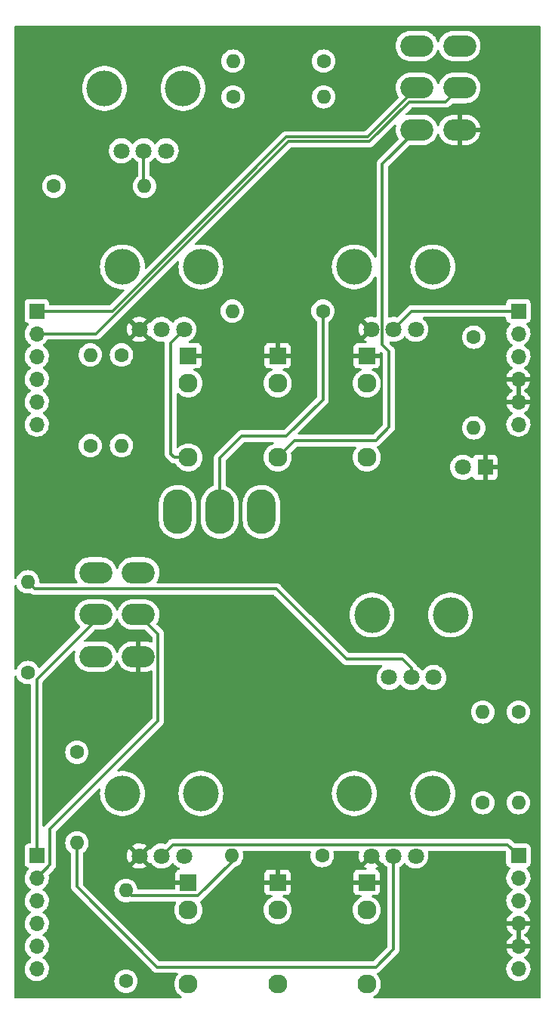
<source format=gbr>
G04 #@! TF.GenerationSoftware,KiCad,Pcbnew,(6.0.6)*
G04 #@! TF.CreationDate,2022-11-24T12:50:18+00:00*
G04 #@! TF.ProjectId,MS20-VCF,4d533230-2d56-4434-962e-6b696361645f,rev?*
G04 #@! TF.SameCoordinates,Original*
G04 #@! TF.FileFunction,Copper,L2,Bot*
G04 #@! TF.FilePolarity,Positive*
%FSLAX46Y46*%
G04 Gerber Fmt 4.6, Leading zero omitted, Abs format (unit mm)*
G04 Created by KiCad (PCBNEW (6.0.6)) date 2022-11-24 12:50:18*
%MOMM*%
%LPD*%
G01*
G04 APERTURE LIST*
G04 #@! TA.AperFunction,WasherPad*
%ADD10C,4.000000*%
G04 #@! TD*
G04 #@! TA.AperFunction,ComponentPad*
%ADD11C,1.800000*%
G04 #@! TD*
G04 #@! TA.AperFunction,ComponentPad*
%ADD12R,1.800000X1.800000*%
G04 #@! TD*
G04 #@! TA.AperFunction,ComponentPad*
%ADD13R,1.930000X1.830000*%
G04 #@! TD*
G04 #@! TA.AperFunction,ComponentPad*
%ADD14C,2.130000*%
G04 #@! TD*
G04 #@! TA.AperFunction,ComponentPad*
%ADD15C,1.600000*%
G04 #@! TD*
G04 #@! TA.AperFunction,ComponentPad*
%ADD16O,1.600000X1.600000*%
G04 #@! TD*
G04 #@! TA.AperFunction,ComponentPad*
%ADD17O,3.700000X2.400000*%
G04 #@! TD*
G04 #@! TA.AperFunction,ComponentPad*
%ADD18O,3.200000X5.000000*%
G04 #@! TD*
G04 #@! TA.AperFunction,ComponentPad*
%ADD19R,1.700000X1.700000*%
G04 #@! TD*
G04 #@! TA.AperFunction,ComponentPad*
%ADD20O,1.700000X1.700000*%
G04 #@! TD*
G04 #@! TA.AperFunction,Conductor*
%ADD21C,0.300000*%
G04 #@! TD*
G04 APERTURE END LIST*
D10*
X116400000Y-64050000D03*
X107600000Y-64050000D03*
D11*
X114500000Y-71050000D03*
X112000000Y-71050000D03*
X109500000Y-71050000D03*
D10*
X114400000Y-44050000D03*
X105600000Y-44050000D03*
D11*
X112500000Y-51050000D03*
X110000000Y-51050000D03*
X107500000Y-51050000D03*
D12*
X148275000Y-86500000D03*
D11*
X145735000Y-86500000D03*
D13*
X115000000Y-74000000D03*
D14*
X115000000Y-85400000D03*
X115000000Y-77100000D03*
D13*
X125000000Y-74000000D03*
D14*
X125000000Y-85400000D03*
X125000000Y-77100000D03*
D13*
X135000000Y-74000000D03*
D14*
X135000000Y-85400000D03*
X135000000Y-77100000D03*
D15*
X104000000Y-84080000D03*
D16*
X104000000Y-73920000D03*
D15*
X99920000Y-55000000D03*
D16*
X110080000Y-55000000D03*
D15*
X120000000Y-45000000D03*
D16*
X130160000Y-45000000D03*
D15*
X130160000Y-41000000D03*
D16*
X120000000Y-41000000D03*
D15*
X107500000Y-73920000D03*
D16*
X107500000Y-84080000D03*
D15*
X130080000Y-69000000D03*
D16*
X119920000Y-69000000D03*
D15*
X130000000Y-130000000D03*
D16*
X119840000Y-130000000D03*
D15*
X108000000Y-144080000D03*
D16*
X108000000Y-133920000D03*
D10*
X142400000Y-64050000D03*
X133600000Y-64050000D03*
D11*
X140500000Y-71050000D03*
X138000000Y-71050000D03*
X135500000Y-71050000D03*
D17*
X140600000Y-39300000D03*
X140600000Y-44000000D03*
X140600000Y-48700000D03*
X145400000Y-39300000D03*
X145400000Y-44000000D03*
X145400000Y-48700000D03*
D18*
X113800000Y-91500000D03*
X118500000Y-91500000D03*
X123200000Y-91500000D03*
D13*
X135000000Y-133000000D03*
D14*
X135000000Y-144400000D03*
X135000000Y-136100000D03*
D13*
X115000000Y-133000000D03*
D14*
X115000000Y-144400000D03*
X115000000Y-136100000D03*
D13*
X125000000Y-133000000D03*
D14*
X125000000Y-144400000D03*
X125000000Y-136100000D03*
D15*
X147000000Y-71920000D03*
D16*
X147000000Y-82080000D03*
D15*
X97000000Y-109500000D03*
D16*
X97000000Y-99340000D03*
D15*
X148000000Y-124080000D03*
D16*
X148000000Y-113920000D03*
D15*
X152000000Y-113920000D03*
D16*
X152000000Y-124080000D03*
D15*
X102500000Y-118420000D03*
D16*
X102500000Y-128580000D03*
D17*
X104600000Y-98300000D03*
X104600000Y-103000000D03*
X104600000Y-107700000D03*
X109400000Y-98300000D03*
X109400000Y-103000000D03*
X109400000Y-107700000D03*
D10*
X133600000Y-123050000D03*
X142400000Y-123050000D03*
D11*
X140500000Y-130050000D03*
X138000000Y-130050000D03*
X135500000Y-130050000D03*
D10*
X116400000Y-123050000D03*
X107600000Y-123050000D03*
D11*
X114500000Y-130050000D03*
X112000000Y-130050000D03*
X109500000Y-130050000D03*
D10*
X135600000Y-103050000D03*
X144400000Y-103050000D03*
D11*
X142500000Y-110050000D03*
X140000000Y-110050000D03*
X137500000Y-110050000D03*
D19*
X98000000Y-69000000D03*
D20*
X98000000Y-71540000D03*
X98000000Y-74080000D03*
X98000000Y-76620000D03*
X98000000Y-79160000D03*
X98000000Y-81700000D03*
D19*
X152000000Y-69000000D03*
D20*
X152000000Y-71540000D03*
X152000000Y-74080000D03*
X152000000Y-76620000D03*
X152000000Y-79160000D03*
X152000000Y-81700000D03*
D19*
X98000000Y-130000000D03*
D20*
X98000000Y-132540000D03*
X98000000Y-135080000D03*
X98000000Y-137620000D03*
X98000000Y-140160000D03*
X98000000Y-142700000D03*
D19*
X152000000Y-130000000D03*
D20*
X152000000Y-132540000D03*
X152000000Y-135080000D03*
X152000000Y-137620000D03*
X152000000Y-140160000D03*
X152000000Y-142700000D03*
D21*
X104666428Y-71540000D02*
X98000000Y-71540000D01*
X126206428Y-50000000D02*
X104666428Y-71540000D01*
X143850480Y-45549520D02*
X139756908Y-45549520D01*
X135306428Y-50000000D02*
X126206428Y-50000000D01*
X139756908Y-45549520D02*
X135306428Y-50000000D01*
X145400000Y-44000000D02*
X143850480Y-45549520D01*
X99500000Y-131040000D02*
X99500000Y-127000000D01*
X98000000Y-132540000D02*
X99500000Y-131040000D01*
X111599520Y-105199520D02*
X111599520Y-114900480D01*
X109400000Y-103000000D02*
X111599520Y-105199520D01*
X99500000Y-127000000D02*
X111599520Y-114900480D01*
X119840000Y-130739022D02*
X116079022Y-134500000D01*
X119840000Y-130000000D02*
X119840000Y-130739022D01*
X108580000Y-134500000D02*
X108000000Y-133920000D01*
X116079022Y-134500000D02*
X108580000Y-134500000D01*
X113000000Y-85000000D02*
X113400000Y-85400000D01*
X114500000Y-71050000D02*
X113000000Y-72550000D01*
X113000000Y-72550000D02*
X113000000Y-85000000D01*
X113400000Y-85400000D02*
X115000000Y-85400000D01*
X102500000Y-133500000D02*
X102500000Y-128580000D01*
X111500000Y-142500000D02*
X102500000Y-133500000D01*
X138000000Y-130050000D02*
X138000000Y-140500000D01*
X136000000Y-142500000D02*
X111500000Y-142500000D01*
X138000000Y-140500000D02*
X136000000Y-142500000D01*
X110000000Y-54920000D02*
X110080000Y-55000000D01*
X110000000Y-51050000D02*
X110000000Y-54920000D01*
X140000000Y-109000000D02*
X139000000Y-108000000D01*
X97799999Y-100139999D02*
X124860001Y-100139999D01*
X132720002Y-108000000D02*
X124860001Y-100139999D01*
X140000000Y-110050000D02*
X140000000Y-109000000D01*
X97000000Y-99340000D02*
X97799999Y-100139999D01*
X139000000Y-108000000D02*
X132720002Y-108000000D01*
X126000000Y-49500000D02*
X135100000Y-49500000D01*
X98000000Y-69000000D02*
X106500000Y-69000000D01*
X135100000Y-49500000D02*
X140600000Y-44000000D01*
X106500000Y-69000000D02*
X126000000Y-49500000D01*
X121000000Y-83000000D02*
X118500000Y-85500000D01*
X118500000Y-85500000D02*
X118500000Y-91500000D01*
X130080000Y-69000000D02*
X130080000Y-78920000D01*
X130080000Y-78920000D02*
X126000000Y-83000000D01*
X126000000Y-83000000D02*
X121000000Y-83000000D01*
X152000000Y-69000000D02*
X140050000Y-69000000D01*
X140050000Y-69000000D02*
X138000000Y-71050000D01*
X137500000Y-73500000D02*
X136750489Y-72750489D01*
X136749511Y-52550489D02*
X140600000Y-48700000D01*
X137500000Y-82000000D02*
X137500000Y-73500000D01*
X136750489Y-52551467D02*
X136749511Y-52550489D01*
X136000000Y-83500000D02*
X137500000Y-82000000D01*
X136750489Y-72750489D02*
X136750489Y-52551467D01*
X125000000Y-85400000D02*
X126900000Y-83500000D01*
X126900000Y-83500000D02*
X136000000Y-83500000D01*
X104600000Y-103000000D02*
X104600000Y-103650000D01*
X98000000Y-110250000D02*
X98000000Y-130000000D01*
X104600000Y-103650000D02*
X98000000Y-110250000D01*
X112000000Y-130050000D02*
X113249511Y-128800489D01*
X113249511Y-128800489D02*
X150800489Y-128800489D01*
X150800489Y-128800489D02*
X152000000Y-130000000D01*
G04 #@! TA.AperFunction,Conductor*
G36*
X154433621Y-37028502D02*
G01*
X154480114Y-37082158D01*
X154491500Y-37134500D01*
X154491500Y-145865500D01*
X154471498Y-145933621D01*
X154417842Y-145980114D01*
X154365500Y-145991500D01*
X135861163Y-145991500D01*
X135793042Y-145971498D01*
X135746549Y-145917842D01*
X135736445Y-145847568D01*
X135765939Y-145782988D01*
X135795328Y-145758067D01*
X135823241Y-145740962D01*
X135927740Y-145676925D01*
X136116073Y-145516073D01*
X136276925Y-145327740D01*
X136406334Y-145116563D01*
X136501115Y-144887742D01*
X136521501Y-144802830D01*
X136557779Y-144651724D01*
X136557780Y-144651718D01*
X136558934Y-144646911D01*
X136578366Y-144400000D01*
X136558934Y-144153089D01*
X136557780Y-144148282D01*
X136557779Y-144148276D01*
X136505658Y-143931181D01*
X136501115Y-143912258D01*
X136499221Y-143907685D01*
X136408229Y-143688011D01*
X136408227Y-143688007D01*
X136406334Y-143683437D01*
X136276925Y-143472260D01*
X136152942Y-143327095D01*
X136123911Y-143262305D01*
X136134516Y-143192105D01*
X136181391Y-143138782D01*
X136202355Y-143128118D01*
X136208008Y-143125879D01*
X136219231Y-143122035D01*
X136263600Y-143109145D01*
X136282065Y-143098225D01*
X136299805Y-143089534D01*
X136319756Y-143081635D01*
X136357129Y-143054482D01*
X136367048Y-143047967D01*
X136399977Y-143028493D01*
X136399981Y-143028490D01*
X136406807Y-143024453D01*
X136421971Y-143009289D01*
X136437005Y-142996448D01*
X136454357Y-142983841D01*
X136483803Y-142948247D01*
X136491792Y-142939468D01*
X136764565Y-142666695D01*
X150637251Y-142666695D01*
X150637548Y-142671848D01*
X150637548Y-142671851D01*
X150643006Y-142766502D01*
X150650110Y-142889715D01*
X150651247Y-142894761D01*
X150651248Y-142894767D01*
X150672275Y-142988069D01*
X150699222Y-143107639D01*
X150760673Y-143258976D01*
X150778319Y-143302432D01*
X150783266Y-143314616D01*
X150785965Y-143319020D01*
X150877567Y-143468501D01*
X150899987Y-143505088D01*
X151046250Y-143673938D01*
X151218126Y-143816632D01*
X151411000Y-143929338D01*
X151619692Y-144009030D01*
X151624760Y-144010061D01*
X151624763Y-144010062D01*
X151732017Y-144031883D01*
X151838597Y-144053567D01*
X151843772Y-144053757D01*
X151843774Y-144053757D01*
X152056673Y-144061564D01*
X152056677Y-144061564D01*
X152061837Y-144061753D01*
X152066957Y-144061097D01*
X152066959Y-144061097D01*
X152278288Y-144034025D01*
X152278289Y-144034025D01*
X152283416Y-144033368D01*
X152288366Y-144031883D01*
X152492429Y-143970661D01*
X152492434Y-143970659D01*
X152497384Y-143969174D01*
X152697994Y-143870896D01*
X152879860Y-143741173D01*
X153038096Y-143583489D01*
X153097594Y-143500689D01*
X153165435Y-143406277D01*
X153168453Y-143402077D01*
X153217701Y-143302432D01*
X153265136Y-143206453D01*
X153265137Y-143206451D01*
X153267430Y-143201811D01*
X153307282Y-143070643D01*
X153330865Y-142993023D01*
X153330865Y-142993021D01*
X153332370Y-142988069D01*
X153361529Y-142766590D01*
X153363156Y-142700000D01*
X153344852Y-142477361D01*
X153290431Y-142260702D01*
X153201354Y-142055840D01*
X153080014Y-141868277D01*
X152929670Y-141703051D01*
X152925619Y-141699852D01*
X152925615Y-141699848D01*
X152758414Y-141567800D01*
X152758410Y-141567798D01*
X152754359Y-141564598D01*
X152712569Y-141541529D01*
X152662598Y-141491097D01*
X152647826Y-141421654D01*
X152672942Y-141355248D01*
X152700294Y-141328641D01*
X152875328Y-141203792D01*
X152883200Y-141197139D01*
X153034052Y-141046812D01*
X153040730Y-141038965D01*
X153165003Y-140866020D01*
X153170313Y-140857183D01*
X153264670Y-140666267D01*
X153268469Y-140656672D01*
X153330377Y-140452910D01*
X153332555Y-140442837D01*
X153333986Y-140431962D01*
X153331775Y-140417778D01*
X153318617Y-140414000D01*
X150683225Y-140414000D01*
X150669694Y-140417973D01*
X150668257Y-140427966D01*
X150698565Y-140562446D01*
X150701645Y-140572275D01*
X150781770Y-140769603D01*
X150786413Y-140778794D01*
X150897694Y-140960388D01*
X150903777Y-140968699D01*
X151043213Y-141129667D01*
X151050580Y-141136883D01*
X151214434Y-141272916D01*
X151222881Y-141278831D01*
X151291969Y-141319203D01*
X151340693Y-141370842D01*
X151353764Y-141440625D01*
X151327033Y-141506396D01*
X151286584Y-141539752D01*
X151273607Y-141546507D01*
X151269474Y-141549610D01*
X151269471Y-141549612D01*
X151245247Y-141567800D01*
X151094965Y-141680635D01*
X150940629Y-141842138D01*
X150814743Y-142026680D01*
X150720688Y-142229305D01*
X150660989Y-142444570D01*
X150637251Y-142666695D01*
X136764565Y-142666695D01*
X138407605Y-141023655D01*
X138416385Y-141015665D01*
X138416387Y-141015663D01*
X138423080Y-141011416D01*
X138471605Y-140959742D01*
X138474359Y-140956901D01*
X138494927Y-140936333D01*
X138497647Y-140932826D01*
X138505353Y-140923804D01*
X138531544Y-140895913D01*
X138536972Y-140890133D01*
X138540794Y-140883181D01*
X138547303Y-140871342D01*
X138558157Y-140854818D01*
X138566443Y-140844135D01*
X138566444Y-140844134D01*
X138571304Y-140837868D01*
X138589654Y-140795464D01*
X138594869Y-140784819D01*
X138617124Y-140744337D01*
X138619094Y-140736663D01*
X138619097Y-140736656D01*
X138622455Y-140723574D01*
X138628861Y-140704862D01*
X138634233Y-140692448D01*
X138637380Y-140685177D01*
X138640346Y-140666453D01*
X138644607Y-140639544D01*
X138647012Y-140627930D01*
X138658500Y-140583188D01*
X138658500Y-140561742D01*
X138660051Y-140542032D01*
X138662166Y-140528678D01*
X138662166Y-140528677D01*
X138663406Y-140520848D01*
X138659059Y-140474859D01*
X138658500Y-140463004D01*
X138658500Y-139894183D01*
X150664389Y-139894183D01*
X150665912Y-139902607D01*
X150678292Y-139906000D01*
X151727885Y-139906000D01*
X151743124Y-139901525D01*
X151744329Y-139900135D01*
X151746000Y-139892452D01*
X151746000Y-139887885D01*
X152254000Y-139887885D01*
X152258475Y-139903124D01*
X152259865Y-139904329D01*
X152267548Y-139906000D01*
X153318344Y-139906000D01*
X153331875Y-139902027D01*
X153333180Y-139892947D01*
X153291214Y-139725875D01*
X153287894Y-139716124D01*
X153202972Y-139520814D01*
X153198105Y-139511739D01*
X153082426Y-139332926D01*
X153076136Y-139324757D01*
X152932806Y-139167240D01*
X152925273Y-139160215D01*
X152758139Y-139028222D01*
X152749552Y-139022517D01*
X152712116Y-139001851D01*
X152662146Y-138951419D01*
X152647374Y-138881976D01*
X152672490Y-138815571D01*
X152699842Y-138788964D01*
X152875327Y-138663792D01*
X152883200Y-138657139D01*
X153034052Y-138506812D01*
X153040730Y-138498965D01*
X153165003Y-138326020D01*
X153170313Y-138317183D01*
X153264670Y-138126267D01*
X153268469Y-138116672D01*
X153330377Y-137912910D01*
X153332555Y-137902837D01*
X153333986Y-137891962D01*
X153331775Y-137877778D01*
X153318617Y-137874000D01*
X152272115Y-137874000D01*
X152256876Y-137878475D01*
X152255671Y-137879865D01*
X152254000Y-137887548D01*
X152254000Y-139887885D01*
X151746000Y-139887885D01*
X151746000Y-137892115D01*
X151741525Y-137876876D01*
X151740135Y-137875671D01*
X151732452Y-137874000D01*
X150683225Y-137874000D01*
X150669694Y-137877973D01*
X150668257Y-137887966D01*
X150698565Y-138022446D01*
X150701645Y-138032275D01*
X150781770Y-138229603D01*
X150786413Y-138238794D01*
X150897694Y-138420388D01*
X150903777Y-138428699D01*
X151043213Y-138589667D01*
X151050580Y-138596883D01*
X151214434Y-138732916D01*
X151222881Y-138738831D01*
X151292479Y-138779501D01*
X151341203Y-138831140D01*
X151354274Y-138900923D01*
X151327543Y-138966694D01*
X151287087Y-139000053D01*
X151278462Y-139004542D01*
X151269738Y-139010036D01*
X151099433Y-139137905D01*
X151091726Y-139144748D01*
X150944590Y-139298717D01*
X150938104Y-139306727D01*
X150818098Y-139482649D01*
X150813000Y-139491623D01*
X150723338Y-139684783D01*
X150719775Y-139694470D01*
X150664389Y-139894183D01*
X138658500Y-139894183D01*
X138658500Y-131373933D01*
X138678502Y-131305812D01*
X138719773Y-131265907D01*
X138723684Y-131263991D01*
X138727893Y-131260989D01*
X138727896Y-131260987D01*
X138814755Y-131199031D01*
X138912243Y-131129494D01*
X139076303Y-130966005D01*
X139145370Y-130869888D01*
X139201365Y-130826240D01*
X139272068Y-130819794D01*
X139335033Y-130852597D01*
X139355128Y-130877584D01*
X139356799Y-130880311D01*
X139356802Y-130880315D01*
X139359501Y-130884719D01*
X139511147Y-131059784D01*
X139689349Y-131207730D01*
X139889322Y-131324584D01*
X139894147Y-131326426D01*
X139894148Y-131326427D01*
X139912126Y-131333292D01*
X140105694Y-131407209D01*
X140110760Y-131408240D01*
X140110761Y-131408240D01*
X140126023Y-131411345D01*
X140332656Y-131453385D01*
X140463324Y-131458176D01*
X140558949Y-131461683D01*
X140558953Y-131461683D01*
X140564113Y-131461872D01*
X140569233Y-131461216D01*
X140569235Y-131461216D01*
X140642291Y-131451857D01*
X140793847Y-131432442D01*
X140798795Y-131430957D01*
X140798802Y-131430956D01*
X141010747Y-131367369D01*
X141015690Y-131365886D01*
X141030767Y-131358500D01*
X141219049Y-131266262D01*
X141219052Y-131266260D01*
X141223684Y-131263991D01*
X141412243Y-131129494D01*
X141576303Y-130966005D01*
X141711458Y-130777917D01*
X141730273Y-130739849D01*
X141811784Y-130574922D01*
X141811785Y-130574920D01*
X141814078Y-130570280D01*
X141881408Y-130348671D01*
X141911640Y-130119041D01*
X141913327Y-130050000D01*
X141907032Y-129973434D01*
X141894773Y-129824318D01*
X141894772Y-129824312D01*
X141894349Y-129819167D01*
X141860797Y-129685592D01*
X141843238Y-129615684D01*
X141846042Y-129544743D01*
X141886755Y-129486580D01*
X141952451Y-129459661D01*
X141965442Y-129458989D01*
X150475539Y-129458989D01*
X150543660Y-129478991D01*
X150564634Y-129495894D01*
X150604595Y-129535855D01*
X150638621Y-129598167D01*
X150641500Y-129624950D01*
X150641500Y-130898134D01*
X150648255Y-130960316D01*
X150699385Y-131096705D01*
X150786739Y-131213261D01*
X150903295Y-131300615D01*
X150911704Y-131303767D01*
X150911705Y-131303768D01*
X151020451Y-131344535D01*
X151077216Y-131387176D01*
X151101916Y-131453738D01*
X151086709Y-131523087D01*
X151067316Y-131549568D01*
X151060216Y-131556998D01*
X150980693Y-131640214D01*
X150940629Y-131682138D01*
X150814743Y-131866680D01*
X150799003Y-131900590D01*
X150734139Y-132040328D01*
X150720688Y-132069305D01*
X150660989Y-132284570D01*
X150637251Y-132506695D01*
X150637548Y-132511848D01*
X150637548Y-132511851D01*
X150643006Y-132606502D01*
X150650110Y-132729715D01*
X150651247Y-132734761D01*
X150651248Y-132734767D01*
X150662712Y-132785634D01*
X150699222Y-132947639D01*
X150783266Y-133154616D01*
X150899987Y-133345088D01*
X151046250Y-133513938D01*
X151218126Y-133656632D01*
X151287879Y-133697392D01*
X151291445Y-133699476D01*
X151340169Y-133751114D01*
X151353240Y-133820897D01*
X151326509Y-133886669D01*
X151286055Y-133920027D01*
X151282321Y-133921971D01*
X151273607Y-133926507D01*
X151269474Y-133929610D01*
X151269471Y-133929612D01*
X151132296Y-134032606D01*
X151094965Y-134060635D01*
X150940629Y-134222138D01*
X150814743Y-134406680D01*
X150800982Y-134436326D01*
X150725525Y-134598885D01*
X150720688Y-134609305D01*
X150660989Y-134824570D01*
X150637251Y-135046695D01*
X150637548Y-135051848D01*
X150637548Y-135051851D01*
X150647994Y-135233019D01*
X150650110Y-135269715D01*
X150651247Y-135274761D01*
X150651248Y-135274767D01*
X150657483Y-135302432D01*
X150699222Y-135487639D01*
X150783266Y-135694616D01*
X150785965Y-135699020D01*
X150883402Y-135858023D01*
X150899987Y-135885088D01*
X151046250Y-136053938D01*
X151218126Y-136196632D01*
X151291445Y-136239476D01*
X151291955Y-136239774D01*
X151340679Y-136291412D01*
X151353750Y-136361195D01*
X151327019Y-136426967D01*
X151286562Y-136460327D01*
X151278457Y-136464546D01*
X151269738Y-136470036D01*
X151099433Y-136597905D01*
X151091726Y-136604748D01*
X150944590Y-136758717D01*
X150938104Y-136766727D01*
X150818098Y-136942649D01*
X150813000Y-136951623D01*
X150723338Y-137144783D01*
X150719775Y-137154470D01*
X150664389Y-137354183D01*
X150665912Y-137362607D01*
X150678292Y-137366000D01*
X153318344Y-137366000D01*
X153331875Y-137362027D01*
X153333180Y-137352947D01*
X153291214Y-137185875D01*
X153287894Y-137176124D01*
X153202972Y-136980814D01*
X153198105Y-136971739D01*
X153082426Y-136792926D01*
X153076136Y-136784757D01*
X152932806Y-136627240D01*
X152925273Y-136620215D01*
X152758139Y-136488222D01*
X152749556Y-136482520D01*
X152712602Y-136462120D01*
X152662631Y-136411687D01*
X152647859Y-136342245D01*
X152672975Y-136275839D01*
X152700327Y-136249232D01*
X152723797Y-136232491D01*
X152879860Y-136121173D01*
X152906055Y-136095070D01*
X153034435Y-135967137D01*
X153038096Y-135963489D01*
X153097594Y-135880689D01*
X153165435Y-135786277D01*
X153168453Y-135782077D01*
X153254643Y-135607685D01*
X153265136Y-135586453D01*
X153265137Y-135586451D01*
X153267430Y-135581811D01*
X153332370Y-135368069D01*
X153361529Y-135146590D01*
X153361676Y-135140590D01*
X153363074Y-135083365D01*
X153363074Y-135083361D01*
X153363156Y-135080000D01*
X153344852Y-134857361D01*
X153290431Y-134640702D01*
X153201354Y-134435840D01*
X153080014Y-134248277D01*
X152929670Y-134083051D01*
X152925619Y-134079852D01*
X152925615Y-134079848D01*
X152758414Y-133947800D01*
X152758410Y-133947798D01*
X152754359Y-133944598D01*
X152713053Y-133921796D01*
X152663084Y-133871364D01*
X152648312Y-133801921D01*
X152673428Y-133735516D01*
X152700780Y-133708909D01*
X152762248Y-133665064D01*
X152879860Y-133581173D01*
X152915813Y-133545346D01*
X152985334Y-133476067D01*
X153038096Y-133423489D01*
X153042081Y-133417944D01*
X153165435Y-133246277D01*
X153168453Y-133242077D01*
X153267430Y-133041811D01*
X153307282Y-132910643D01*
X153330865Y-132833023D01*
X153330865Y-132833021D01*
X153332370Y-132828069D01*
X153361529Y-132606590D01*
X153363156Y-132540000D01*
X153344852Y-132317361D01*
X153290431Y-132100702D01*
X153201354Y-131895840D01*
X153080014Y-131708277D01*
X153076532Y-131704450D01*
X152932798Y-131546488D01*
X152901746Y-131482642D01*
X152910141Y-131412143D01*
X152955317Y-131357375D01*
X152981761Y-131343706D01*
X153088297Y-131303767D01*
X153096705Y-131300615D01*
X153213261Y-131213261D01*
X153300615Y-131096705D01*
X153351745Y-130960316D01*
X153358500Y-130898134D01*
X153358500Y-129101866D01*
X153351745Y-129039684D01*
X153300615Y-128903295D01*
X153213261Y-128786739D01*
X153096705Y-128699385D01*
X152960316Y-128648255D01*
X152898134Y-128641500D01*
X151624950Y-128641500D01*
X151556829Y-128621498D01*
X151535855Y-128604595D01*
X151324144Y-128392884D01*
X151316154Y-128384104D01*
X151316152Y-128384102D01*
X151311905Y-128377409D01*
X151284755Y-128351913D01*
X151260232Y-128328885D01*
X151257390Y-128326130D01*
X151236822Y-128305562D01*
X151233315Y-128302842D01*
X151224293Y-128295136D01*
X151190622Y-128263517D01*
X151183670Y-128259695D01*
X151171831Y-128253186D01*
X151155307Y-128242332D01*
X151144621Y-128234044D01*
X151138357Y-128229185D01*
X151131085Y-128226038D01*
X151131083Y-128226037D01*
X151095954Y-128210835D01*
X151085294Y-128205613D01*
X151051773Y-128187184D01*
X151051771Y-128187183D01*
X151044826Y-128183365D01*
X151024048Y-128178030D01*
X151005358Y-128171631D01*
X150985665Y-128163109D01*
X150940041Y-128155883D01*
X150928418Y-128153476D01*
X150894150Y-128144678D01*
X150883677Y-128141989D01*
X150862230Y-128141989D01*
X150842520Y-128140438D01*
X150829166Y-128138323D01*
X150821337Y-128137083D01*
X150775348Y-128141430D01*
X150763493Y-128141989D01*
X113331567Y-128141989D01*
X113319711Y-128141430D01*
X113319708Y-128141430D01*
X113311974Y-128139701D01*
X113256957Y-128141430D01*
X113241142Y-128141927D01*
X113237184Y-128141989D01*
X113208079Y-128141989D01*
X113203679Y-128142545D01*
X113191847Y-128143477D01*
X113145680Y-128144927D01*
X113125090Y-128150909D01*
X113105729Y-128154919D01*
X113098741Y-128155801D01*
X113092307Y-128156614D01*
X113092306Y-128156614D01*
X113084447Y-128157607D01*
X113077082Y-128160523D01*
X113077078Y-128160524D01*
X113041493Y-128174613D01*
X113030263Y-128178458D01*
X112985910Y-128191344D01*
X112979086Y-128195380D01*
X112967454Y-128202259D01*
X112949698Y-128210958D01*
X112929755Y-128218854D01*
X112915536Y-128229185D01*
X112892379Y-128246009D01*
X112882460Y-128252524D01*
X112849534Y-128271997D01*
X112849530Y-128272000D01*
X112842704Y-128276037D01*
X112827543Y-128291198D01*
X112812511Y-128304037D01*
X112795154Y-128316648D01*
X112785031Y-128328885D01*
X112765709Y-128352241D01*
X112757719Y-128361022D01*
X112470445Y-128648295D01*
X112408133Y-128682320D01*
X112359254Y-128683246D01*
X112138095Y-128643851D01*
X112138089Y-128643850D01*
X112133006Y-128642945D01*
X112060096Y-128642054D01*
X111906581Y-128640179D01*
X111906579Y-128640179D01*
X111901411Y-128640116D01*
X111672464Y-128675150D01*
X111452314Y-128747106D01*
X111447726Y-128749494D01*
X111447722Y-128749496D01*
X111345697Y-128802607D01*
X111246872Y-128854052D01*
X111242739Y-128857155D01*
X111242736Y-128857157D01*
X111170088Y-128911703D01*
X111061655Y-128993117D01*
X110901639Y-129160564D01*
X110898725Y-129164836D01*
X110898724Y-129164837D01*
X110850199Y-129235972D01*
X110795288Y-129280975D01*
X110724763Y-129289146D01*
X110663884Y-129260439D01*
X110658538Y-129255835D01*
X110648973Y-129260238D01*
X109872021Y-130037189D01*
X109864408Y-130051132D01*
X109864539Y-130052966D01*
X109868790Y-130059580D01*
X110646307Y-130837096D01*
X110658313Y-130843652D01*
X110667244Y-130836829D01*
X110733519Y-130811370D01*
X110803037Y-130825783D01*
X110851165Y-130871117D01*
X110856800Y-130880311D01*
X110859501Y-130884719D01*
X111011147Y-131059784D01*
X111189349Y-131207730D01*
X111389322Y-131324584D01*
X111394147Y-131326426D01*
X111394148Y-131326427D01*
X111412126Y-131333292D01*
X111605694Y-131407209D01*
X111610760Y-131408240D01*
X111610761Y-131408240D01*
X111626023Y-131411345D01*
X111832656Y-131453385D01*
X111963324Y-131458176D01*
X112058949Y-131461683D01*
X112058953Y-131461683D01*
X112064113Y-131461872D01*
X112069233Y-131461216D01*
X112069235Y-131461216D01*
X112142291Y-131451857D01*
X112293847Y-131432442D01*
X112298795Y-131430957D01*
X112298802Y-131430956D01*
X112510747Y-131367369D01*
X112515690Y-131365886D01*
X112530767Y-131358500D01*
X112719049Y-131266262D01*
X112719052Y-131266260D01*
X112723684Y-131263991D01*
X112912243Y-131129494D01*
X113076303Y-130966005D01*
X113145370Y-130869888D01*
X113201365Y-130826240D01*
X113272068Y-130819794D01*
X113335033Y-130852597D01*
X113355128Y-130877584D01*
X113356799Y-130880311D01*
X113356802Y-130880315D01*
X113359501Y-130884719D01*
X113511147Y-131059784D01*
X113689349Y-131207730D01*
X113889322Y-131324584D01*
X113894151Y-131326428D01*
X113941089Y-131344352D01*
X113997593Y-131387339D01*
X114021886Y-131454050D01*
X114006256Y-131523305D01*
X113955665Y-131573115D01*
X113925288Y-131584645D01*
X113917393Y-131586522D01*
X113796946Y-131631676D01*
X113781351Y-131640214D01*
X113679276Y-131716715D01*
X113666715Y-131729276D01*
X113590214Y-131831351D01*
X113581676Y-131846946D01*
X113536522Y-131967394D01*
X113532895Y-131982649D01*
X113527369Y-132033514D01*
X113527000Y-132040328D01*
X113527000Y-132727885D01*
X113531475Y-132743124D01*
X113532865Y-132744329D01*
X113540548Y-132746000D01*
X115128000Y-132746000D01*
X115196121Y-132766002D01*
X115242614Y-132819658D01*
X115254000Y-132872000D01*
X115254000Y-133128000D01*
X115233998Y-133196121D01*
X115180342Y-133242614D01*
X115128000Y-133254000D01*
X113545116Y-133254000D01*
X113529877Y-133258475D01*
X113528672Y-133259865D01*
X113527001Y-133267548D01*
X113527001Y-133715500D01*
X113506999Y-133783621D01*
X113453343Y-133830114D01*
X113401001Y-133841500D01*
X109422088Y-133841500D01*
X109353967Y-133821498D01*
X109307474Y-133767842D01*
X109296567Y-133726481D01*
X109295935Y-133719255D01*
X109293543Y-133691913D01*
X109234284Y-133470757D01*
X109231961Y-133465775D01*
X109139849Y-133268238D01*
X109139846Y-133268233D01*
X109137523Y-133263251D01*
X109006198Y-133075700D01*
X108844300Y-132913802D01*
X108839792Y-132910645D01*
X108839789Y-132910643D01*
X108721861Y-132828069D01*
X108656749Y-132782477D01*
X108651767Y-132780154D01*
X108651762Y-132780151D01*
X108454225Y-132688039D01*
X108454224Y-132688039D01*
X108449243Y-132685716D01*
X108443935Y-132684294D01*
X108443933Y-132684293D01*
X108233402Y-132627881D01*
X108233400Y-132627881D01*
X108228087Y-132626457D01*
X108000000Y-132606502D01*
X107771913Y-132626457D01*
X107766600Y-132627881D01*
X107766598Y-132627881D01*
X107556067Y-132684293D01*
X107556065Y-132684294D01*
X107550757Y-132685716D01*
X107545776Y-132688039D01*
X107545775Y-132688039D01*
X107348238Y-132780151D01*
X107348233Y-132780154D01*
X107343251Y-132782477D01*
X107278139Y-132828069D01*
X107160211Y-132910643D01*
X107160208Y-132910645D01*
X107155700Y-132913802D01*
X106993802Y-133075700D01*
X106862477Y-133263251D01*
X106860154Y-133268233D01*
X106860151Y-133268238D01*
X106768039Y-133465775D01*
X106765716Y-133470757D01*
X106764294Y-133476065D01*
X106764293Y-133476067D01*
X106715757Y-133657204D01*
X106706457Y-133691913D01*
X106686502Y-133920000D01*
X106706457Y-134148087D01*
X106707881Y-134153400D01*
X106707881Y-134153402D01*
X106711967Y-134168649D01*
X106765716Y-134369243D01*
X106768039Y-134374224D01*
X106768039Y-134374225D01*
X106860151Y-134571762D01*
X106860154Y-134571767D01*
X106862477Y-134576749D01*
X106900823Y-134631512D01*
X106943017Y-134691771D01*
X106993802Y-134764300D01*
X107155700Y-134926198D01*
X107160208Y-134929355D01*
X107160211Y-134929357D01*
X107229298Y-134977732D01*
X107343251Y-135057523D01*
X107348233Y-135059846D01*
X107348238Y-135059849D01*
X107545775Y-135151961D01*
X107550757Y-135154284D01*
X107556065Y-135155706D01*
X107556067Y-135155707D01*
X107766598Y-135212119D01*
X107766600Y-135212119D01*
X107771913Y-135213543D01*
X108000000Y-135233498D01*
X108228087Y-135213543D01*
X108233400Y-135212119D01*
X108233402Y-135212119D01*
X108415199Y-135163406D01*
X108432557Y-135158755D01*
X108480895Y-135158496D01*
X108481269Y-135155535D01*
X108489135Y-135156529D01*
X108496812Y-135158500D01*
X108518259Y-135158500D01*
X108537969Y-135160051D01*
X108559152Y-135163406D01*
X108605141Y-135159059D01*
X108616996Y-135158500D01*
X113506518Y-135158500D01*
X113574639Y-135178502D01*
X113621132Y-135232158D01*
X113631236Y-135302432D01*
X113613951Y-135350334D01*
X113593666Y-135383437D01*
X113591773Y-135388007D01*
X113591771Y-135388011D01*
X113509574Y-135586453D01*
X113498885Y-135612258D01*
X113497730Y-135617070D01*
X113442221Y-135848276D01*
X113442220Y-135848282D01*
X113441066Y-135853089D01*
X113421634Y-136100000D01*
X113441066Y-136346911D01*
X113442220Y-136351718D01*
X113442221Y-136351724D01*
X113469205Y-136464118D01*
X113498885Y-136587742D01*
X113500778Y-136592313D01*
X113500779Y-136592315D01*
X113581950Y-136788277D01*
X113593666Y-136816563D01*
X113723075Y-137027740D01*
X113883927Y-137216073D01*
X114072260Y-137376925D01*
X114283437Y-137506334D01*
X114288007Y-137508227D01*
X114288011Y-137508229D01*
X114507685Y-137599221D01*
X114512258Y-137601115D01*
X114576949Y-137616646D01*
X114748276Y-137657779D01*
X114748282Y-137657780D01*
X114753089Y-137658934D01*
X115000000Y-137678366D01*
X115246911Y-137658934D01*
X115251718Y-137657780D01*
X115251724Y-137657779D01*
X115423051Y-137616646D01*
X115487742Y-137601115D01*
X115492315Y-137599221D01*
X115711989Y-137508229D01*
X115711993Y-137508227D01*
X115716563Y-137506334D01*
X115927740Y-137376925D01*
X116116073Y-137216073D01*
X116276925Y-137027740D01*
X116406334Y-136816563D01*
X116418051Y-136788277D01*
X116499221Y-136592315D01*
X116499222Y-136592313D01*
X116501115Y-136587742D01*
X116530795Y-136464118D01*
X116557779Y-136351724D01*
X116557780Y-136351718D01*
X116558934Y-136346911D01*
X116578366Y-136100000D01*
X123421634Y-136100000D01*
X123441066Y-136346911D01*
X123442220Y-136351718D01*
X123442221Y-136351724D01*
X123469205Y-136464118D01*
X123498885Y-136587742D01*
X123500778Y-136592313D01*
X123500779Y-136592315D01*
X123581950Y-136788277D01*
X123593666Y-136816563D01*
X123723075Y-137027740D01*
X123883927Y-137216073D01*
X124072260Y-137376925D01*
X124283437Y-137506334D01*
X124288007Y-137508227D01*
X124288011Y-137508229D01*
X124507685Y-137599221D01*
X124512258Y-137601115D01*
X124576949Y-137616646D01*
X124748276Y-137657779D01*
X124748282Y-137657780D01*
X124753089Y-137658934D01*
X125000000Y-137678366D01*
X125246911Y-137658934D01*
X125251718Y-137657780D01*
X125251724Y-137657779D01*
X125423051Y-137616646D01*
X125487742Y-137601115D01*
X125492315Y-137599221D01*
X125711989Y-137508229D01*
X125711993Y-137508227D01*
X125716563Y-137506334D01*
X125927740Y-137376925D01*
X126116073Y-137216073D01*
X126276925Y-137027740D01*
X126406334Y-136816563D01*
X126418051Y-136788277D01*
X126499221Y-136592315D01*
X126499222Y-136592313D01*
X126501115Y-136587742D01*
X126530795Y-136464118D01*
X126557779Y-136351724D01*
X126557780Y-136351718D01*
X126558934Y-136346911D01*
X126578366Y-136100000D01*
X133421634Y-136100000D01*
X133441066Y-136346911D01*
X133442220Y-136351718D01*
X133442221Y-136351724D01*
X133469205Y-136464118D01*
X133498885Y-136587742D01*
X133500778Y-136592313D01*
X133500779Y-136592315D01*
X133581950Y-136788277D01*
X133593666Y-136816563D01*
X133723075Y-137027740D01*
X133883927Y-137216073D01*
X134072260Y-137376925D01*
X134283437Y-137506334D01*
X134288007Y-137508227D01*
X134288011Y-137508229D01*
X134507685Y-137599221D01*
X134512258Y-137601115D01*
X134576949Y-137616646D01*
X134748276Y-137657779D01*
X134748282Y-137657780D01*
X134753089Y-137658934D01*
X135000000Y-137678366D01*
X135246911Y-137658934D01*
X135251718Y-137657780D01*
X135251724Y-137657779D01*
X135423051Y-137616646D01*
X135487742Y-137601115D01*
X135492315Y-137599221D01*
X135711989Y-137508229D01*
X135711993Y-137508227D01*
X135716563Y-137506334D01*
X135927740Y-137376925D01*
X136116073Y-137216073D01*
X136276925Y-137027740D01*
X136406334Y-136816563D01*
X136418051Y-136788277D01*
X136499221Y-136592315D01*
X136499222Y-136592313D01*
X136501115Y-136587742D01*
X136530795Y-136464118D01*
X136557779Y-136351724D01*
X136557780Y-136351718D01*
X136558934Y-136346911D01*
X136578366Y-136100000D01*
X136558934Y-135853089D01*
X136557780Y-135848282D01*
X136557779Y-135848276D01*
X136502270Y-135617070D01*
X136501115Y-135612258D01*
X136490426Y-135586453D01*
X136408229Y-135388011D01*
X136408227Y-135388007D01*
X136406334Y-135383437D01*
X136276925Y-135172260D01*
X136116073Y-134983927D01*
X135927740Y-134823075D01*
X135716563Y-134693666D01*
X135648342Y-134665408D01*
X135593062Y-134620859D01*
X135570641Y-134553496D01*
X135588199Y-134484705D01*
X135640162Y-134436326D01*
X135696561Y-134422999D01*
X136009669Y-134422999D01*
X136016490Y-134422629D01*
X136067352Y-134417105D01*
X136082604Y-134413479D01*
X136203054Y-134368324D01*
X136218649Y-134359786D01*
X136320724Y-134283285D01*
X136333285Y-134270724D01*
X136409786Y-134168649D01*
X136418324Y-134153054D01*
X136463478Y-134032606D01*
X136467105Y-134017351D01*
X136472631Y-133966486D01*
X136473000Y-133959672D01*
X136473000Y-133272115D01*
X136468525Y-133256876D01*
X136467135Y-133255671D01*
X136459452Y-133254000D01*
X133545116Y-133254000D01*
X133529877Y-133258475D01*
X133528672Y-133259865D01*
X133527001Y-133267548D01*
X133527001Y-133959669D01*
X133527371Y-133966490D01*
X133532895Y-134017352D01*
X133536521Y-134032604D01*
X133581676Y-134153054D01*
X133590214Y-134168649D01*
X133666715Y-134270724D01*
X133679276Y-134283285D01*
X133781351Y-134359786D01*
X133796946Y-134368324D01*
X133917394Y-134413478D01*
X133932649Y-134417105D01*
X133983514Y-134422631D01*
X133990328Y-134423000D01*
X134303438Y-134423000D01*
X134371559Y-134443002D01*
X134418052Y-134496658D01*
X134428156Y-134566932D01*
X134398662Y-134631512D01*
X134351657Y-134665408D01*
X134323360Y-134677129D01*
X134288011Y-134691771D01*
X134288007Y-134691773D01*
X134283437Y-134693666D01*
X134072260Y-134823075D01*
X133883927Y-134983927D01*
X133723075Y-135172260D01*
X133593666Y-135383437D01*
X133591773Y-135388007D01*
X133591771Y-135388011D01*
X133509574Y-135586453D01*
X133498885Y-135612258D01*
X133497730Y-135617070D01*
X133442221Y-135848276D01*
X133442220Y-135848282D01*
X133441066Y-135853089D01*
X133421634Y-136100000D01*
X126578366Y-136100000D01*
X126558934Y-135853089D01*
X126557780Y-135848282D01*
X126557779Y-135848276D01*
X126502270Y-135617070D01*
X126501115Y-135612258D01*
X126490426Y-135586453D01*
X126408229Y-135388011D01*
X126408227Y-135388007D01*
X126406334Y-135383437D01*
X126276925Y-135172260D01*
X126116073Y-134983927D01*
X125927740Y-134823075D01*
X125716563Y-134693666D01*
X125648342Y-134665408D01*
X125593062Y-134620859D01*
X125570641Y-134553496D01*
X125588199Y-134484705D01*
X125640162Y-134436326D01*
X125696561Y-134422999D01*
X126009669Y-134422999D01*
X126016490Y-134422629D01*
X126067352Y-134417105D01*
X126082604Y-134413479D01*
X126203054Y-134368324D01*
X126218649Y-134359786D01*
X126320724Y-134283285D01*
X126333285Y-134270724D01*
X126409786Y-134168649D01*
X126418324Y-134153054D01*
X126463478Y-134032606D01*
X126467105Y-134017351D01*
X126472631Y-133966486D01*
X126473000Y-133959672D01*
X126473000Y-133272115D01*
X126468525Y-133256876D01*
X126467135Y-133255671D01*
X126459452Y-133254000D01*
X123545116Y-133254000D01*
X123529877Y-133258475D01*
X123528672Y-133259865D01*
X123527001Y-133267548D01*
X123527001Y-133959669D01*
X123527371Y-133966490D01*
X123532895Y-134017352D01*
X123536521Y-134032604D01*
X123581676Y-134153054D01*
X123590214Y-134168649D01*
X123666715Y-134270724D01*
X123679276Y-134283285D01*
X123781351Y-134359786D01*
X123796946Y-134368324D01*
X123917394Y-134413478D01*
X123932649Y-134417105D01*
X123983514Y-134422631D01*
X123990328Y-134423000D01*
X124303438Y-134423000D01*
X124371559Y-134443002D01*
X124418052Y-134496658D01*
X124428156Y-134566932D01*
X124398662Y-134631512D01*
X124351657Y-134665408D01*
X124323360Y-134677129D01*
X124288011Y-134691771D01*
X124288007Y-134691773D01*
X124283437Y-134693666D01*
X124072260Y-134823075D01*
X123883927Y-134983927D01*
X123723075Y-135172260D01*
X123593666Y-135383437D01*
X123591773Y-135388007D01*
X123591771Y-135388011D01*
X123509574Y-135586453D01*
X123498885Y-135612258D01*
X123497730Y-135617070D01*
X123442221Y-135848276D01*
X123442220Y-135848282D01*
X123441066Y-135853089D01*
X123421634Y-136100000D01*
X116578366Y-136100000D01*
X116558934Y-135853089D01*
X116557780Y-135848282D01*
X116557779Y-135848276D01*
X116502270Y-135617070D01*
X116501115Y-135612258D01*
X116490426Y-135586453D01*
X116408229Y-135388011D01*
X116408227Y-135388007D01*
X116406334Y-135383437D01*
X116334345Y-135265961D01*
X116315807Y-135197427D01*
X116337264Y-135129750D01*
X116385757Y-135090729D01*
X116384461Y-135088371D01*
X116391401Y-135084555D01*
X116398778Y-135081635D01*
X116436151Y-135054482D01*
X116446070Y-135047967D01*
X116478999Y-135028493D01*
X116479003Y-135028490D01*
X116485829Y-135024453D01*
X116500993Y-135009289D01*
X116516027Y-134996448D01*
X116526965Y-134988501D01*
X116533379Y-134983841D01*
X116562825Y-134948247D01*
X116570814Y-134939468D01*
X118782397Y-132727885D01*
X123527000Y-132727885D01*
X123531475Y-132743124D01*
X123532865Y-132744329D01*
X123540548Y-132746000D01*
X124727885Y-132746000D01*
X124743124Y-132741525D01*
X124744329Y-132740135D01*
X124746000Y-132732452D01*
X124746000Y-132727885D01*
X125254000Y-132727885D01*
X125258475Y-132743124D01*
X125259865Y-132744329D01*
X125267548Y-132746000D01*
X126454884Y-132746000D01*
X126470123Y-132741525D01*
X126471328Y-132740135D01*
X126472999Y-132732452D01*
X126472999Y-132727885D01*
X133527000Y-132727885D01*
X133531475Y-132743124D01*
X133532865Y-132744329D01*
X133540548Y-132746000D01*
X136454884Y-132746000D01*
X136470123Y-132741525D01*
X136471328Y-132740135D01*
X136472999Y-132732452D01*
X136472999Y-132040331D01*
X136472629Y-132033510D01*
X136467105Y-131982648D01*
X136463479Y-131967396D01*
X136418324Y-131846946D01*
X136409786Y-131831351D01*
X136333285Y-131729276D01*
X136320724Y-131716715D01*
X136218649Y-131640214D01*
X136203054Y-131631676D01*
X136082602Y-131586520D01*
X136075240Y-131584770D01*
X136013592Y-131549554D01*
X135980771Y-131486600D01*
X135987195Y-131415895D01*
X136030826Y-131359887D01*
X136048951Y-131349036D01*
X136218778Y-131265838D01*
X136227636Y-131260559D01*
X136285097Y-131219572D01*
X136293497Y-131208874D01*
X136286510Y-131195721D01*
X135512811Y-130422021D01*
X135498868Y-130414408D01*
X135497034Y-130414539D01*
X135490420Y-130418790D01*
X134710180Y-131199031D01*
X134703423Y-131211406D01*
X134708704Y-131218461D01*
X134885080Y-131321527D01*
X134894366Y-131325976D01*
X134913524Y-131333292D01*
X134970026Y-131376280D01*
X134994318Y-131442991D01*
X134978687Y-131512246D01*
X134928095Y-131562056D01*
X134868573Y-131577001D01*
X133990331Y-131577001D01*
X133983510Y-131577371D01*
X133932648Y-131582895D01*
X133917396Y-131586521D01*
X133796946Y-131631676D01*
X133781351Y-131640214D01*
X133679276Y-131716715D01*
X133666715Y-131729276D01*
X133590214Y-131831351D01*
X133581676Y-131846946D01*
X133536522Y-131967394D01*
X133532895Y-131982649D01*
X133527369Y-132033514D01*
X133527000Y-132040328D01*
X133527000Y-132727885D01*
X126472999Y-132727885D01*
X126472999Y-132040331D01*
X126472629Y-132033510D01*
X126467105Y-131982648D01*
X126463479Y-131967396D01*
X126418324Y-131846946D01*
X126409786Y-131831351D01*
X126333285Y-131729276D01*
X126320724Y-131716715D01*
X126218649Y-131640214D01*
X126203054Y-131631676D01*
X126082606Y-131586522D01*
X126067351Y-131582895D01*
X126016486Y-131577369D01*
X126009672Y-131577000D01*
X125272115Y-131577000D01*
X125256876Y-131581475D01*
X125255671Y-131582865D01*
X125254000Y-131590548D01*
X125254000Y-132727885D01*
X124746000Y-132727885D01*
X124746000Y-131595116D01*
X124741525Y-131579877D01*
X124740135Y-131578672D01*
X124732452Y-131577001D01*
X123990331Y-131577001D01*
X123983510Y-131577371D01*
X123932648Y-131582895D01*
X123917396Y-131586521D01*
X123796946Y-131631676D01*
X123781351Y-131640214D01*
X123679276Y-131716715D01*
X123666715Y-131729276D01*
X123590214Y-131831351D01*
X123581676Y-131846946D01*
X123536522Y-131967394D01*
X123532895Y-131982649D01*
X123527369Y-132033514D01*
X123527000Y-132040328D01*
X123527000Y-132727885D01*
X118782397Y-132727885D01*
X120247606Y-131262676D01*
X120256378Y-131254692D01*
X120256383Y-131254688D01*
X120263080Y-131250438D01*
X120263558Y-131249929D01*
X120289587Y-131235022D01*
X120289243Y-131234284D01*
X120491762Y-131139849D01*
X120491767Y-131139846D01*
X120496749Y-131137523D01*
X120606251Y-131060849D01*
X120679789Y-131009357D01*
X120679792Y-131009355D01*
X120684300Y-131006198D01*
X120846198Y-130844300D01*
X120851243Y-130837096D01*
X120904098Y-130761611D01*
X120977523Y-130656749D01*
X120979846Y-130651767D01*
X120979849Y-130651762D01*
X121071961Y-130454225D01*
X121071961Y-130454224D01*
X121074284Y-130449243D01*
X121101233Y-130348671D01*
X121132119Y-130233402D01*
X121132119Y-130233400D01*
X121133543Y-130228087D01*
X121153498Y-130000000D01*
X121133543Y-129771913D01*
X121108560Y-129678675D01*
X121092195Y-129617600D01*
X121093885Y-129546624D01*
X121133679Y-129487828D01*
X121198943Y-129459880D01*
X121213902Y-129458989D01*
X128626098Y-129458989D01*
X128694219Y-129478991D01*
X128740712Y-129532647D01*
X128750816Y-129602921D01*
X128747805Y-129617600D01*
X128731440Y-129678675D01*
X128706457Y-129771913D01*
X128686502Y-130000000D01*
X128706457Y-130228087D01*
X128707881Y-130233400D01*
X128707881Y-130233402D01*
X128738768Y-130348671D01*
X128765716Y-130449243D01*
X128768039Y-130454224D01*
X128768039Y-130454225D01*
X128860151Y-130651762D01*
X128860154Y-130651767D01*
X128862477Y-130656749D01*
X128935902Y-130761611D01*
X128988758Y-130837096D01*
X128993802Y-130844300D01*
X129155700Y-131006198D01*
X129160208Y-131009355D01*
X129160211Y-131009357D01*
X129233749Y-131060849D01*
X129343251Y-131137523D01*
X129348233Y-131139846D01*
X129348238Y-131139849D01*
X129531227Y-131225177D01*
X129550757Y-131234284D01*
X129556065Y-131235706D01*
X129556067Y-131235707D01*
X129766598Y-131292119D01*
X129766600Y-131292119D01*
X129771913Y-131293543D01*
X130000000Y-131313498D01*
X130228087Y-131293543D01*
X130233400Y-131292119D01*
X130233402Y-131292119D01*
X130443933Y-131235707D01*
X130443935Y-131235706D01*
X130449243Y-131234284D01*
X130468773Y-131225177D01*
X130651762Y-131139849D01*
X130651767Y-131139846D01*
X130656749Y-131137523D01*
X130766251Y-131060849D01*
X130839789Y-131009357D01*
X130839792Y-131009355D01*
X130844300Y-131006198D01*
X131006198Y-130844300D01*
X131011243Y-130837096D01*
X131064098Y-130761611D01*
X131137523Y-130656749D01*
X131139846Y-130651767D01*
X131139849Y-130651762D01*
X131231961Y-130454225D01*
X131231961Y-130454224D01*
X131234284Y-130449243D01*
X131261233Y-130348671D01*
X131292119Y-130233402D01*
X131292119Y-130233400D01*
X131293543Y-130228087D01*
X131313498Y-130000000D01*
X131293543Y-129771913D01*
X131268560Y-129678675D01*
X131252195Y-129617600D01*
X131253885Y-129546624D01*
X131293679Y-129487828D01*
X131358943Y-129459880D01*
X131373902Y-129458989D01*
X134036985Y-129458989D01*
X134105106Y-129478991D01*
X134151599Y-129532647D01*
X134161703Y-129602921D01*
X134158402Y-129618661D01*
X134113581Y-129780280D01*
X134111650Y-129790400D01*
X134088145Y-130010349D01*
X134087893Y-130020638D01*
X134100627Y-130241468D01*
X134102061Y-130251670D01*
X134150685Y-130467439D01*
X134153773Y-130477292D01*
X134236986Y-130682220D01*
X134241634Y-130691421D01*
X134330097Y-130835781D01*
X134340553Y-130845242D01*
X134349331Y-130841458D01*
X135410905Y-129779885D01*
X135473217Y-129745859D01*
X135544033Y-129750924D01*
X135589095Y-129779885D01*
X136646303Y-130837092D01*
X136658314Y-130843651D01*
X136667244Y-130836829D01*
X136733519Y-130811370D01*
X136803037Y-130825783D01*
X136851165Y-130871117D01*
X136856800Y-130880311D01*
X136859501Y-130884719D01*
X137011147Y-131059784D01*
X137189349Y-131207730D01*
X137279070Y-131260158D01*
X137327794Y-131311796D01*
X137341500Y-131368946D01*
X137341500Y-140175050D01*
X137321498Y-140243171D01*
X137304595Y-140264145D01*
X135764145Y-141804595D01*
X135701833Y-141838621D01*
X135675050Y-141841500D01*
X111824950Y-141841500D01*
X111756829Y-141821498D01*
X111735855Y-141804595D01*
X103195405Y-133264145D01*
X103161379Y-133201833D01*
X103158500Y-133175050D01*
X103158500Y-131211406D01*
X108703423Y-131211406D01*
X108708704Y-131218461D01*
X108885080Y-131321527D01*
X108894363Y-131325974D01*
X109101003Y-131404883D01*
X109110901Y-131407759D01*
X109327653Y-131451857D01*
X109337883Y-131453076D01*
X109558914Y-131461182D01*
X109569223Y-131460714D01*
X109788623Y-131432608D01*
X109798688Y-131430468D01*
X110010557Y-131366905D01*
X110020152Y-131363144D01*
X110218778Y-131265838D01*
X110227636Y-131260559D01*
X110285097Y-131219572D01*
X110293497Y-131208874D01*
X110286510Y-131195721D01*
X109512811Y-130422021D01*
X109498868Y-130414408D01*
X109497034Y-130414539D01*
X109490420Y-130418790D01*
X108710180Y-131199031D01*
X108703423Y-131211406D01*
X103158500Y-131211406D01*
X103158500Y-130020638D01*
X108087893Y-130020638D01*
X108100627Y-130241468D01*
X108102061Y-130251670D01*
X108150685Y-130467439D01*
X108153773Y-130477292D01*
X108236986Y-130682220D01*
X108241634Y-130691421D01*
X108330097Y-130835781D01*
X108340553Y-130845242D01*
X108349331Y-130841458D01*
X109127979Y-130062811D01*
X109135592Y-130048868D01*
X109135461Y-130047034D01*
X109131210Y-130040420D01*
X108353862Y-129263073D01*
X108342330Y-129256776D01*
X108330048Y-129266399D01*
X108274467Y-129347877D01*
X108269379Y-129356833D01*
X108176252Y-129557459D01*
X108172689Y-129567146D01*
X108113581Y-129780280D01*
X108111650Y-129790400D01*
X108088145Y-130010349D01*
X108087893Y-130020638D01*
X103158500Y-130020638D01*
X103158500Y-129781888D01*
X103178502Y-129713767D01*
X103212228Y-129678676D01*
X103297938Y-129618661D01*
X103339789Y-129589357D01*
X103339792Y-129589355D01*
X103344300Y-129586198D01*
X103506198Y-129424300D01*
X103637523Y-129236749D01*
X103639846Y-129231767D01*
X103639849Y-129231762D01*
X103731961Y-129034225D01*
X103731961Y-129034224D01*
X103734284Y-129029243D01*
X103742963Y-128996855D01*
X103771404Y-128890711D01*
X108705508Y-128890711D01*
X108712251Y-128903040D01*
X109487189Y-129677979D01*
X109501132Y-129685592D01*
X109502966Y-129685461D01*
X109509580Y-129681210D01*
X110288994Y-128901795D01*
X110296011Y-128888944D01*
X110288237Y-128878274D01*
X110285902Y-128876430D01*
X110277320Y-128870729D01*
X110083678Y-128763833D01*
X110074272Y-128759606D01*
X109865772Y-128685772D01*
X109855809Y-128683140D01*
X109638047Y-128644350D01*
X109627796Y-128643381D01*
X109406616Y-128640679D01*
X109396332Y-128641399D01*
X109177693Y-128674855D01*
X109167666Y-128677244D01*
X108957426Y-128745961D01*
X108947916Y-128749958D01*
X108751725Y-128852089D01*
X108743007Y-128857578D01*
X108713961Y-128879386D01*
X108705508Y-128890711D01*
X103771404Y-128890711D01*
X103792119Y-128813402D01*
X103792119Y-128813400D01*
X103793543Y-128808087D01*
X103813498Y-128580000D01*
X103793543Y-128351913D01*
X103787013Y-128327544D01*
X103735707Y-128136067D01*
X103735706Y-128136065D01*
X103734284Y-128130757D01*
X103731961Y-128125775D01*
X103639849Y-127928238D01*
X103639846Y-127928233D01*
X103637523Y-127923251D01*
X103506198Y-127735700D01*
X103344300Y-127573802D01*
X103339792Y-127570645D01*
X103339789Y-127570643D01*
X103261611Y-127515902D01*
X103156749Y-127442477D01*
X103151767Y-127440154D01*
X103151762Y-127440151D01*
X102954225Y-127348039D01*
X102954224Y-127348039D01*
X102949243Y-127345716D01*
X102943935Y-127344294D01*
X102943933Y-127344293D01*
X102733402Y-127287881D01*
X102733400Y-127287881D01*
X102728087Y-127286457D01*
X102500000Y-127266502D01*
X102271913Y-127286457D01*
X102266600Y-127287881D01*
X102266598Y-127287881D01*
X102056067Y-127344293D01*
X102056065Y-127344294D01*
X102050757Y-127345716D01*
X102045776Y-127348039D01*
X102045775Y-127348039D01*
X101848238Y-127440151D01*
X101848233Y-127440154D01*
X101843251Y-127442477D01*
X101738389Y-127515902D01*
X101660211Y-127570643D01*
X101660208Y-127570645D01*
X101655700Y-127573802D01*
X101493802Y-127735700D01*
X101362477Y-127923251D01*
X101360154Y-127928233D01*
X101360151Y-127928238D01*
X101268039Y-128125775D01*
X101265716Y-128130757D01*
X101264294Y-128136065D01*
X101264293Y-128136067D01*
X101212987Y-128327544D01*
X101206457Y-128351913D01*
X101186502Y-128580000D01*
X101206457Y-128808087D01*
X101207881Y-128813400D01*
X101207881Y-128813402D01*
X101257038Y-128996855D01*
X101265716Y-129029243D01*
X101268039Y-129034224D01*
X101268039Y-129034225D01*
X101360151Y-129231762D01*
X101360154Y-129231767D01*
X101362477Y-129236749D01*
X101493802Y-129424300D01*
X101655700Y-129586198D01*
X101660208Y-129589355D01*
X101660211Y-129589357D01*
X101702062Y-129618661D01*
X101787772Y-129678676D01*
X101832099Y-129734132D01*
X101841500Y-129781888D01*
X101841500Y-133417944D01*
X101840941Y-133429800D01*
X101839212Y-133437537D01*
X101839461Y-133445459D01*
X101841438Y-133508369D01*
X101841500Y-133512327D01*
X101841500Y-133541432D01*
X101842056Y-133545832D01*
X101842988Y-133557664D01*
X101844438Y-133603831D01*
X101846650Y-133611444D01*
X101846650Y-133611445D01*
X101850419Y-133624416D01*
X101854430Y-133643782D01*
X101857118Y-133665064D01*
X101860034Y-133672429D01*
X101860035Y-133672433D01*
X101874126Y-133708021D01*
X101877965Y-133719231D01*
X101890855Y-133763600D01*
X101901775Y-133782065D01*
X101910466Y-133799805D01*
X101918365Y-133819756D01*
X101934163Y-133841500D01*
X101945516Y-133857126D01*
X101952033Y-133867048D01*
X101971507Y-133899977D01*
X101971510Y-133899981D01*
X101975547Y-133906807D01*
X101990711Y-133921971D01*
X102003551Y-133937004D01*
X102016159Y-133954357D01*
X102051752Y-133983802D01*
X102060532Y-133991792D01*
X110976345Y-142907605D01*
X110984335Y-142916385D01*
X110988584Y-142923080D01*
X110994362Y-142928506D01*
X110994363Y-142928507D01*
X111040257Y-142971604D01*
X111043099Y-142974359D01*
X111063667Y-142994927D01*
X111067170Y-142997644D01*
X111076195Y-143005352D01*
X111109867Y-143036972D01*
X111116818Y-143040793D01*
X111116819Y-143040794D01*
X111128658Y-143047303D01*
X111145182Y-143058157D01*
X111155271Y-143065982D01*
X111162132Y-143071304D01*
X111169404Y-143074451D01*
X111169406Y-143074452D01*
X111204535Y-143089654D01*
X111215195Y-143094876D01*
X111247116Y-143112425D01*
X111255663Y-143117124D01*
X111276441Y-143122459D01*
X111295131Y-143128858D01*
X111314824Y-143137380D01*
X111349563Y-143142882D01*
X111360448Y-143144606D01*
X111372071Y-143147013D01*
X111400072Y-143154202D01*
X111416812Y-143158500D01*
X111438259Y-143158500D01*
X111457969Y-143160051D01*
X111479152Y-143163406D01*
X111525141Y-143159059D01*
X111536996Y-143158500D01*
X113717736Y-143158500D01*
X113785857Y-143178502D01*
X113832350Y-143232158D01*
X113842454Y-143302432D01*
X113813547Y-143366330D01*
X113726290Y-143468494D01*
X113726285Y-143468501D01*
X113723075Y-143472260D01*
X113593666Y-143683437D01*
X113591773Y-143688007D01*
X113591771Y-143688011D01*
X113500779Y-143907685D01*
X113498885Y-143912258D01*
X113494342Y-143931181D01*
X113442221Y-144148276D01*
X113442220Y-144148282D01*
X113441066Y-144153089D01*
X113421634Y-144400000D01*
X113441066Y-144646911D01*
X113442220Y-144651718D01*
X113442221Y-144651724D01*
X113478499Y-144802830D01*
X113498885Y-144887742D01*
X113593666Y-145116563D01*
X113723075Y-145327740D01*
X113883927Y-145516073D01*
X114072260Y-145676925D01*
X114176759Y-145740962D01*
X114204672Y-145758067D01*
X114252303Y-145810715D01*
X114263910Y-145880756D01*
X114235807Y-145945954D01*
X114176917Y-145985608D01*
X114138837Y-145991500D01*
X95634500Y-145991500D01*
X95566379Y-145971498D01*
X95519886Y-145917842D01*
X95508500Y-145865500D01*
X95508500Y-144080000D01*
X106686502Y-144080000D01*
X106706457Y-144308087D01*
X106765716Y-144529243D01*
X106768039Y-144534224D01*
X106768039Y-144534225D01*
X106860151Y-144731762D01*
X106860154Y-144731767D01*
X106862477Y-144736749D01*
X106993802Y-144924300D01*
X107155700Y-145086198D01*
X107160208Y-145089355D01*
X107160211Y-145089357D01*
X107205092Y-145120783D01*
X107343251Y-145217523D01*
X107348233Y-145219846D01*
X107348238Y-145219849D01*
X107545775Y-145311961D01*
X107550757Y-145314284D01*
X107556065Y-145315706D01*
X107556067Y-145315707D01*
X107766598Y-145372119D01*
X107766600Y-145372119D01*
X107771913Y-145373543D01*
X108000000Y-145393498D01*
X108228087Y-145373543D01*
X108233400Y-145372119D01*
X108233402Y-145372119D01*
X108443933Y-145315707D01*
X108443935Y-145315706D01*
X108449243Y-145314284D01*
X108454225Y-145311961D01*
X108651762Y-145219849D01*
X108651767Y-145219846D01*
X108656749Y-145217523D01*
X108794908Y-145120783D01*
X108839789Y-145089357D01*
X108839792Y-145089355D01*
X108844300Y-145086198D01*
X109006198Y-144924300D01*
X109137523Y-144736749D01*
X109139846Y-144731767D01*
X109139849Y-144731762D01*
X109231961Y-144534225D01*
X109231961Y-144534224D01*
X109234284Y-144529243D01*
X109293543Y-144308087D01*
X109313498Y-144080000D01*
X109293543Y-143851913D01*
X109284789Y-143819242D01*
X109235707Y-143636067D01*
X109235706Y-143636065D01*
X109234284Y-143630757D01*
X109210286Y-143579292D01*
X109139849Y-143428238D01*
X109139846Y-143428233D01*
X109137523Y-143423251D01*
X109052924Y-143302432D01*
X109009357Y-143240211D01*
X109009355Y-143240208D01*
X109006198Y-143235700D01*
X108844300Y-143073802D01*
X108839792Y-143070645D01*
X108839789Y-143070643D01*
X108721861Y-142988069D01*
X108656749Y-142942477D01*
X108651767Y-142940154D01*
X108651762Y-142940151D01*
X108454225Y-142848039D01*
X108454224Y-142848039D01*
X108449243Y-142845716D01*
X108443935Y-142844294D01*
X108443933Y-142844293D01*
X108233402Y-142787881D01*
X108233400Y-142787881D01*
X108228087Y-142786457D01*
X108000000Y-142766502D01*
X107771913Y-142786457D01*
X107766600Y-142787881D01*
X107766598Y-142787881D01*
X107556067Y-142844293D01*
X107556065Y-142844294D01*
X107550757Y-142845716D01*
X107545776Y-142848039D01*
X107545775Y-142848039D01*
X107348238Y-142940151D01*
X107348233Y-142940154D01*
X107343251Y-142942477D01*
X107278139Y-142988069D01*
X107160211Y-143070643D01*
X107160208Y-143070645D01*
X107155700Y-143073802D01*
X106993802Y-143235700D01*
X106990645Y-143240208D01*
X106990643Y-143240211D01*
X106947076Y-143302432D01*
X106862477Y-143423251D01*
X106860154Y-143428233D01*
X106860151Y-143428238D01*
X106789714Y-143579292D01*
X106765716Y-143630757D01*
X106764294Y-143636065D01*
X106764293Y-143636067D01*
X106715211Y-143819242D01*
X106706457Y-143851913D01*
X106686502Y-144080000D01*
X95508500Y-144080000D01*
X95508500Y-109946367D01*
X95528502Y-109878246D01*
X95582158Y-109831753D01*
X95652432Y-109821649D01*
X95717012Y-109851143D01*
X95756206Y-109913755D01*
X95764290Y-109943925D01*
X95764294Y-109943936D01*
X95765716Y-109949243D01*
X95768039Y-109954224D01*
X95768039Y-109954225D01*
X95860151Y-110151762D01*
X95860154Y-110151767D01*
X95862477Y-110156749D01*
X95993802Y-110344300D01*
X96155700Y-110506198D01*
X96160208Y-110509355D01*
X96160211Y-110509357D01*
X96179353Y-110522760D01*
X96343251Y-110637523D01*
X96348233Y-110639846D01*
X96348238Y-110639849D01*
X96459308Y-110691641D01*
X96550757Y-110734284D01*
X96556065Y-110735706D01*
X96556067Y-110735707D01*
X96766598Y-110792119D01*
X96766600Y-110792119D01*
X96771913Y-110793543D01*
X97000000Y-110813498D01*
X97204518Y-110795605D01*
X97274123Y-110809594D01*
X97325116Y-110858994D01*
X97341500Y-110921126D01*
X97341500Y-128515500D01*
X97321498Y-128583621D01*
X97267842Y-128630114D01*
X97215500Y-128641500D01*
X97101866Y-128641500D01*
X97039684Y-128648255D01*
X96903295Y-128699385D01*
X96786739Y-128786739D01*
X96699385Y-128903295D01*
X96648255Y-129039684D01*
X96641500Y-129101866D01*
X96641500Y-130898134D01*
X96648255Y-130960316D01*
X96699385Y-131096705D01*
X96786739Y-131213261D01*
X96903295Y-131300615D01*
X96911704Y-131303767D01*
X96911705Y-131303768D01*
X97020451Y-131344535D01*
X97077216Y-131387176D01*
X97101916Y-131453738D01*
X97086709Y-131523087D01*
X97067316Y-131549568D01*
X97060216Y-131556998D01*
X96980693Y-131640214D01*
X96940629Y-131682138D01*
X96814743Y-131866680D01*
X96799003Y-131900590D01*
X96734139Y-132040328D01*
X96720688Y-132069305D01*
X96660989Y-132284570D01*
X96637251Y-132506695D01*
X96637548Y-132511848D01*
X96637548Y-132511851D01*
X96643006Y-132606502D01*
X96650110Y-132729715D01*
X96651247Y-132734761D01*
X96651248Y-132734767D01*
X96662712Y-132785634D01*
X96699222Y-132947639D01*
X96783266Y-133154616D01*
X96899987Y-133345088D01*
X97046250Y-133513938D01*
X97218126Y-133656632D01*
X97287879Y-133697392D01*
X97291445Y-133699476D01*
X97340169Y-133751114D01*
X97353240Y-133820897D01*
X97326509Y-133886669D01*
X97286055Y-133920027D01*
X97282321Y-133921971D01*
X97273607Y-133926507D01*
X97269474Y-133929610D01*
X97269471Y-133929612D01*
X97132296Y-134032606D01*
X97094965Y-134060635D01*
X96940629Y-134222138D01*
X96814743Y-134406680D01*
X96800982Y-134436326D01*
X96725525Y-134598885D01*
X96720688Y-134609305D01*
X96660989Y-134824570D01*
X96637251Y-135046695D01*
X96637548Y-135051848D01*
X96637548Y-135051851D01*
X96647994Y-135233019D01*
X96650110Y-135269715D01*
X96651247Y-135274761D01*
X96651248Y-135274767D01*
X96657483Y-135302432D01*
X96699222Y-135487639D01*
X96783266Y-135694616D01*
X96785965Y-135699020D01*
X96883402Y-135858023D01*
X96899987Y-135885088D01*
X97046250Y-136053938D01*
X97218126Y-136196632D01*
X97288595Y-136237811D01*
X97291445Y-136239476D01*
X97340169Y-136291114D01*
X97353240Y-136360897D01*
X97326509Y-136426669D01*
X97286055Y-136460027D01*
X97273607Y-136466507D01*
X97269474Y-136469610D01*
X97269471Y-136469612D01*
X97106046Y-136592315D01*
X97094965Y-136600635D01*
X96940629Y-136762138D01*
X96937715Y-136766410D01*
X96937714Y-136766411D01*
X96925404Y-136784457D01*
X96814743Y-136946680D01*
X96720688Y-137149305D01*
X96660989Y-137364570D01*
X96637251Y-137586695D01*
X96637548Y-137591848D01*
X96637548Y-137591851D01*
X96643011Y-137686590D01*
X96650110Y-137809715D01*
X96651247Y-137814761D01*
X96651248Y-137814767D01*
X96665449Y-137877778D01*
X96699222Y-138027639D01*
X96783266Y-138234616D01*
X96899987Y-138425088D01*
X97046250Y-138593938D01*
X97218126Y-138736632D01*
X97288595Y-138777811D01*
X97291445Y-138779476D01*
X97340169Y-138831114D01*
X97353240Y-138900897D01*
X97326509Y-138966669D01*
X97286055Y-139000027D01*
X97273607Y-139006507D01*
X97269474Y-139009610D01*
X97269471Y-139009612D01*
X97245247Y-139027800D01*
X97094965Y-139140635D01*
X96940629Y-139302138D01*
X96937715Y-139306410D01*
X96937714Y-139306411D01*
X96925404Y-139324457D01*
X96814743Y-139486680D01*
X96720688Y-139689305D01*
X96660989Y-139904570D01*
X96637251Y-140126695D01*
X96637548Y-140131848D01*
X96637548Y-140131851D01*
X96643011Y-140226590D01*
X96650110Y-140349715D01*
X96651247Y-140354761D01*
X96651248Y-140354767D01*
X96664597Y-140414000D01*
X96699222Y-140567639D01*
X96783266Y-140774616D01*
X96785965Y-140779020D01*
X96896712Y-140959743D01*
X96899987Y-140965088D01*
X97046250Y-141133938D01*
X97218126Y-141276632D01*
X97288595Y-141317811D01*
X97291445Y-141319476D01*
X97340169Y-141371114D01*
X97353240Y-141440897D01*
X97326509Y-141506669D01*
X97286055Y-141540027D01*
X97273607Y-141546507D01*
X97269474Y-141549610D01*
X97269471Y-141549612D01*
X97245247Y-141567800D01*
X97094965Y-141680635D01*
X96940629Y-141842138D01*
X96814743Y-142026680D01*
X96720688Y-142229305D01*
X96660989Y-142444570D01*
X96637251Y-142666695D01*
X96637548Y-142671848D01*
X96637548Y-142671851D01*
X96643006Y-142766502D01*
X96650110Y-142889715D01*
X96651247Y-142894761D01*
X96651248Y-142894767D01*
X96672275Y-142988069D01*
X96699222Y-143107639D01*
X96760673Y-143258976D01*
X96778319Y-143302432D01*
X96783266Y-143314616D01*
X96785965Y-143319020D01*
X96877567Y-143468501D01*
X96899987Y-143505088D01*
X97046250Y-143673938D01*
X97218126Y-143816632D01*
X97411000Y-143929338D01*
X97619692Y-144009030D01*
X97624760Y-144010061D01*
X97624763Y-144010062D01*
X97732017Y-144031883D01*
X97838597Y-144053567D01*
X97843772Y-144053757D01*
X97843774Y-144053757D01*
X98056673Y-144061564D01*
X98056677Y-144061564D01*
X98061837Y-144061753D01*
X98066957Y-144061097D01*
X98066959Y-144061097D01*
X98278288Y-144034025D01*
X98278289Y-144034025D01*
X98283416Y-144033368D01*
X98288366Y-144031883D01*
X98492429Y-143970661D01*
X98492434Y-143970659D01*
X98497384Y-143969174D01*
X98697994Y-143870896D01*
X98879860Y-143741173D01*
X99038096Y-143583489D01*
X99097594Y-143500689D01*
X99165435Y-143406277D01*
X99168453Y-143402077D01*
X99217701Y-143302432D01*
X99265136Y-143206453D01*
X99265137Y-143206451D01*
X99267430Y-143201811D01*
X99307282Y-143070643D01*
X99330865Y-142993023D01*
X99330865Y-142993021D01*
X99332370Y-142988069D01*
X99361529Y-142766590D01*
X99363156Y-142700000D01*
X99344852Y-142477361D01*
X99290431Y-142260702D01*
X99201354Y-142055840D01*
X99080014Y-141868277D01*
X98929670Y-141703051D01*
X98925619Y-141699852D01*
X98925615Y-141699848D01*
X98758414Y-141567800D01*
X98758410Y-141567798D01*
X98754359Y-141564598D01*
X98713053Y-141541796D01*
X98663084Y-141491364D01*
X98648312Y-141421921D01*
X98673428Y-141355516D01*
X98700780Y-141328909D01*
X98744603Y-141297650D01*
X98879860Y-141201173D01*
X99038096Y-141043489D01*
X99058090Y-141015665D01*
X99165435Y-140866277D01*
X99168453Y-140862077D01*
X99177321Y-140844135D01*
X99265136Y-140666453D01*
X99265137Y-140666451D01*
X99267430Y-140661811D01*
X99310258Y-140520848D01*
X99330865Y-140453023D01*
X99330865Y-140453021D01*
X99332370Y-140448069D01*
X99361529Y-140226590D01*
X99363156Y-140160000D01*
X99344852Y-139937361D01*
X99290431Y-139720702D01*
X99201354Y-139515840D01*
X99080014Y-139328277D01*
X98929670Y-139163051D01*
X98925619Y-139159852D01*
X98925615Y-139159848D01*
X98758414Y-139027800D01*
X98758410Y-139027798D01*
X98754359Y-139024598D01*
X98713053Y-139001796D01*
X98663084Y-138951364D01*
X98648312Y-138881921D01*
X98673428Y-138815516D01*
X98700780Y-138788909D01*
X98744603Y-138757650D01*
X98879860Y-138661173D01*
X99038096Y-138503489D01*
X99097594Y-138420689D01*
X99165435Y-138326277D01*
X99168453Y-138322077D01*
X99267430Y-138121811D01*
X99332370Y-137908069D01*
X99361529Y-137686590D01*
X99361730Y-137678366D01*
X99363074Y-137623365D01*
X99363074Y-137623361D01*
X99363156Y-137620000D01*
X99344852Y-137397361D01*
X99290431Y-137180702D01*
X99201354Y-136975840D01*
X99080014Y-136788277D01*
X98929670Y-136623051D01*
X98925619Y-136619852D01*
X98925615Y-136619848D01*
X98758414Y-136487800D01*
X98758410Y-136487798D01*
X98754359Y-136484598D01*
X98713053Y-136461796D01*
X98663084Y-136411364D01*
X98648312Y-136341921D01*
X98673428Y-136275516D01*
X98700780Y-136248909D01*
X98744603Y-136217650D01*
X98879860Y-136121173D01*
X98906055Y-136095070D01*
X99034435Y-135967137D01*
X99038096Y-135963489D01*
X99097594Y-135880689D01*
X99165435Y-135786277D01*
X99168453Y-135782077D01*
X99254643Y-135607685D01*
X99265136Y-135586453D01*
X99265137Y-135586451D01*
X99267430Y-135581811D01*
X99332370Y-135368069D01*
X99361529Y-135146590D01*
X99361676Y-135140590D01*
X99363074Y-135083365D01*
X99363074Y-135083361D01*
X99363156Y-135080000D01*
X99344852Y-134857361D01*
X99290431Y-134640702D01*
X99201354Y-134435840D01*
X99080014Y-134248277D01*
X98929670Y-134083051D01*
X98925619Y-134079852D01*
X98925615Y-134079848D01*
X98758414Y-133947800D01*
X98758410Y-133947798D01*
X98754359Y-133944598D01*
X98713053Y-133921796D01*
X98663084Y-133871364D01*
X98648312Y-133801921D01*
X98673428Y-133735516D01*
X98700780Y-133708909D01*
X98762248Y-133665064D01*
X98879860Y-133581173D01*
X98915813Y-133545346D01*
X98985334Y-133476067D01*
X99038096Y-133423489D01*
X99042081Y-133417944D01*
X99165435Y-133246277D01*
X99168453Y-133242077D01*
X99267430Y-133041811D01*
X99307282Y-132910643D01*
X99330865Y-132833023D01*
X99330865Y-132833021D01*
X99332370Y-132828069D01*
X99361529Y-132606590D01*
X99363156Y-132540000D01*
X99344852Y-132317361D01*
X99323919Y-132234023D01*
X99326723Y-132163082D01*
X99357027Y-132114233D01*
X99907604Y-131563655D01*
X99916386Y-131555664D01*
X99923080Y-131551416D01*
X99971621Y-131499726D01*
X99974343Y-131496917D01*
X99994926Y-131476333D01*
X99997638Y-131472837D01*
X100005349Y-131463808D01*
X100007167Y-131461872D01*
X100036972Y-131430133D01*
X100040794Y-131423181D01*
X100047301Y-131411345D01*
X100058158Y-131394816D01*
X100066447Y-131384131D01*
X100066448Y-131384129D01*
X100071304Y-131377869D01*
X100089657Y-131335456D01*
X100094868Y-131324819D01*
X100117124Y-131284337D01*
X100122457Y-131263566D01*
X100128859Y-131244864D01*
X100137379Y-131225177D01*
X100144605Y-131179552D01*
X100147013Y-131167926D01*
X100156529Y-131130865D01*
X100156529Y-131130864D01*
X100158500Y-131123188D01*
X100158500Y-131101742D01*
X100160051Y-131082031D01*
X100162166Y-131068678D01*
X100163406Y-131060849D01*
X100159059Y-131014864D01*
X100158500Y-131003006D01*
X100158500Y-127324950D01*
X100178502Y-127256829D01*
X100195405Y-127235855D01*
X102511471Y-124919789D01*
X104913418Y-122517841D01*
X104975730Y-122483815D01*
X105046545Y-122488880D01*
X105103381Y-122531427D01*
X105128192Y-122597947D01*
X105126281Y-122630546D01*
X105106359Y-122734980D01*
X105086540Y-123050000D01*
X105106359Y-123365020D01*
X105165505Y-123675072D01*
X105263044Y-123975266D01*
X105264731Y-123978852D01*
X105264733Y-123978856D01*
X105395750Y-124257283D01*
X105395754Y-124257290D01*
X105397438Y-124260869D01*
X105566568Y-124527375D01*
X105767767Y-124770582D01*
X105997860Y-124986654D01*
X106253221Y-125172184D01*
X106256690Y-125174091D01*
X106256693Y-125174093D01*
X106507473Y-125311961D01*
X106529821Y-125324247D01*
X106533490Y-125325700D01*
X106533495Y-125325702D01*
X106819628Y-125438990D01*
X106823298Y-125440443D01*
X107129025Y-125518940D01*
X107442179Y-125558500D01*
X107757821Y-125558500D01*
X108070975Y-125518940D01*
X108376702Y-125440443D01*
X108380372Y-125438990D01*
X108666505Y-125325702D01*
X108666510Y-125325700D01*
X108670179Y-125324247D01*
X108692527Y-125311961D01*
X108943307Y-125174093D01*
X108943310Y-125174091D01*
X108946779Y-125172184D01*
X109202140Y-124986654D01*
X109432233Y-124770582D01*
X109633432Y-124527375D01*
X109802562Y-124260869D01*
X109804246Y-124257290D01*
X109804250Y-124257283D01*
X109935267Y-123978856D01*
X109935269Y-123978852D01*
X109936956Y-123975266D01*
X110034495Y-123675072D01*
X110093641Y-123365020D01*
X110113460Y-123050000D01*
X113886540Y-123050000D01*
X113906359Y-123365020D01*
X113965505Y-123675072D01*
X114063044Y-123975266D01*
X114064731Y-123978852D01*
X114064733Y-123978856D01*
X114195750Y-124257283D01*
X114195754Y-124257290D01*
X114197438Y-124260869D01*
X114366568Y-124527375D01*
X114567767Y-124770582D01*
X114797860Y-124986654D01*
X115053221Y-125172184D01*
X115056690Y-125174091D01*
X115056693Y-125174093D01*
X115307473Y-125311961D01*
X115329821Y-125324247D01*
X115333490Y-125325700D01*
X115333495Y-125325702D01*
X115619628Y-125438990D01*
X115623298Y-125440443D01*
X115929025Y-125518940D01*
X116242179Y-125558500D01*
X116557821Y-125558500D01*
X116870975Y-125518940D01*
X117176702Y-125440443D01*
X117180372Y-125438990D01*
X117466505Y-125325702D01*
X117466510Y-125325700D01*
X117470179Y-125324247D01*
X117492527Y-125311961D01*
X117743307Y-125174093D01*
X117743310Y-125174091D01*
X117746779Y-125172184D01*
X118002140Y-124986654D01*
X118232233Y-124770582D01*
X118433432Y-124527375D01*
X118602562Y-124260869D01*
X118604246Y-124257290D01*
X118604250Y-124257283D01*
X118735267Y-123978856D01*
X118735269Y-123978852D01*
X118736956Y-123975266D01*
X118834495Y-123675072D01*
X118893641Y-123365020D01*
X118913460Y-123050000D01*
X131086540Y-123050000D01*
X131106359Y-123365020D01*
X131165505Y-123675072D01*
X131263044Y-123975266D01*
X131264731Y-123978852D01*
X131264733Y-123978856D01*
X131395750Y-124257283D01*
X131395754Y-124257290D01*
X131397438Y-124260869D01*
X131566568Y-124527375D01*
X131767767Y-124770582D01*
X131997860Y-124986654D01*
X132253221Y-125172184D01*
X132256690Y-125174091D01*
X132256693Y-125174093D01*
X132507473Y-125311961D01*
X132529821Y-125324247D01*
X132533490Y-125325700D01*
X132533495Y-125325702D01*
X132819628Y-125438990D01*
X132823298Y-125440443D01*
X133129025Y-125518940D01*
X133442179Y-125558500D01*
X133757821Y-125558500D01*
X134070975Y-125518940D01*
X134376702Y-125440443D01*
X134380372Y-125438990D01*
X134666505Y-125325702D01*
X134666510Y-125325700D01*
X134670179Y-125324247D01*
X134692527Y-125311961D01*
X134943307Y-125174093D01*
X134943310Y-125174091D01*
X134946779Y-125172184D01*
X135202140Y-124986654D01*
X135432233Y-124770582D01*
X135633432Y-124527375D01*
X135802562Y-124260869D01*
X135804246Y-124257290D01*
X135804250Y-124257283D01*
X135935267Y-123978856D01*
X135935269Y-123978852D01*
X135936956Y-123975266D01*
X136034495Y-123675072D01*
X136093641Y-123365020D01*
X136113460Y-123050000D01*
X139886540Y-123050000D01*
X139906359Y-123365020D01*
X139965505Y-123675072D01*
X140063044Y-123975266D01*
X140064731Y-123978852D01*
X140064733Y-123978856D01*
X140195750Y-124257283D01*
X140195754Y-124257290D01*
X140197438Y-124260869D01*
X140366568Y-124527375D01*
X140567767Y-124770582D01*
X140797860Y-124986654D01*
X141053221Y-125172184D01*
X141056690Y-125174091D01*
X141056693Y-125174093D01*
X141307473Y-125311961D01*
X141329821Y-125324247D01*
X141333490Y-125325700D01*
X141333495Y-125325702D01*
X141619628Y-125438990D01*
X141623298Y-125440443D01*
X141929025Y-125518940D01*
X142242179Y-125558500D01*
X142557821Y-125558500D01*
X142870975Y-125518940D01*
X143176702Y-125440443D01*
X143180372Y-125438990D01*
X143466505Y-125325702D01*
X143466510Y-125325700D01*
X143470179Y-125324247D01*
X143492527Y-125311961D01*
X143743307Y-125174093D01*
X143743310Y-125174091D01*
X143746779Y-125172184D01*
X144002140Y-124986654D01*
X144232233Y-124770582D01*
X144433432Y-124527375D01*
X144602562Y-124260869D01*
X144604246Y-124257290D01*
X144604250Y-124257283D01*
X144687673Y-124080000D01*
X146686502Y-124080000D01*
X146706457Y-124308087D01*
X146765716Y-124529243D01*
X146768039Y-124534224D01*
X146768039Y-124534225D01*
X146860151Y-124731762D01*
X146860154Y-124731767D01*
X146862477Y-124736749D01*
X146993802Y-124924300D01*
X147155700Y-125086198D01*
X147160208Y-125089355D01*
X147160211Y-125089357D01*
X147238389Y-125144098D01*
X147343251Y-125217523D01*
X147348233Y-125219846D01*
X147348238Y-125219849D01*
X147545775Y-125311961D01*
X147550757Y-125314284D01*
X147556065Y-125315706D01*
X147556067Y-125315707D01*
X147766598Y-125372119D01*
X147766600Y-125372119D01*
X147771913Y-125373543D01*
X148000000Y-125393498D01*
X148228087Y-125373543D01*
X148233400Y-125372119D01*
X148233402Y-125372119D01*
X148443933Y-125315707D01*
X148443935Y-125315706D01*
X148449243Y-125314284D01*
X148454225Y-125311961D01*
X148651762Y-125219849D01*
X148651767Y-125219846D01*
X148656749Y-125217523D01*
X148761611Y-125144098D01*
X148839789Y-125089357D01*
X148839792Y-125089355D01*
X148844300Y-125086198D01*
X149006198Y-124924300D01*
X149137523Y-124736749D01*
X149139846Y-124731767D01*
X149139849Y-124731762D01*
X149231961Y-124534225D01*
X149231961Y-124534224D01*
X149234284Y-124529243D01*
X149293543Y-124308087D01*
X149313498Y-124080000D01*
X150686502Y-124080000D01*
X150706457Y-124308087D01*
X150765716Y-124529243D01*
X150768039Y-124534224D01*
X150768039Y-124534225D01*
X150860151Y-124731762D01*
X150860154Y-124731767D01*
X150862477Y-124736749D01*
X150993802Y-124924300D01*
X151155700Y-125086198D01*
X151160208Y-125089355D01*
X151160211Y-125089357D01*
X151238389Y-125144098D01*
X151343251Y-125217523D01*
X151348233Y-125219846D01*
X151348238Y-125219849D01*
X151545775Y-125311961D01*
X151550757Y-125314284D01*
X151556065Y-125315706D01*
X151556067Y-125315707D01*
X151766598Y-125372119D01*
X151766600Y-125372119D01*
X151771913Y-125373543D01*
X152000000Y-125393498D01*
X152228087Y-125373543D01*
X152233400Y-125372119D01*
X152233402Y-125372119D01*
X152443933Y-125315707D01*
X152443935Y-125315706D01*
X152449243Y-125314284D01*
X152454225Y-125311961D01*
X152651762Y-125219849D01*
X152651767Y-125219846D01*
X152656749Y-125217523D01*
X152761611Y-125144098D01*
X152839789Y-125089357D01*
X152839792Y-125089355D01*
X152844300Y-125086198D01*
X153006198Y-124924300D01*
X153137523Y-124736749D01*
X153139846Y-124731767D01*
X153139849Y-124731762D01*
X153231961Y-124534225D01*
X153231961Y-124534224D01*
X153234284Y-124529243D01*
X153293543Y-124308087D01*
X153313498Y-124080000D01*
X153293543Y-123851913D01*
X153234284Y-123630757D01*
X153231961Y-123625775D01*
X153139849Y-123428238D01*
X153139846Y-123428233D01*
X153137523Y-123423251D01*
X153006198Y-123235700D01*
X152844300Y-123073802D01*
X152839792Y-123070645D01*
X152839789Y-123070643D01*
X152761611Y-123015902D01*
X152656749Y-122942477D01*
X152651767Y-122940154D01*
X152651762Y-122940151D01*
X152454225Y-122848039D01*
X152454224Y-122848039D01*
X152449243Y-122845716D01*
X152443935Y-122844294D01*
X152443933Y-122844293D01*
X152233402Y-122787881D01*
X152233400Y-122787881D01*
X152228087Y-122786457D01*
X152000000Y-122766502D01*
X151771913Y-122786457D01*
X151766600Y-122787881D01*
X151766598Y-122787881D01*
X151556067Y-122844293D01*
X151556065Y-122844294D01*
X151550757Y-122845716D01*
X151545776Y-122848039D01*
X151545775Y-122848039D01*
X151348238Y-122940151D01*
X151348233Y-122940154D01*
X151343251Y-122942477D01*
X151238389Y-123015902D01*
X151160211Y-123070643D01*
X151160208Y-123070645D01*
X151155700Y-123073802D01*
X150993802Y-123235700D01*
X150862477Y-123423251D01*
X150860154Y-123428233D01*
X150860151Y-123428238D01*
X150768039Y-123625775D01*
X150765716Y-123630757D01*
X150706457Y-123851913D01*
X150686502Y-124080000D01*
X149313498Y-124080000D01*
X149293543Y-123851913D01*
X149234284Y-123630757D01*
X149231961Y-123625775D01*
X149139849Y-123428238D01*
X149139846Y-123428233D01*
X149137523Y-123423251D01*
X149006198Y-123235700D01*
X148844300Y-123073802D01*
X148839792Y-123070645D01*
X148839789Y-123070643D01*
X148761611Y-123015902D01*
X148656749Y-122942477D01*
X148651767Y-122940154D01*
X148651762Y-122940151D01*
X148454225Y-122848039D01*
X148454224Y-122848039D01*
X148449243Y-122845716D01*
X148443935Y-122844294D01*
X148443933Y-122844293D01*
X148233402Y-122787881D01*
X148233400Y-122787881D01*
X148228087Y-122786457D01*
X148000000Y-122766502D01*
X147771913Y-122786457D01*
X147766600Y-122787881D01*
X147766598Y-122787881D01*
X147556067Y-122844293D01*
X147556065Y-122844294D01*
X147550757Y-122845716D01*
X147545776Y-122848039D01*
X147545775Y-122848039D01*
X147348238Y-122940151D01*
X147348233Y-122940154D01*
X147343251Y-122942477D01*
X147238389Y-123015902D01*
X147160211Y-123070643D01*
X147160208Y-123070645D01*
X147155700Y-123073802D01*
X146993802Y-123235700D01*
X146862477Y-123423251D01*
X146860154Y-123428233D01*
X146860151Y-123428238D01*
X146768039Y-123625775D01*
X146765716Y-123630757D01*
X146706457Y-123851913D01*
X146686502Y-124080000D01*
X144687673Y-124080000D01*
X144735267Y-123978856D01*
X144735269Y-123978852D01*
X144736956Y-123975266D01*
X144834495Y-123675072D01*
X144893641Y-123365020D01*
X144913460Y-123050000D01*
X144893641Y-122734980D01*
X144834495Y-122424928D01*
X144736956Y-122124734D01*
X144735267Y-122121144D01*
X144604250Y-121842717D01*
X144604246Y-121842710D01*
X144602562Y-121839131D01*
X144433432Y-121572625D01*
X144232233Y-121329418D01*
X144002140Y-121113346D01*
X143746779Y-120927816D01*
X143470179Y-120775753D01*
X143466510Y-120774300D01*
X143466505Y-120774298D01*
X143180372Y-120661010D01*
X143180371Y-120661010D01*
X143176702Y-120659557D01*
X142870975Y-120581060D01*
X142557821Y-120541500D01*
X142242179Y-120541500D01*
X141929025Y-120581060D01*
X141623298Y-120659557D01*
X141619629Y-120661010D01*
X141619628Y-120661010D01*
X141333495Y-120774298D01*
X141333490Y-120774300D01*
X141329821Y-120775753D01*
X141053221Y-120927816D01*
X140797860Y-121113346D01*
X140567767Y-121329418D01*
X140366568Y-121572625D01*
X140197438Y-121839131D01*
X140195754Y-121842710D01*
X140195750Y-121842717D01*
X140064733Y-122121144D01*
X140063044Y-122124734D01*
X139965505Y-122424928D01*
X139906359Y-122734980D01*
X139886540Y-123050000D01*
X136113460Y-123050000D01*
X136093641Y-122734980D01*
X136034495Y-122424928D01*
X135936956Y-122124734D01*
X135935267Y-122121144D01*
X135804250Y-121842717D01*
X135804246Y-121842710D01*
X135802562Y-121839131D01*
X135633432Y-121572625D01*
X135432233Y-121329418D01*
X135202140Y-121113346D01*
X134946779Y-120927816D01*
X134670179Y-120775753D01*
X134666510Y-120774300D01*
X134666505Y-120774298D01*
X134380372Y-120661010D01*
X134380371Y-120661010D01*
X134376702Y-120659557D01*
X134070975Y-120581060D01*
X133757821Y-120541500D01*
X133442179Y-120541500D01*
X133129025Y-120581060D01*
X132823298Y-120659557D01*
X132819629Y-120661010D01*
X132819628Y-120661010D01*
X132533495Y-120774298D01*
X132533490Y-120774300D01*
X132529821Y-120775753D01*
X132253221Y-120927816D01*
X131997860Y-121113346D01*
X131767767Y-121329418D01*
X131566568Y-121572625D01*
X131397438Y-121839131D01*
X131395754Y-121842710D01*
X131395750Y-121842717D01*
X131264733Y-122121144D01*
X131263044Y-122124734D01*
X131165505Y-122424928D01*
X131106359Y-122734980D01*
X131086540Y-123050000D01*
X118913460Y-123050000D01*
X118893641Y-122734980D01*
X118834495Y-122424928D01*
X118736956Y-122124734D01*
X118735267Y-122121144D01*
X118604250Y-121842717D01*
X118604246Y-121842710D01*
X118602562Y-121839131D01*
X118433432Y-121572625D01*
X118232233Y-121329418D01*
X118002140Y-121113346D01*
X117746779Y-120927816D01*
X117470179Y-120775753D01*
X117466510Y-120774300D01*
X117466505Y-120774298D01*
X117180372Y-120661010D01*
X117180371Y-120661010D01*
X117176702Y-120659557D01*
X116870975Y-120581060D01*
X116557821Y-120541500D01*
X116242179Y-120541500D01*
X115929025Y-120581060D01*
X115623298Y-120659557D01*
X115619629Y-120661010D01*
X115619628Y-120661010D01*
X115333495Y-120774298D01*
X115333490Y-120774300D01*
X115329821Y-120775753D01*
X115053221Y-120927816D01*
X114797860Y-121113346D01*
X114567767Y-121329418D01*
X114366568Y-121572625D01*
X114197438Y-121839131D01*
X114195754Y-121842710D01*
X114195750Y-121842717D01*
X114064733Y-122121144D01*
X114063044Y-122124734D01*
X113965505Y-122424928D01*
X113906359Y-122734980D01*
X113886540Y-123050000D01*
X110113460Y-123050000D01*
X110093641Y-122734980D01*
X110034495Y-122424928D01*
X109936956Y-122124734D01*
X109935267Y-122121144D01*
X109804250Y-121842717D01*
X109804246Y-121842710D01*
X109802562Y-121839131D01*
X109633432Y-121572625D01*
X109432233Y-121329418D01*
X109202140Y-121113346D01*
X108946779Y-120927816D01*
X108670179Y-120775753D01*
X108666510Y-120774300D01*
X108666505Y-120774298D01*
X108380372Y-120661010D01*
X108380371Y-120661010D01*
X108376702Y-120659557D01*
X108070975Y-120581060D01*
X107757821Y-120541500D01*
X107442179Y-120541500D01*
X107174993Y-120575253D01*
X107104903Y-120563947D01*
X107052052Y-120516541D01*
X107033221Y-120448088D01*
X107054387Y-120380320D01*
X107070107Y-120361152D01*
X112007120Y-115424139D01*
X112015901Y-115416149D01*
X112015910Y-115416141D01*
X112022600Y-115411896D01*
X112071141Y-115360205D01*
X112073895Y-115357364D01*
X112094446Y-115336813D01*
X112097158Y-115333317D01*
X112104869Y-115324288D01*
X112131064Y-115296393D01*
X112136492Y-115290613D01*
X112146821Y-115271825D01*
X112157678Y-115255296D01*
X112165967Y-115244611D01*
X112165968Y-115244609D01*
X112170824Y-115238349D01*
X112189177Y-115195936D01*
X112194388Y-115185299D01*
X112216644Y-115144817D01*
X112221977Y-115124046D01*
X112228379Y-115105344D01*
X112236899Y-115085657D01*
X112244125Y-115040032D01*
X112246533Y-115028406D01*
X112256049Y-114991345D01*
X112256049Y-114991344D01*
X112258020Y-114983668D01*
X112258020Y-114962222D01*
X112259571Y-114942511D01*
X112261686Y-114929157D01*
X112262926Y-114921329D01*
X112258579Y-114875340D01*
X112258020Y-114863485D01*
X112258020Y-113920000D01*
X146686502Y-113920000D01*
X146706457Y-114148087D01*
X146765716Y-114369243D01*
X146768039Y-114374224D01*
X146768039Y-114374225D01*
X146860151Y-114571762D01*
X146860154Y-114571767D01*
X146862477Y-114576749D01*
X146993802Y-114764300D01*
X147155700Y-114926198D01*
X147160208Y-114929355D01*
X147160211Y-114929357D01*
X147178997Y-114942511D01*
X147343251Y-115057523D01*
X147348233Y-115059846D01*
X147348238Y-115059849D01*
X147545775Y-115151961D01*
X147550757Y-115154284D01*
X147556065Y-115155706D01*
X147556067Y-115155707D01*
X147766598Y-115212119D01*
X147766600Y-115212119D01*
X147771913Y-115213543D01*
X148000000Y-115233498D01*
X148228087Y-115213543D01*
X148233400Y-115212119D01*
X148233402Y-115212119D01*
X148443933Y-115155707D01*
X148443935Y-115155706D01*
X148449243Y-115154284D01*
X148454225Y-115151961D01*
X148651762Y-115059849D01*
X148651767Y-115059846D01*
X148656749Y-115057523D01*
X148821003Y-114942511D01*
X148839789Y-114929357D01*
X148839792Y-114929355D01*
X148844300Y-114926198D01*
X149006198Y-114764300D01*
X149137523Y-114576749D01*
X149139846Y-114571767D01*
X149139849Y-114571762D01*
X149231961Y-114374225D01*
X149231961Y-114374224D01*
X149234284Y-114369243D01*
X149293543Y-114148087D01*
X149313498Y-113920000D01*
X150686502Y-113920000D01*
X150706457Y-114148087D01*
X150765716Y-114369243D01*
X150768039Y-114374224D01*
X150768039Y-114374225D01*
X150860151Y-114571762D01*
X150860154Y-114571767D01*
X150862477Y-114576749D01*
X150993802Y-114764300D01*
X151155700Y-114926198D01*
X151160208Y-114929355D01*
X151160211Y-114929357D01*
X151178997Y-114942511D01*
X151343251Y-115057523D01*
X151348233Y-115059846D01*
X151348238Y-115059849D01*
X151545775Y-115151961D01*
X151550757Y-115154284D01*
X151556065Y-115155706D01*
X151556067Y-115155707D01*
X151766598Y-115212119D01*
X151766600Y-115212119D01*
X151771913Y-115213543D01*
X152000000Y-115233498D01*
X152228087Y-115213543D01*
X152233400Y-115212119D01*
X152233402Y-115212119D01*
X152443933Y-115155707D01*
X152443935Y-115155706D01*
X152449243Y-115154284D01*
X152454225Y-115151961D01*
X152651762Y-115059849D01*
X152651767Y-115059846D01*
X152656749Y-115057523D01*
X152821003Y-114942511D01*
X152839789Y-114929357D01*
X152839792Y-114929355D01*
X152844300Y-114926198D01*
X153006198Y-114764300D01*
X153137523Y-114576749D01*
X153139846Y-114571767D01*
X153139849Y-114571762D01*
X153231961Y-114374225D01*
X153231961Y-114374224D01*
X153234284Y-114369243D01*
X153293543Y-114148087D01*
X153313498Y-113920000D01*
X153293543Y-113691913D01*
X153234284Y-113470757D01*
X153231961Y-113465775D01*
X153139849Y-113268238D01*
X153139846Y-113268233D01*
X153137523Y-113263251D01*
X153006198Y-113075700D01*
X152844300Y-112913802D01*
X152839792Y-112910645D01*
X152839789Y-112910643D01*
X152761611Y-112855902D01*
X152656749Y-112782477D01*
X152651767Y-112780154D01*
X152651762Y-112780151D01*
X152454225Y-112688039D01*
X152454224Y-112688039D01*
X152449243Y-112685716D01*
X152443935Y-112684294D01*
X152443933Y-112684293D01*
X152233402Y-112627881D01*
X152233400Y-112627881D01*
X152228087Y-112626457D01*
X152000000Y-112606502D01*
X151771913Y-112626457D01*
X151766600Y-112627881D01*
X151766598Y-112627881D01*
X151556067Y-112684293D01*
X151556065Y-112684294D01*
X151550757Y-112685716D01*
X151545776Y-112688039D01*
X151545775Y-112688039D01*
X151348238Y-112780151D01*
X151348233Y-112780154D01*
X151343251Y-112782477D01*
X151238389Y-112855902D01*
X151160211Y-112910643D01*
X151160208Y-112910645D01*
X151155700Y-112913802D01*
X150993802Y-113075700D01*
X150862477Y-113263251D01*
X150860154Y-113268233D01*
X150860151Y-113268238D01*
X150768039Y-113465775D01*
X150765716Y-113470757D01*
X150706457Y-113691913D01*
X150686502Y-113920000D01*
X149313498Y-113920000D01*
X149293543Y-113691913D01*
X149234284Y-113470757D01*
X149231961Y-113465775D01*
X149139849Y-113268238D01*
X149139846Y-113268233D01*
X149137523Y-113263251D01*
X149006198Y-113075700D01*
X148844300Y-112913802D01*
X148839792Y-112910645D01*
X148839789Y-112910643D01*
X148761611Y-112855902D01*
X148656749Y-112782477D01*
X148651767Y-112780154D01*
X148651762Y-112780151D01*
X148454225Y-112688039D01*
X148454224Y-112688039D01*
X148449243Y-112685716D01*
X148443935Y-112684294D01*
X148443933Y-112684293D01*
X148233402Y-112627881D01*
X148233400Y-112627881D01*
X148228087Y-112626457D01*
X148000000Y-112606502D01*
X147771913Y-112626457D01*
X147766600Y-112627881D01*
X147766598Y-112627881D01*
X147556067Y-112684293D01*
X147556065Y-112684294D01*
X147550757Y-112685716D01*
X147545776Y-112688039D01*
X147545775Y-112688039D01*
X147348238Y-112780151D01*
X147348233Y-112780154D01*
X147343251Y-112782477D01*
X147238389Y-112855902D01*
X147160211Y-112910643D01*
X147160208Y-112910645D01*
X147155700Y-112913802D01*
X146993802Y-113075700D01*
X146862477Y-113263251D01*
X146860154Y-113268233D01*
X146860151Y-113268238D01*
X146768039Y-113465775D01*
X146765716Y-113470757D01*
X146706457Y-113691913D01*
X146686502Y-113920000D01*
X112258020Y-113920000D01*
X112258020Y-105281576D01*
X112258579Y-105269720D01*
X112258579Y-105269717D01*
X112260308Y-105261983D01*
X112258082Y-105191151D01*
X112258020Y-105187193D01*
X112258020Y-105158088D01*
X112257464Y-105153688D01*
X112256532Y-105141850D01*
X112255331Y-105103614D01*
X112255082Y-105095689D01*
X112249100Y-105075099D01*
X112245090Y-105055736D01*
X112243395Y-105042316D01*
X112243395Y-105042315D01*
X112242402Y-105034456D01*
X112239486Y-105027091D01*
X112239485Y-105027087D01*
X112225394Y-104991499D01*
X112221555Y-104980289D01*
X112208665Y-104935920D01*
X112197745Y-104917455D01*
X112189054Y-104899715D01*
X112181155Y-104879764D01*
X112154002Y-104842391D01*
X112147487Y-104832472D01*
X112128013Y-104799543D01*
X112128010Y-104799539D01*
X112123973Y-104792713D01*
X112108809Y-104777549D01*
X112095968Y-104762515D01*
X112088021Y-104751577D01*
X112083361Y-104745163D01*
X112047767Y-104715717D01*
X112038988Y-104707728D01*
X111467747Y-104136487D01*
X111433721Y-104074175D01*
X111438786Y-104003360D01*
X111451712Y-103977940D01*
X111544595Y-103837342D01*
X111547233Y-103833349D01*
X111618460Y-103678848D01*
X111654053Y-103601640D01*
X111654054Y-103601637D01*
X111656059Y-103597288D01*
X111679005Y-103517529D01*
X111726605Y-103352075D01*
X111726606Y-103352070D01*
X111727926Y-103347482D01*
X111761180Y-103089679D01*
X111755056Y-102829813D01*
X111709694Y-102573863D01*
X111626140Y-102327719D01*
X111506315Y-102097046D01*
X111401642Y-101953766D01*
X111355800Y-101891017D01*
X111355799Y-101891016D01*
X111352977Y-101887153D01*
X111261316Y-101795010D01*
X111173029Y-101706259D01*
X111173024Y-101706255D01*
X111169655Y-101702868D01*
X110960566Y-101548433D01*
X110730524Y-101427402D01*
X110726005Y-101425841D01*
X110725999Y-101425839D01*
X110489339Y-101344120D01*
X110489338Y-101344120D01*
X110484821Y-101342560D01*
X110229112Y-101295859D01*
X110145939Y-101291500D01*
X108683901Y-101291500D01*
X108681522Y-101291681D01*
X108681521Y-101291681D01*
X108495577Y-101305825D01*
X108495572Y-101305826D01*
X108490810Y-101306188D01*
X108486156Y-101307267D01*
X108486154Y-101307267D01*
X108337595Y-101341701D01*
X108237585Y-101364882D01*
X107996152Y-101461205D01*
X107772066Y-101592938D01*
X107570485Y-101757051D01*
X107396047Y-101949767D01*
X107252767Y-102166651D01*
X107250766Y-102170991D01*
X107250764Y-102170995D01*
X107178513Y-102327719D01*
X107143941Y-102402712D01*
X107142617Y-102407314D01*
X107142614Y-102407323D01*
X107120994Y-102482471D01*
X107082938Y-102542406D01*
X107018519Y-102572252D01*
X106948191Y-102562532D01*
X106894282Y-102516333D01*
X106880593Y-102488135D01*
X106878671Y-102482471D01*
X106826140Y-102327719D01*
X106706315Y-102097046D01*
X106601642Y-101953766D01*
X106555800Y-101891017D01*
X106555799Y-101891016D01*
X106552977Y-101887153D01*
X106461316Y-101795010D01*
X106373029Y-101706259D01*
X106373024Y-101706255D01*
X106369655Y-101702868D01*
X106160566Y-101548433D01*
X105930524Y-101427402D01*
X105926005Y-101425841D01*
X105925999Y-101425839D01*
X105689339Y-101344120D01*
X105689338Y-101344120D01*
X105684821Y-101342560D01*
X105429112Y-101295859D01*
X105345939Y-101291500D01*
X103883901Y-101291500D01*
X103881522Y-101291681D01*
X103881521Y-101291681D01*
X103695577Y-101305825D01*
X103695572Y-101305826D01*
X103690810Y-101306188D01*
X103686156Y-101307267D01*
X103686154Y-101307267D01*
X103537595Y-101341701D01*
X103437585Y-101364882D01*
X103196152Y-101461205D01*
X102972066Y-101592938D01*
X102770485Y-101757051D01*
X102596047Y-101949767D01*
X102452767Y-102166651D01*
X102450766Y-102170991D01*
X102450764Y-102170995D01*
X102378513Y-102327719D01*
X102343941Y-102402712D01*
X102342617Y-102407313D01*
X102342617Y-102407314D01*
X102319366Y-102488135D01*
X102272074Y-102652518D01*
X102238820Y-102910321D01*
X102244944Y-103170187D01*
X102290306Y-103426137D01*
X102373860Y-103672281D01*
X102493685Y-103902954D01*
X102496500Y-103906808D01*
X102496503Y-103906812D01*
X102618771Y-104074175D01*
X102647023Y-104112847D01*
X102830345Y-104297132D01*
X102831164Y-104297737D01*
X102869112Y-104356541D01*
X102869246Y-104427538D01*
X102837378Y-104481362D01*
X98372243Y-108946497D01*
X98309931Y-108980523D01*
X98239116Y-108975458D01*
X98182280Y-108932911D01*
X98168953Y-108910652D01*
X98139849Y-108848239D01*
X98139849Y-108848238D01*
X98137523Y-108843251D01*
X98057932Y-108729584D01*
X98009357Y-108660211D01*
X98009355Y-108660208D01*
X98006198Y-108655700D01*
X97844300Y-108493802D01*
X97839792Y-108490645D01*
X97839789Y-108490643D01*
X97676807Y-108376522D01*
X97656749Y-108362477D01*
X97651767Y-108360154D01*
X97651762Y-108360151D01*
X97454225Y-108268039D01*
X97454224Y-108268039D01*
X97449243Y-108265716D01*
X97443935Y-108264294D01*
X97443933Y-108264293D01*
X97233402Y-108207881D01*
X97233400Y-108207881D01*
X97228087Y-108206457D01*
X97000000Y-108186502D01*
X96771913Y-108206457D01*
X96766600Y-108207881D01*
X96766598Y-108207881D01*
X96556067Y-108264293D01*
X96556065Y-108264294D01*
X96550757Y-108265716D01*
X96545776Y-108268039D01*
X96545775Y-108268039D01*
X96348238Y-108360151D01*
X96348233Y-108360154D01*
X96343251Y-108362477D01*
X96323193Y-108376522D01*
X96160211Y-108490643D01*
X96160208Y-108490645D01*
X96155700Y-108493802D01*
X95993802Y-108655700D01*
X95990645Y-108660208D01*
X95990643Y-108660211D01*
X95942068Y-108729584D01*
X95862477Y-108843251D01*
X95860154Y-108848233D01*
X95860151Y-108848238D01*
X95789394Y-108999978D01*
X95765716Y-109050757D01*
X95764294Y-109056064D01*
X95764290Y-109056075D01*
X95756206Y-109086245D01*
X95719255Y-109146868D01*
X95655394Y-109177889D01*
X95584899Y-109169459D01*
X95530153Y-109124256D01*
X95508500Y-109053633D01*
X95508500Y-99786368D01*
X95528502Y-99718247D01*
X95582158Y-99671754D01*
X95652432Y-99661650D01*
X95717012Y-99691144D01*
X95756206Y-99753755D01*
X95764291Y-99783927D01*
X95764293Y-99783933D01*
X95765716Y-99789243D01*
X95768039Y-99794224D01*
X95768039Y-99794225D01*
X95860151Y-99991762D01*
X95860154Y-99991767D01*
X95862477Y-99996749D01*
X95993802Y-100184300D01*
X96155700Y-100346198D01*
X96160208Y-100349355D01*
X96160211Y-100349357D01*
X96238389Y-100404098D01*
X96343251Y-100477523D01*
X96348233Y-100479846D01*
X96348238Y-100479849D01*
X96545775Y-100571961D01*
X96550757Y-100574284D01*
X96556065Y-100575706D01*
X96556067Y-100575707D01*
X96766598Y-100632119D01*
X96766600Y-100632119D01*
X96771913Y-100633543D01*
X97000000Y-100653498D01*
X97228087Y-100633543D01*
X97233400Y-100632119D01*
X97233402Y-100632119D01*
X97265792Y-100623440D01*
X97336768Y-100625130D01*
X97384655Y-100653297D01*
X97409866Y-100676971D01*
X97416817Y-100680792D01*
X97416818Y-100680793D01*
X97428654Y-100687300D01*
X97445183Y-100698157D01*
X97455868Y-100706446D01*
X97455870Y-100706447D01*
X97462130Y-100711303D01*
X97504543Y-100729656D01*
X97515180Y-100734867D01*
X97555662Y-100757123D01*
X97563341Y-100759095D01*
X97563342Y-100759095D01*
X97576433Y-100762456D01*
X97595135Y-100768858D01*
X97614822Y-100777378D01*
X97622651Y-100778618D01*
X97660447Y-100784604D01*
X97672073Y-100787012D01*
X97709134Y-100796528D01*
X97709135Y-100796528D01*
X97716811Y-100798499D01*
X97738257Y-100798499D01*
X97757967Y-100800050D01*
X97779150Y-100803405D01*
X97825134Y-100799058D01*
X97836993Y-100798499D01*
X124535051Y-100798499D01*
X124603172Y-100818501D01*
X124624146Y-100835404D01*
X132196347Y-108407605D01*
X132204337Y-108416385D01*
X132208586Y-108423080D01*
X132214364Y-108428506D01*
X132214365Y-108428507D01*
X132260259Y-108471604D01*
X132263101Y-108474359D01*
X132283669Y-108494927D01*
X132287172Y-108497644D01*
X132296197Y-108505352D01*
X132329869Y-108536972D01*
X132336820Y-108540793D01*
X132336821Y-108540794D01*
X132348660Y-108547303D01*
X132365184Y-108558157D01*
X132371422Y-108562995D01*
X132382134Y-108571304D01*
X132389406Y-108574451D01*
X132389408Y-108574452D01*
X132424537Y-108589654D01*
X132435197Y-108594876D01*
X132449891Y-108602954D01*
X132475665Y-108617124D01*
X132496443Y-108622459D01*
X132515133Y-108628858D01*
X132534826Y-108637380D01*
X132569565Y-108642882D01*
X132580450Y-108644606D01*
X132592073Y-108647013D01*
X132620074Y-108654202D01*
X132636814Y-108658500D01*
X132658261Y-108658500D01*
X132677971Y-108660051D01*
X132699154Y-108663406D01*
X132745143Y-108659059D01*
X132756998Y-108658500D01*
X136629654Y-108658500D01*
X136697775Y-108678502D01*
X136744268Y-108732158D01*
X136754372Y-108802432D01*
X136724878Y-108867012D01*
X136705307Y-108885260D01*
X136578429Y-108980523D01*
X136561655Y-108993117D01*
X136401639Y-109160564D01*
X136398730Y-109164829D01*
X136398724Y-109164837D01*
X136383152Y-109187665D01*
X136271119Y-109351899D01*
X136173602Y-109561981D01*
X136111707Y-109785169D01*
X136087095Y-110015469D01*
X136087392Y-110020622D01*
X136087392Y-110020625D01*
X136093067Y-110119041D01*
X136100427Y-110246697D01*
X136101564Y-110251743D01*
X136101565Y-110251749D01*
X136133741Y-110394523D01*
X136151346Y-110472642D01*
X136153288Y-110477424D01*
X136153289Y-110477428D01*
X136236540Y-110682450D01*
X136238484Y-110687237D01*
X136359501Y-110884719D01*
X136511147Y-111059784D01*
X136689349Y-111207730D01*
X136889322Y-111324584D01*
X137105694Y-111407209D01*
X137110760Y-111408240D01*
X137110761Y-111408240D01*
X137163846Y-111419040D01*
X137332656Y-111453385D01*
X137463324Y-111458176D01*
X137558949Y-111461683D01*
X137558953Y-111461683D01*
X137564113Y-111461872D01*
X137569233Y-111461216D01*
X137569235Y-111461216D01*
X137642270Y-111451860D01*
X137793847Y-111432442D01*
X137798795Y-111430957D01*
X137798802Y-111430956D01*
X138010747Y-111367369D01*
X138015690Y-111365886D01*
X138096236Y-111326427D01*
X138219049Y-111266262D01*
X138219052Y-111266260D01*
X138223684Y-111263991D01*
X138412243Y-111129494D01*
X138576303Y-110966005D01*
X138645370Y-110869888D01*
X138701365Y-110826240D01*
X138772068Y-110819794D01*
X138835033Y-110852597D01*
X138855128Y-110877584D01*
X138856799Y-110880311D01*
X138856804Y-110880317D01*
X138859501Y-110884719D01*
X139011147Y-111059784D01*
X139189349Y-111207730D01*
X139389322Y-111324584D01*
X139605694Y-111407209D01*
X139610760Y-111408240D01*
X139610761Y-111408240D01*
X139663846Y-111419040D01*
X139832656Y-111453385D01*
X139963324Y-111458176D01*
X140058949Y-111461683D01*
X140058953Y-111461683D01*
X140064113Y-111461872D01*
X140069233Y-111461216D01*
X140069235Y-111461216D01*
X140142270Y-111451860D01*
X140293847Y-111432442D01*
X140298795Y-111430957D01*
X140298802Y-111430956D01*
X140510747Y-111367369D01*
X140515690Y-111365886D01*
X140596236Y-111326427D01*
X140719049Y-111266262D01*
X140719052Y-111266260D01*
X140723684Y-111263991D01*
X140912243Y-111129494D01*
X141076303Y-110966005D01*
X141145370Y-110869888D01*
X141201365Y-110826240D01*
X141272068Y-110819794D01*
X141335033Y-110852597D01*
X141355128Y-110877584D01*
X141356799Y-110880311D01*
X141356804Y-110880317D01*
X141359501Y-110884719D01*
X141511147Y-111059784D01*
X141689349Y-111207730D01*
X141889322Y-111324584D01*
X142105694Y-111407209D01*
X142110760Y-111408240D01*
X142110761Y-111408240D01*
X142163846Y-111419040D01*
X142332656Y-111453385D01*
X142463324Y-111458176D01*
X142558949Y-111461683D01*
X142558953Y-111461683D01*
X142564113Y-111461872D01*
X142569233Y-111461216D01*
X142569235Y-111461216D01*
X142642270Y-111451860D01*
X142793847Y-111432442D01*
X142798795Y-111430957D01*
X142798802Y-111430956D01*
X143010747Y-111367369D01*
X143015690Y-111365886D01*
X143096236Y-111326427D01*
X143219049Y-111266262D01*
X143219052Y-111266260D01*
X143223684Y-111263991D01*
X143412243Y-111129494D01*
X143576303Y-110966005D01*
X143711458Y-110777917D01*
X143718755Y-110763154D01*
X143811784Y-110574922D01*
X143811785Y-110574920D01*
X143814078Y-110570280D01*
X143881408Y-110348671D01*
X143911640Y-110119041D01*
X143913327Y-110050000D01*
X143902126Y-109913755D01*
X143894773Y-109824318D01*
X143894772Y-109824312D01*
X143894349Y-109819167D01*
X143837925Y-109594533D01*
X143835866Y-109589797D01*
X143747630Y-109386868D01*
X143747628Y-109386865D01*
X143745570Y-109382131D01*
X143619764Y-109187665D01*
X143588948Y-109153798D01*
X143523674Y-109082063D01*
X143463887Y-109016358D01*
X143459836Y-109013159D01*
X143459832Y-109013155D01*
X143286177Y-108876011D01*
X143286172Y-108876008D01*
X143282123Y-108872810D01*
X143277607Y-108870317D01*
X143277604Y-108870315D01*
X143083879Y-108763373D01*
X143083875Y-108763371D01*
X143079355Y-108760876D01*
X143074486Y-108759152D01*
X143074482Y-108759150D01*
X142865903Y-108685288D01*
X142865899Y-108685287D01*
X142861028Y-108683562D01*
X142855935Y-108682655D01*
X142855932Y-108682654D01*
X142638095Y-108643851D01*
X142638089Y-108643850D01*
X142633006Y-108642945D01*
X142560096Y-108642054D01*
X142406581Y-108640179D01*
X142406579Y-108640179D01*
X142401411Y-108640116D01*
X142172464Y-108675150D01*
X141952314Y-108747106D01*
X141947726Y-108749494D01*
X141947722Y-108749496D01*
X141751461Y-108851663D01*
X141746872Y-108854052D01*
X141742739Y-108857155D01*
X141742736Y-108857157D01*
X141565790Y-108990012D01*
X141561655Y-108993117D01*
X141401639Y-109160564D01*
X141354836Y-109229174D01*
X141299927Y-109274175D01*
X141229402Y-109282346D01*
X141165655Y-109251092D01*
X141144959Y-109226609D01*
X141122577Y-109192013D01*
X141122574Y-109192009D01*
X141119764Y-109187665D01*
X141088948Y-109153798D01*
X141023674Y-109082063D01*
X140963887Y-109016358D01*
X140959836Y-109013159D01*
X140959832Y-109013155D01*
X140786178Y-108876012D01*
X140786175Y-108876010D01*
X140782123Y-108872810D01*
X140668647Y-108810168D01*
X140618678Y-108759736D01*
X140613906Y-108749902D01*
X140611356Y-108744009D01*
X140609145Y-108736400D01*
X140598225Y-108717935D01*
X140589534Y-108700195D01*
X140581635Y-108680244D01*
X140554482Y-108642871D01*
X140547967Y-108632952D01*
X140528493Y-108600023D01*
X140528490Y-108600019D01*
X140524453Y-108593193D01*
X140509289Y-108578029D01*
X140496448Y-108562995D01*
X140488501Y-108552057D01*
X140483841Y-108545643D01*
X140448247Y-108516197D01*
X140439468Y-108508208D01*
X139523655Y-107592395D01*
X139515665Y-107583615D01*
X139515663Y-107583613D01*
X139511416Y-107576920D01*
X139459742Y-107528395D01*
X139456901Y-107525641D01*
X139436333Y-107505073D01*
X139432826Y-107502353D01*
X139423804Y-107494647D01*
X139395913Y-107468456D01*
X139390133Y-107463028D01*
X139383181Y-107459206D01*
X139371342Y-107452697D01*
X139354818Y-107441843D01*
X139344132Y-107433555D01*
X139337868Y-107428696D01*
X139330596Y-107425549D01*
X139330594Y-107425548D01*
X139295465Y-107410346D01*
X139284805Y-107405124D01*
X139251284Y-107386695D01*
X139251282Y-107386694D01*
X139244337Y-107382876D01*
X139223559Y-107377541D01*
X139204869Y-107371142D01*
X139185176Y-107362620D01*
X139139552Y-107355394D01*
X139127929Y-107352987D01*
X139099928Y-107345798D01*
X139083188Y-107341500D01*
X139061741Y-107341500D01*
X139042031Y-107339949D01*
X139028677Y-107337834D01*
X139020848Y-107336594D01*
X138974859Y-107340941D01*
X138963004Y-107341500D01*
X133044952Y-107341500D01*
X132976831Y-107321498D01*
X132955857Y-107304595D01*
X128701262Y-103050000D01*
X133086540Y-103050000D01*
X133106359Y-103365020D01*
X133165505Y-103675072D01*
X133263044Y-103975266D01*
X133264731Y-103978852D01*
X133264733Y-103978856D01*
X133395750Y-104257283D01*
X133395754Y-104257290D01*
X133397438Y-104260869D01*
X133566568Y-104527375D01*
X133577481Y-104540566D01*
X133746739Y-104745163D01*
X133767767Y-104770582D01*
X133997860Y-104986654D01*
X134001062Y-104988981D01*
X134001064Y-104988982D01*
X134053511Y-105027087D01*
X134253221Y-105172184D01*
X134256690Y-105174091D01*
X134256693Y-105174093D01*
X134402154Y-105254061D01*
X134529821Y-105324247D01*
X134533490Y-105325700D01*
X134533495Y-105325702D01*
X134810498Y-105435375D01*
X134823298Y-105440443D01*
X135129025Y-105518940D01*
X135442179Y-105558500D01*
X135757821Y-105558500D01*
X136070975Y-105518940D01*
X136376702Y-105440443D01*
X136389502Y-105435375D01*
X136666505Y-105325702D01*
X136666510Y-105325700D01*
X136670179Y-105324247D01*
X136797846Y-105254061D01*
X136943307Y-105174093D01*
X136943310Y-105174091D01*
X136946779Y-105172184D01*
X137146489Y-105027087D01*
X137198936Y-104988982D01*
X137198938Y-104988981D01*
X137202140Y-104986654D01*
X137432233Y-104770582D01*
X137453262Y-104745163D01*
X137622519Y-104540566D01*
X137633432Y-104527375D01*
X137802562Y-104260869D01*
X137804246Y-104257290D01*
X137804250Y-104257283D01*
X137935267Y-103978856D01*
X137935269Y-103978852D01*
X137936956Y-103975266D01*
X138034495Y-103675072D01*
X138093641Y-103365020D01*
X138113460Y-103050000D01*
X141886540Y-103050000D01*
X141906359Y-103365020D01*
X141965505Y-103675072D01*
X142063044Y-103975266D01*
X142064731Y-103978852D01*
X142064733Y-103978856D01*
X142195750Y-104257283D01*
X142195754Y-104257290D01*
X142197438Y-104260869D01*
X142366568Y-104527375D01*
X142377481Y-104540566D01*
X142546739Y-104745163D01*
X142567767Y-104770582D01*
X142797860Y-104986654D01*
X142801062Y-104988981D01*
X142801064Y-104988982D01*
X142853511Y-105027087D01*
X143053221Y-105172184D01*
X143056690Y-105174091D01*
X143056693Y-105174093D01*
X143202154Y-105254061D01*
X143329821Y-105324247D01*
X143333490Y-105325700D01*
X143333495Y-105325702D01*
X143610498Y-105435375D01*
X143623298Y-105440443D01*
X143929025Y-105518940D01*
X144242179Y-105558500D01*
X144557821Y-105558500D01*
X144870975Y-105518940D01*
X145176702Y-105440443D01*
X145189502Y-105435375D01*
X145466505Y-105325702D01*
X145466510Y-105325700D01*
X145470179Y-105324247D01*
X145597846Y-105254061D01*
X145743307Y-105174093D01*
X145743310Y-105174091D01*
X145746779Y-105172184D01*
X145946489Y-105027087D01*
X145998936Y-104988982D01*
X145998938Y-104988981D01*
X146002140Y-104986654D01*
X146232233Y-104770582D01*
X146253262Y-104745163D01*
X146422519Y-104540566D01*
X146433432Y-104527375D01*
X146602562Y-104260869D01*
X146604246Y-104257290D01*
X146604250Y-104257283D01*
X146735267Y-103978856D01*
X146735269Y-103978852D01*
X146736956Y-103975266D01*
X146834495Y-103675072D01*
X146893641Y-103365020D01*
X146913460Y-103050000D01*
X146893641Y-102734980D01*
X146834495Y-102424928D01*
X146736956Y-102124734D01*
X146735267Y-102121144D01*
X146604250Y-101842717D01*
X146604246Y-101842710D01*
X146602562Y-101839131D01*
X146433432Y-101572625D01*
X146263037Y-101366653D01*
X146234758Y-101332470D01*
X146234757Y-101332469D01*
X146232233Y-101329418D01*
X146002140Y-101113346D01*
X145746779Y-100927816D01*
X145512571Y-100799058D01*
X145473648Y-100777660D01*
X145473647Y-100777659D01*
X145470179Y-100775753D01*
X145466510Y-100774300D01*
X145466505Y-100774298D01*
X145180372Y-100661010D01*
X145180371Y-100661010D01*
X145176702Y-100659557D01*
X144870975Y-100581060D01*
X144557821Y-100541500D01*
X144242179Y-100541500D01*
X143929025Y-100581060D01*
X143623298Y-100659557D01*
X143619629Y-100661010D01*
X143619628Y-100661010D01*
X143333495Y-100774298D01*
X143333490Y-100774300D01*
X143329821Y-100775753D01*
X143326353Y-100777659D01*
X143326352Y-100777660D01*
X143287430Y-100799058D01*
X143053221Y-100927816D01*
X142797860Y-101113346D01*
X142567767Y-101329418D01*
X142565243Y-101332469D01*
X142565242Y-101332470D01*
X142536963Y-101366653D01*
X142366568Y-101572625D01*
X142197438Y-101839131D01*
X142195754Y-101842710D01*
X142195750Y-101842717D01*
X142064733Y-102121144D01*
X142063044Y-102124734D01*
X141965505Y-102424928D01*
X141906359Y-102734980D01*
X141886540Y-103050000D01*
X138113460Y-103050000D01*
X138093641Y-102734980D01*
X138034495Y-102424928D01*
X137936956Y-102124734D01*
X137935267Y-102121144D01*
X137804250Y-101842717D01*
X137804246Y-101842710D01*
X137802562Y-101839131D01*
X137633432Y-101572625D01*
X137463037Y-101366653D01*
X137434758Y-101332470D01*
X137434757Y-101332469D01*
X137432233Y-101329418D01*
X137202140Y-101113346D01*
X136946779Y-100927816D01*
X136712571Y-100799058D01*
X136673648Y-100777660D01*
X136673647Y-100777659D01*
X136670179Y-100775753D01*
X136666510Y-100774300D01*
X136666505Y-100774298D01*
X136380372Y-100661010D01*
X136380371Y-100661010D01*
X136376702Y-100659557D01*
X136070975Y-100581060D01*
X135757821Y-100541500D01*
X135442179Y-100541500D01*
X135129025Y-100581060D01*
X134823298Y-100659557D01*
X134819629Y-100661010D01*
X134819628Y-100661010D01*
X134533495Y-100774298D01*
X134533490Y-100774300D01*
X134529821Y-100775753D01*
X134526353Y-100777659D01*
X134526352Y-100777660D01*
X134487430Y-100799058D01*
X134253221Y-100927816D01*
X133997860Y-101113346D01*
X133767767Y-101329418D01*
X133765243Y-101332469D01*
X133765242Y-101332470D01*
X133736963Y-101366653D01*
X133566568Y-101572625D01*
X133397438Y-101839131D01*
X133395754Y-101842710D01*
X133395750Y-101842717D01*
X133264733Y-102121144D01*
X133263044Y-102124734D01*
X133165505Y-102424928D01*
X133106359Y-102734980D01*
X133086540Y-103050000D01*
X128701262Y-103050000D01*
X125383656Y-99732394D01*
X125375666Y-99723614D01*
X125375664Y-99723612D01*
X125371417Y-99716919D01*
X125319743Y-99668394D01*
X125316902Y-99665640D01*
X125296334Y-99645072D01*
X125292827Y-99642352D01*
X125283805Y-99634646D01*
X125255914Y-99608455D01*
X125250134Y-99603027D01*
X125243182Y-99599205D01*
X125231343Y-99592696D01*
X125214819Y-99581842D01*
X125204133Y-99573554D01*
X125197869Y-99568695D01*
X125190597Y-99565548D01*
X125190595Y-99565547D01*
X125155466Y-99550345D01*
X125144806Y-99545123D01*
X125111285Y-99526694D01*
X125111283Y-99526693D01*
X125104338Y-99522875D01*
X125083560Y-99517540D01*
X125064870Y-99511141D01*
X125045177Y-99502619D01*
X124999553Y-99495393D01*
X124987930Y-99492986D01*
X124959929Y-99485797D01*
X124943189Y-99481499D01*
X124921742Y-99481499D01*
X124902032Y-99479948D01*
X124888678Y-99477833D01*
X124880849Y-99476593D01*
X124834860Y-99480940D01*
X124823005Y-99481499D01*
X111551486Y-99481499D01*
X111483365Y-99461497D01*
X111436872Y-99407841D01*
X111426768Y-99337567D01*
X111446356Y-99286047D01*
X111544595Y-99137342D01*
X111547233Y-99133349D01*
X111557116Y-99111913D01*
X111654053Y-98901640D01*
X111654054Y-98901637D01*
X111656059Y-98897288D01*
X111679005Y-98817529D01*
X111726605Y-98652075D01*
X111726606Y-98652070D01*
X111727926Y-98647482D01*
X111761180Y-98389679D01*
X111756842Y-98205584D01*
X111755169Y-98134592D01*
X111755169Y-98134587D01*
X111755056Y-98129813D01*
X111709694Y-97873863D01*
X111626140Y-97627719D01*
X111506315Y-97397046D01*
X111401642Y-97253766D01*
X111355800Y-97191017D01*
X111355799Y-97191016D01*
X111352977Y-97187153D01*
X111261316Y-97095010D01*
X111173029Y-97006259D01*
X111173024Y-97006255D01*
X111169655Y-97002868D01*
X110960566Y-96848433D01*
X110730524Y-96727402D01*
X110726005Y-96725841D01*
X110725999Y-96725839D01*
X110489339Y-96644120D01*
X110489338Y-96644120D01*
X110484821Y-96642560D01*
X110229112Y-96595859D01*
X110145939Y-96591500D01*
X108683901Y-96591500D01*
X108681522Y-96591681D01*
X108681521Y-96591681D01*
X108495577Y-96605825D01*
X108495572Y-96605826D01*
X108490810Y-96606188D01*
X108486156Y-96607267D01*
X108486154Y-96607267D01*
X108337595Y-96641701D01*
X108237585Y-96664882D01*
X107996152Y-96761205D01*
X107772066Y-96892938D01*
X107570485Y-97057051D01*
X107396047Y-97249767D01*
X107252767Y-97466651D01*
X107250766Y-97470991D01*
X107250764Y-97470995D01*
X107178513Y-97627719D01*
X107143941Y-97702712D01*
X107142617Y-97707314D01*
X107142614Y-97707323D01*
X107120994Y-97782471D01*
X107082938Y-97842406D01*
X107018519Y-97872252D01*
X106948191Y-97862532D01*
X106894282Y-97816333D01*
X106880593Y-97788135D01*
X106878671Y-97782471D01*
X106826140Y-97627719D01*
X106706315Y-97397046D01*
X106601642Y-97253766D01*
X106555800Y-97191017D01*
X106555799Y-97191016D01*
X106552977Y-97187153D01*
X106461316Y-97095010D01*
X106373029Y-97006259D01*
X106373024Y-97006255D01*
X106369655Y-97002868D01*
X106160566Y-96848433D01*
X105930524Y-96727402D01*
X105926005Y-96725841D01*
X105925999Y-96725839D01*
X105689339Y-96644120D01*
X105689338Y-96644120D01*
X105684821Y-96642560D01*
X105429112Y-96595859D01*
X105345939Y-96591500D01*
X103883901Y-96591500D01*
X103881522Y-96591681D01*
X103881521Y-96591681D01*
X103695577Y-96605825D01*
X103695572Y-96605826D01*
X103690810Y-96606188D01*
X103686156Y-96607267D01*
X103686154Y-96607267D01*
X103537595Y-96641701D01*
X103437585Y-96664882D01*
X103196152Y-96761205D01*
X102972066Y-96892938D01*
X102770485Y-97057051D01*
X102596047Y-97249767D01*
X102452767Y-97466651D01*
X102450766Y-97470991D01*
X102450764Y-97470995D01*
X102378513Y-97627719D01*
X102343941Y-97702712D01*
X102342617Y-97707313D01*
X102342617Y-97707314D01*
X102319366Y-97788135D01*
X102272074Y-97952518D01*
X102238820Y-98210321D01*
X102244944Y-98470187D01*
X102290306Y-98726137D01*
X102373860Y-98972281D01*
X102493685Y-99202954D01*
X102496500Y-99206808D01*
X102496503Y-99206812D01*
X102550827Y-99281171D01*
X102574860Y-99347976D01*
X102558961Y-99417169D01*
X102508177Y-99466783D01*
X102449085Y-99481499D01*
X98438623Y-99481499D01*
X98370502Y-99461497D01*
X98324009Y-99407841D01*
X98314214Y-99350976D01*
X98313018Y-99350976D01*
X98313018Y-99345482D01*
X98313498Y-99340000D01*
X98293543Y-99111913D01*
X98257265Y-98976522D01*
X98235707Y-98896067D01*
X98235706Y-98896065D01*
X98234284Y-98890757D01*
X98231961Y-98885775D01*
X98139849Y-98688238D01*
X98139846Y-98688233D01*
X98137523Y-98683251D01*
X98006198Y-98495700D01*
X97844300Y-98333802D01*
X97839792Y-98330645D01*
X97839789Y-98330643D01*
X97761611Y-98275902D01*
X97656749Y-98202477D01*
X97651767Y-98200154D01*
X97651762Y-98200151D01*
X97454225Y-98108039D01*
X97454224Y-98108039D01*
X97449243Y-98105716D01*
X97443935Y-98104294D01*
X97443933Y-98104293D01*
X97233402Y-98047881D01*
X97233400Y-98047881D01*
X97228087Y-98046457D01*
X97000000Y-98026502D01*
X96771913Y-98046457D01*
X96766600Y-98047881D01*
X96766598Y-98047881D01*
X96556067Y-98104293D01*
X96556065Y-98104294D01*
X96550757Y-98105716D01*
X96545776Y-98108039D01*
X96545775Y-98108039D01*
X96348238Y-98200151D01*
X96348233Y-98200154D01*
X96343251Y-98202477D01*
X96238389Y-98275902D01*
X96160211Y-98330643D01*
X96160208Y-98330645D01*
X96155700Y-98333802D01*
X95993802Y-98495700D01*
X95862477Y-98683251D01*
X95860154Y-98688233D01*
X95860151Y-98688238D01*
X95768039Y-98885775D01*
X95765716Y-98890757D01*
X95764293Y-98896067D01*
X95764291Y-98896073D01*
X95756206Y-98926245D01*
X95719254Y-98986867D01*
X95655393Y-99017888D01*
X95584898Y-99009458D01*
X95530152Y-98964254D01*
X95508500Y-98893632D01*
X95508501Y-92472271D01*
X111691500Y-92472271D01*
X111691646Y-92474407D01*
X111691646Y-92474418D01*
X111692417Y-92485718D01*
X111706127Y-92686825D01*
X111706996Y-92691020D01*
X111706996Y-92691022D01*
X111711531Y-92712922D01*
X111764426Y-92968342D01*
X111860393Y-93239343D01*
X111992250Y-93494812D01*
X111994711Y-93498313D01*
X111994713Y-93498317D01*
X112007965Y-93517172D01*
X112157559Y-93730023D01*
X112353260Y-93940622D01*
X112575732Y-94122713D01*
X112820858Y-94272927D01*
X112824791Y-94274653D01*
X112824792Y-94274654D01*
X112843980Y-94283077D01*
X113084102Y-94388483D01*
X113088229Y-94389658D01*
X113088230Y-94389659D01*
X113222348Y-94427863D01*
X113360594Y-94467244D01*
X113573296Y-94497515D01*
X113640964Y-94507146D01*
X113640966Y-94507146D01*
X113645216Y-94507751D01*
X113649505Y-94507773D01*
X113649512Y-94507774D01*
X113928417Y-94509235D01*
X113928424Y-94509235D01*
X113932703Y-94509257D01*
X113936947Y-94508698D01*
X113936951Y-94508698D01*
X114062340Y-94492190D01*
X114217734Y-94471732D01*
X114234140Y-94467244D01*
X114298689Y-94449585D01*
X114495036Y-94395871D01*
X114516754Y-94386607D01*
X114755524Y-94284763D01*
X114755528Y-94284761D01*
X114759476Y-94283077D01*
X114884040Y-94208527D01*
X115002479Y-94137643D01*
X115002483Y-94137640D01*
X115006161Y-94135439D01*
X115230528Y-93955687D01*
X115428423Y-93747149D01*
X115596186Y-93513683D01*
X115730712Y-93259608D01*
X115829511Y-92989627D01*
X115890755Y-92708736D01*
X115908500Y-92483261D01*
X115908500Y-90527729D01*
X115908354Y-90525582D01*
X115894165Y-90317452D01*
X115894164Y-90317446D01*
X115893873Y-90313175D01*
X115889336Y-90291264D01*
X115836443Y-90035855D01*
X115835574Y-90031658D01*
X115739607Y-89760657D01*
X115607750Y-89505188D01*
X115594488Y-89486317D01*
X115444904Y-89273482D01*
X115442441Y-89269977D01*
X115246740Y-89059378D01*
X115024268Y-88877287D01*
X114779142Y-88727073D01*
X114761048Y-88719130D01*
X114519830Y-88613243D01*
X114515898Y-88611517D01*
X114489963Y-88604129D01*
X114243534Y-88533932D01*
X114243535Y-88533932D01*
X114239406Y-88532756D01*
X114026704Y-88502485D01*
X113959036Y-88492854D01*
X113959034Y-88492854D01*
X113954784Y-88492249D01*
X113950495Y-88492227D01*
X113950488Y-88492226D01*
X113671583Y-88490765D01*
X113671576Y-88490765D01*
X113667297Y-88490743D01*
X113663053Y-88491302D01*
X113663049Y-88491302D01*
X113556680Y-88505306D01*
X113382266Y-88528268D01*
X113378126Y-88529401D01*
X113378124Y-88529401D01*
X113301311Y-88550415D01*
X113104964Y-88604129D01*
X113101016Y-88605813D01*
X112844476Y-88715237D01*
X112844472Y-88715239D01*
X112840524Y-88716923D01*
X112715960Y-88791473D01*
X112597521Y-88862357D01*
X112597517Y-88862360D01*
X112593839Y-88864561D01*
X112369472Y-89044313D01*
X112171577Y-89252851D01*
X112003814Y-89486317D01*
X111869288Y-89740392D01*
X111770489Y-90010373D01*
X111709245Y-90291264D01*
X111691500Y-90516739D01*
X111691500Y-92472271D01*
X95508501Y-92472271D01*
X95508501Y-90529878D01*
X95508501Y-84080000D01*
X102686502Y-84080000D01*
X102706457Y-84308087D01*
X102707881Y-84313400D01*
X102707881Y-84313402D01*
X102711653Y-84327477D01*
X102765716Y-84529243D01*
X102768039Y-84534224D01*
X102768039Y-84534225D01*
X102860151Y-84731762D01*
X102860154Y-84731767D01*
X102862477Y-84736749D01*
X102993802Y-84924300D01*
X103155700Y-85086198D01*
X103160208Y-85089355D01*
X103160211Y-85089357D01*
X103225808Y-85135288D01*
X103343251Y-85217523D01*
X103348233Y-85219846D01*
X103348238Y-85219849D01*
X103545775Y-85311961D01*
X103550757Y-85314284D01*
X103556065Y-85315706D01*
X103556067Y-85315707D01*
X103766598Y-85372119D01*
X103766600Y-85372119D01*
X103771913Y-85373543D01*
X104000000Y-85393498D01*
X104228087Y-85373543D01*
X104233400Y-85372119D01*
X104233402Y-85372119D01*
X104443933Y-85315707D01*
X104443935Y-85315706D01*
X104449243Y-85314284D01*
X104454225Y-85311961D01*
X104651762Y-85219849D01*
X104651767Y-85219846D01*
X104656749Y-85217523D01*
X104774192Y-85135288D01*
X104839789Y-85089357D01*
X104839792Y-85089355D01*
X104844300Y-85086198D01*
X105006198Y-84924300D01*
X105137523Y-84736749D01*
X105139846Y-84731767D01*
X105139849Y-84731762D01*
X105231961Y-84534225D01*
X105231961Y-84534224D01*
X105234284Y-84529243D01*
X105288348Y-84327477D01*
X105292119Y-84313402D01*
X105292119Y-84313400D01*
X105293543Y-84308087D01*
X105313498Y-84080000D01*
X106186502Y-84080000D01*
X106206457Y-84308087D01*
X106207881Y-84313400D01*
X106207881Y-84313402D01*
X106211653Y-84327477D01*
X106265716Y-84529243D01*
X106268039Y-84534224D01*
X106268039Y-84534225D01*
X106360151Y-84731762D01*
X106360154Y-84731767D01*
X106362477Y-84736749D01*
X106493802Y-84924300D01*
X106655700Y-85086198D01*
X106660208Y-85089355D01*
X106660211Y-85089357D01*
X106725808Y-85135288D01*
X106843251Y-85217523D01*
X106848233Y-85219846D01*
X106848238Y-85219849D01*
X107045775Y-85311961D01*
X107050757Y-85314284D01*
X107056065Y-85315706D01*
X107056067Y-85315707D01*
X107266598Y-85372119D01*
X107266600Y-85372119D01*
X107271913Y-85373543D01*
X107500000Y-85393498D01*
X107728087Y-85373543D01*
X107733400Y-85372119D01*
X107733402Y-85372119D01*
X107943933Y-85315707D01*
X107943935Y-85315706D01*
X107949243Y-85314284D01*
X107954225Y-85311961D01*
X108151762Y-85219849D01*
X108151767Y-85219846D01*
X108156749Y-85217523D01*
X108274192Y-85135288D01*
X108339789Y-85089357D01*
X108339792Y-85089355D01*
X108344300Y-85086198D01*
X108506198Y-84924300D01*
X108637523Y-84736749D01*
X108639846Y-84731767D01*
X108639849Y-84731762D01*
X108731961Y-84534225D01*
X108731961Y-84534224D01*
X108734284Y-84529243D01*
X108788348Y-84327477D01*
X108792119Y-84313402D01*
X108792119Y-84313400D01*
X108793543Y-84308087D01*
X108813498Y-84080000D01*
X108793543Y-83851913D01*
X108751607Y-83695405D01*
X108735707Y-83636067D01*
X108735706Y-83636065D01*
X108734284Y-83630757D01*
X108731961Y-83625775D01*
X108639849Y-83428238D01*
X108639846Y-83428233D01*
X108637523Y-83423251D01*
X108506198Y-83235700D01*
X108344300Y-83073802D01*
X108339792Y-83070645D01*
X108339789Y-83070643D01*
X108249161Y-83007185D01*
X108156749Y-82942477D01*
X108151767Y-82940154D01*
X108151762Y-82940151D01*
X107954225Y-82848039D01*
X107954224Y-82848039D01*
X107949243Y-82845716D01*
X107943935Y-82844294D01*
X107943933Y-82844293D01*
X107733402Y-82787881D01*
X107733400Y-82787881D01*
X107728087Y-82786457D01*
X107500000Y-82766502D01*
X107271913Y-82786457D01*
X107266600Y-82787881D01*
X107266598Y-82787881D01*
X107056067Y-82844293D01*
X107056065Y-82844294D01*
X107050757Y-82845716D01*
X107045776Y-82848039D01*
X107045775Y-82848039D01*
X106848238Y-82940151D01*
X106848233Y-82940154D01*
X106843251Y-82942477D01*
X106750839Y-83007185D01*
X106660211Y-83070643D01*
X106660208Y-83070645D01*
X106655700Y-83073802D01*
X106493802Y-83235700D01*
X106362477Y-83423251D01*
X106360154Y-83428233D01*
X106360151Y-83428238D01*
X106268039Y-83625775D01*
X106265716Y-83630757D01*
X106264294Y-83636065D01*
X106264293Y-83636067D01*
X106248393Y-83695405D01*
X106206457Y-83851913D01*
X106186502Y-84080000D01*
X105313498Y-84080000D01*
X105293543Y-83851913D01*
X105251607Y-83695405D01*
X105235707Y-83636067D01*
X105235706Y-83636065D01*
X105234284Y-83630757D01*
X105231961Y-83625775D01*
X105139849Y-83428238D01*
X105139846Y-83428233D01*
X105137523Y-83423251D01*
X105006198Y-83235700D01*
X104844300Y-83073802D01*
X104839792Y-83070645D01*
X104839789Y-83070643D01*
X104749161Y-83007185D01*
X104656749Y-82942477D01*
X104651767Y-82940154D01*
X104651762Y-82940151D01*
X104454225Y-82848039D01*
X104454224Y-82848039D01*
X104449243Y-82845716D01*
X104443935Y-82844294D01*
X104443933Y-82844293D01*
X104233402Y-82787881D01*
X104233400Y-82787881D01*
X104228087Y-82786457D01*
X104000000Y-82766502D01*
X103771913Y-82786457D01*
X103766600Y-82787881D01*
X103766598Y-82787881D01*
X103556067Y-82844293D01*
X103556065Y-82844294D01*
X103550757Y-82845716D01*
X103545776Y-82848039D01*
X103545775Y-82848039D01*
X103348238Y-82940151D01*
X103348233Y-82940154D01*
X103343251Y-82942477D01*
X103250839Y-83007185D01*
X103160211Y-83070643D01*
X103160208Y-83070645D01*
X103155700Y-83073802D01*
X102993802Y-83235700D01*
X102862477Y-83423251D01*
X102860154Y-83428233D01*
X102860151Y-83428238D01*
X102768039Y-83625775D01*
X102765716Y-83630757D01*
X102764294Y-83636065D01*
X102764293Y-83636067D01*
X102748393Y-83695405D01*
X102706457Y-83851913D01*
X102686502Y-84080000D01*
X95508501Y-84080000D01*
X95508501Y-81666695D01*
X96637251Y-81666695D01*
X96637548Y-81671848D01*
X96637548Y-81671851D01*
X96642870Y-81764146D01*
X96650110Y-81889715D01*
X96651247Y-81894761D01*
X96651248Y-81894767D01*
X96666627Y-81963006D01*
X96699222Y-82107639D01*
X96737461Y-82201811D01*
X96771162Y-82284806D01*
X96783266Y-82314616D01*
X96829543Y-82390133D01*
X96885323Y-82481158D01*
X96899987Y-82505088D01*
X96903367Y-82508990D01*
X96905540Y-82511499D01*
X97046250Y-82673938D01*
X97218126Y-82816632D01*
X97411000Y-82929338D01*
X97415825Y-82931180D01*
X97415826Y-82931181D01*
X97453675Y-82945634D01*
X97619692Y-83009030D01*
X97624760Y-83010061D01*
X97624763Y-83010062D01*
X97732017Y-83031883D01*
X97838597Y-83053567D01*
X97843772Y-83053757D01*
X97843774Y-83053757D01*
X98056673Y-83061564D01*
X98056677Y-83061564D01*
X98061837Y-83061753D01*
X98066957Y-83061097D01*
X98066959Y-83061097D01*
X98278288Y-83034025D01*
X98278289Y-83034025D01*
X98283416Y-83033368D01*
X98288366Y-83031883D01*
X98492429Y-82970661D01*
X98492434Y-82970659D01*
X98497384Y-82969174D01*
X98697994Y-82870896D01*
X98879860Y-82741173D01*
X98884300Y-82736749D01*
X99034435Y-82587137D01*
X99038096Y-82583489D01*
X99057615Y-82556326D01*
X99165435Y-82406277D01*
X99168453Y-82402077D01*
X99171500Y-82395913D01*
X99265136Y-82206453D01*
X99265137Y-82206451D01*
X99267430Y-82201811D01*
X99332370Y-81988069D01*
X99361529Y-81766590D01*
X99362101Y-81743172D01*
X99363074Y-81703365D01*
X99363074Y-81703361D01*
X99363156Y-81700000D01*
X99344852Y-81477361D01*
X99290431Y-81260702D01*
X99201354Y-81055840D01*
X99128016Y-80942477D01*
X99082822Y-80872617D01*
X99082820Y-80872614D01*
X99080014Y-80868277D01*
X98929670Y-80703051D01*
X98925619Y-80699852D01*
X98925615Y-80699848D01*
X98758414Y-80567800D01*
X98758410Y-80567798D01*
X98754359Y-80564598D01*
X98713053Y-80541796D01*
X98663084Y-80491364D01*
X98648312Y-80421921D01*
X98673428Y-80355516D01*
X98700780Y-80328909D01*
X98744603Y-80297650D01*
X98879860Y-80201173D01*
X99038096Y-80043489D01*
X99097594Y-79960689D01*
X99165435Y-79866277D01*
X99168453Y-79862077D01*
X99267430Y-79661811D01*
X99332370Y-79448069D01*
X99361529Y-79226590D01*
X99362061Y-79204806D01*
X99363074Y-79163365D01*
X99363074Y-79163361D01*
X99363156Y-79160000D01*
X99344852Y-78937361D01*
X99290431Y-78720702D01*
X99201354Y-78515840D01*
X99080014Y-78328277D01*
X98929670Y-78163051D01*
X98925619Y-78159852D01*
X98925615Y-78159848D01*
X98758414Y-78027800D01*
X98758410Y-78027798D01*
X98754359Y-78024598D01*
X98713053Y-78001796D01*
X98663084Y-77951364D01*
X98648312Y-77881921D01*
X98673428Y-77815516D01*
X98700780Y-77788909D01*
X98744603Y-77757650D01*
X98879860Y-77661173D01*
X99038096Y-77503489D01*
X99097594Y-77420689D01*
X99165435Y-77326277D01*
X99168453Y-77322077D01*
X99267430Y-77121811D01*
X99332370Y-76908069D01*
X99361529Y-76686590D01*
X99363156Y-76620000D01*
X99344852Y-76397361D01*
X99290431Y-76180702D01*
X99201354Y-75975840D01*
X99102526Y-75823075D01*
X99082822Y-75792617D01*
X99082820Y-75792614D01*
X99080014Y-75788277D01*
X98929670Y-75623051D01*
X98925619Y-75619852D01*
X98925615Y-75619848D01*
X98758414Y-75487800D01*
X98758410Y-75487798D01*
X98754359Y-75484598D01*
X98713053Y-75461796D01*
X98663084Y-75411364D01*
X98648312Y-75341921D01*
X98673428Y-75275516D01*
X98700780Y-75248909D01*
X98752358Y-75212119D01*
X98879860Y-75121173D01*
X99038096Y-74963489D01*
X99067693Y-74922301D01*
X99165435Y-74786277D01*
X99168453Y-74782077D01*
X99179469Y-74759789D01*
X99265136Y-74586453D01*
X99265137Y-74586451D01*
X99267430Y-74581811D01*
X99332370Y-74368069D01*
X99361529Y-74146590D01*
X99363156Y-74080000D01*
X99350002Y-73920000D01*
X102686502Y-73920000D01*
X102706457Y-74148087D01*
X102707881Y-74153400D01*
X102707881Y-74153402D01*
X102737663Y-74264547D01*
X102765716Y-74369243D01*
X102768039Y-74374224D01*
X102768039Y-74374225D01*
X102860151Y-74571762D01*
X102860154Y-74571767D01*
X102862477Y-74576749D01*
X102993802Y-74764300D01*
X103155700Y-74926198D01*
X103160208Y-74929355D01*
X103160211Y-74929357D01*
X103208957Y-74963489D01*
X103343251Y-75057523D01*
X103348233Y-75059846D01*
X103348238Y-75059849D01*
X103545775Y-75151961D01*
X103550757Y-75154284D01*
X103556065Y-75155706D01*
X103556067Y-75155707D01*
X103766598Y-75212119D01*
X103766600Y-75212119D01*
X103771913Y-75213543D01*
X104000000Y-75233498D01*
X104228087Y-75213543D01*
X104233400Y-75212119D01*
X104233402Y-75212119D01*
X104443933Y-75155707D01*
X104443935Y-75155706D01*
X104449243Y-75154284D01*
X104454225Y-75151961D01*
X104651762Y-75059849D01*
X104651767Y-75059846D01*
X104656749Y-75057523D01*
X104791043Y-74963489D01*
X104839789Y-74929357D01*
X104839792Y-74929355D01*
X104844300Y-74926198D01*
X105006198Y-74764300D01*
X105137523Y-74576749D01*
X105139846Y-74571767D01*
X105139849Y-74571762D01*
X105231961Y-74374225D01*
X105231961Y-74374224D01*
X105234284Y-74369243D01*
X105262338Y-74264547D01*
X105292119Y-74153402D01*
X105292119Y-74153400D01*
X105293543Y-74148087D01*
X105313498Y-73920000D01*
X106186502Y-73920000D01*
X106206457Y-74148087D01*
X106207881Y-74153400D01*
X106207881Y-74153402D01*
X106237663Y-74264547D01*
X106265716Y-74369243D01*
X106268039Y-74374224D01*
X106268039Y-74374225D01*
X106360151Y-74571762D01*
X106360154Y-74571767D01*
X106362477Y-74576749D01*
X106493802Y-74764300D01*
X106655700Y-74926198D01*
X106660208Y-74929355D01*
X106660211Y-74929357D01*
X106708957Y-74963489D01*
X106843251Y-75057523D01*
X106848233Y-75059846D01*
X106848238Y-75059849D01*
X107045775Y-75151961D01*
X107050757Y-75154284D01*
X107056065Y-75155706D01*
X107056067Y-75155707D01*
X107266598Y-75212119D01*
X107266600Y-75212119D01*
X107271913Y-75213543D01*
X107500000Y-75233498D01*
X107728087Y-75213543D01*
X107733400Y-75212119D01*
X107733402Y-75212119D01*
X107943933Y-75155707D01*
X107943935Y-75155706D01*
X107949243Y-75154284D01*
X107954225Y-75151961D01*
X108151762Y-75059849D01*
X108151767Y-75059846D01*
X108156749Y-75057523D01*
X108291043Y-74963489D01*
X108339789Y-74929357D01*
X108339792Y-74929355D01*
X108344300Y-74926198D01*
X108506198Y-74764300D01*
X108637523Y-74576749D01*
X108639846Y-74571767D01*
X108639849Y-74571762D01*
X108731961Y-74374225D01*
X108731961Y-74374224D01*
X108734284Y-74369243D01*
X108762338Y-74264547D01*
X108792119Y-74153402D01*
X108792119Y-74153400D01*
X108793543Y-74148087D01*
X108813498Y-73920000D01*
X108793543Y-73691913D01*
X108772746Y-73614297D01*
X108735707Y-73476067D01*
X108735706Y-73476065D01*
X108734284Y-73470757D01*
X108704405Y-73406680D01*
X108639849Y-73268238D01*
X108639846Y-73268233D01*
X108637523Y-73263251D01*
X108549867Y-73138066D01*
X108509357Y-73080211D01*
X108509355Y-73080208D01*
X108506198Y-73075700D01*
X108344300Y-72913802D01*
X108339792Y-72910645D01*
X108339789Y-72910643D01*
X108226548Y-72831351D01*
X108156749Y-72782477D01*
X108151767Y-72780154D01*
X108151762Y-72780151D01*
X107954225Y-72688039D01*
X107954224Y-72688039D01*
X107949243Y-72685716D01*
X107943935Y-72684294D01*
X107943933Y-72684293D01*
X107733402Y-72627881D01*
X107733400Y-72627881D01*
X107728087Y-72626457D01*
X107500000Y-72606502D01*
X107271913Y-72626457D01*
X107266600Y-72627881D01*
X107266598Y-72627881D01*
X107056067Y-72684293D01*
X107056065Y-72684294D01*
X107050757Y-72685716D01*
X107045776Y-72688039D01*
X107045775Y-72688039D01*
X106848238Y-72780151D01*
X106848233Y-72780154D01*
X106843251Y-72782477D01*
X106773452Y-72831351D01*
X106660211Y-72910643D01*
X106660208Y-72910645D01*
X106655700Y-72913802D01*
X106493802Y-73075700D01*
X106490645Y-73080208D01*
X106490643Y-73080211D01*
X106450133Y-73138066D01*
X106362477Y-73263251D01*
X106360154Y-73268233D01*
X106360151Y-73268238D01*
X106295595Y-73406680D01*
X106265716Y-73470757D01*
X106264294Y-73476065D01*
X106264293Y-73476067D01*
X106227254Y-73614297D01*
X106206457Y-73691913D01*
X106186502Y-73920000D01*
X105313498Y-73920000D01*
X105293543Y-73691913D01*
X105272746Y-73614297D01*
X105235707Y-73476067D01*
X105235706Y-73476065D01*
X105234284Y-73470757D01*
X105204405Y-73406680D01*
X105139849Y-73268238D01*
X105139846Y-73268233D01*
X105137523Y-73263251D01*
X105049867Y-73138066D01*
X105009357Y-73080211D01*
X105009355Y-73080208D01*
X105006198Y-73075700D01*
X104844300Y-72913802D01*
X104839792Y-72910645D01*
X104839789Y-72910643D01*
X104726548Y-72831351D01*
X104656749Y-72782477D01*
X104651767Y-72780154D01*
X104651762Y-72780151D01*
X104454225Y-72688039D01*
X104454224Y-72688039D01*
X104449243Y-72685716D01*
X104443935Y-72684294D01*
X104443933Y-72684293D01*
X104233402Y-72627881D01*
X104233400Y-72627881D01*
X104228087Y-72626457D01*
X104000000Y-72606502D01*
X103771913Y-72626457D01*
X103766600Y-72627881D01*
X103766598Y-72627881D01*
X103556067Y-72684293D01*
X103556065Y-72684294D01*
X103550757Y-72685716D01*
X103545776Y-72688039D01*
X103545775Y-72688039D01*
X103348238Y-72780151D01*
X103348233Y-72780154D01*
X103343251Y-72782477D01*
X103273452Y-72831351D01*
X103160211Y-72910643D01*
X103160208Y-72910645D01*
X103155700Y-72913802D01*
X102993802Y-73075700D01*
X102990645Y-73080208D01*
X102990643Y-73080211D01*
X102950133Y-73138066D01*
X102862477Y-73263251D01*
X102860154Y-73268233D01*
X102860151Y-73268238D01*
X102795595Y-73406680D01*
X102765716Y-73470757D01*
X102764294Y-73476065D01*
X102764293Y-73476067D01*
X102727254Y-73614297D01*
X102706457Y-73691913D01*
X102686502Y-73920000D01*
X99350002Y-73920000D01*
X99344852Y-73857361D01*
X99290431Y-73640702D01*
X99201354Y-73435840D01*
X99108288Y-73291982D01*
X99082822Y-73252617D01*
X99082820Y-73252614D01*
X99080014Y-73248277D01*
X98929670Y-73083051D01*
X98925619Y-73079852D01*
X98925615Y-73079848D01*
X98758414Y-72947800D01*
X98758410Y-72947798D01*
X98754359Y-72944598D01*
X98713053Y-72921796D01*
X98663084Y-72871364D01*
X98648312Y-72801921D01*
X98673428Y-72735516D01*
X98700780Y-72708909D01*
X98744603Y-72677650D01*
X98879860Y-72581173D01*
X98883676Y-72577371D01*
X99009629Y-72451857D01*
X99038096Y-72423489D01*
X99043248Y-72416320D01*
X99162060Y-72250974D01*
X99212821Y-72211406D01*
X108703423Y-72211406D01*
X108708704Y-72218461D01*
X108885080Y-72321527D01*
X108894363Y-72325974D01*
X109101003Y-72404883D01*
X109110901Y-72407759D01*
X109327653Y-72451857D01*
X109337883Y-72453076D01*
X109558914Y-72461182D01*
X109569223Y-72460714D01*
X109788623Y-72432608D01*
X109798688Y-72430468D01*
X110010557Y-72366905D01*
X110020152Y-72363144D01*
X110218778Y-72265838D01*
X110227636Y-72260559D01*
X110285097Y-72219572D01*
X110293497Y-72208874D01*
X110286510Y-72195721D01*
X109512811Y-71422021D01*
X109498868Y-71414408D01*
X109497034Y-71414539D01*
X109490420Y-71418790D01*
X108710180Y-72199031D01*
X108703423Y-72211406D01*
X99212821Y-72211406D01*
X99218055Y-72207326D01*
X99264383Y-72198500D01*
X104584372Y-72198500D01*
X104596228Y-72199059D01*
X104596231Y-72199059D01*
X104603965Y-72200788D01*
X104674797Y-72198562D01*
X104678755Y-72198500D01*
X104707860Y-72198500D01*
X104712260Y-72197944D01*
X104724092Y-72197012D01*
X104770259Y-72195562D01*
X104790849Y-72189580D01*
X104810210Y-72185570D01*
X104817198Y-72184688D01*
X104823632Y-72183875D01*
X104823633Y-72183875D01*
X104831492Y-72182882D01*
X104838857Y-72179966D01*
X104838861Y-72179965D01*
X104874449Y-72165874D01*
X104885659Y-72162035D01*
X104930028Y-72149145D01*
X104948493Y-72138225D01*
X104966233Y-72129534D01*
X104986184Y-72121635D01*
X105023557Y-72094482D01*
X105033476Y-72087967D01*
X105066405Y-72068493D01*
X105066409Y-72068490D01*
X105073235Y-72064453D01*
X105088399Y-72049289D01*
X105103433Y-72036448D01*
X105114371Y-72028501D01*
X105120785Y-72023841D01*
X105150231Y-71988247D01*
X105158220Y-71979468D01*
X106117050Y-71020638D01*
X108087893Y-71020638D01*
X108100627Y-71241468D01*
X108102061Y-71251670D01*
X108150685Y-71467439D01*
X108153773Y-71477292D01*
X108236986Y-71682220D01*
X108241634Y-71691421D01*
X108330097Y-71835781D01*
X108340553Y-71845242D01*
X108349331Y-71841458D01*
X109127979Y-71062811D01*
X109134356Y-71051132D01*
X109864408Y-71051132D01*
X109864539Y-71052966D01*
X109868790Y-71059580D01*
X110646307Y-71837096D01*
X110658313Y-71843652D01*
X110667244Y-71836829D01*
X110733519Y-71811370D01*
X110803037Y-71825783D01*
X110851165Y-71871117D01*
X110856800Y-71880311D01*
X110859501Y-71884719D01*
X111011147Y-72059784D01*
X111189349Y-72207730D01*
X111389322Y-72324584D01*
X111394147Y-72326426D01*
X111394148Y-72326427D01*
X111468665Y-72354883D01*
X111605694Y-72407209D01*
X111610760Y-72408240D01*
X111610761Y-72408240D01*
X111639825Y-72414153D01*
X111832656Y-72453385D01*
X111963324Y-72458176D01*
X112058949Y-72461683D01*
X112058953Y-72461683D01*
X112064113Y-72461872D01*
X112069233Y-72461216D01*
X112069235Y-72461216D01*
X112197857Y-72444739D01*
X112267967Y-72455923D01*
X112320901Y-72503237D01*
X112339308Y-72557862D01*
X112340941Y-72575140D01*
X112341500Y-72586996D01*
X112341500Y-84917944D01*
X112340941Y-84929800D01*
X112339212Y-84937537D01*
X112339461Y-84945459D01*
X112341438Y-85008369D01*
X112341500Y-85012327D01*
X112341500Y-85041432D01*
X112342056Y-85045832D01*
X112342988Y-85057664D01*
X112344438Y-85103831D01*
X112348212Y-85116819D01*
X112350419Y-85124416D01*
X112354430Y-85143782D01*
X112357118Y-85165064D01*
X112360034Y-85172429D01*
X112360035Y-85172433D01*
X112374126Y-85208021D01*
X112377965Y-85219231D01*
X112390855Y-85263600D01*
X112401775Y-85282065D01*
X112410466Y-85299805D01*
X112418365Y-85319756D01*
X112445516Y-85357126D01*
X112452033Y-85367048D01*
X112471507Y-85399977D01*
X112471510Y-85399981D01*
X112475547Y-85406807D01*
X112490711Y-85421971D01*
X112503551Y-85437004D01*
X112516159Y-85454357D01*
X112539952Y-85474040D01*
X112551753Y-85483803D01*
X112560532Y-85491792D01*
X112876346Y-85807605D01*
X112884336Y-85816385D01*
X112888584Y-85823080D01*
X112940273Y-85871619D01*
X112943115Y-85874374D01*
X112963667Y-85894926D01*
X112966801Y-85897357D01*
X112967163Y-85897638D01*
X112976191Y-85905348D01*
X113009867Y-85936972D01*
X113016818Y-85940793D01*
X113016819Y-85940794D01*
X113028655Y-85947301D01*
X113045184Y-85958158D01*
X113055869Y-85966447D01*
X113055871Y-85966448D01*
X113062131Y-85971304D01*
X113104544Y-85989657D01*
X113115181Y-85994868D01*
X113155663Y-86017124D01*
X113163342Y-86019096D01*
X113163343Y-86019096D01*
X113176434Y-86022457D01*
X113195136Y-86028859D01*
X113214823Y-86037379D01*
X113222652Y-86038619D01*
X113260448Y-86044605D01*
X113272074Y-86047013D01*
X113309135Y-86056529D01*
X113309136Y-86056529D01*
X113316812Y-86058500D01*
X113338258Y-86058500D01*
X113357968Y-86060051D01*
X113379151Y-86063406D01*
X113425135Y-86059059D01*
X113436994Y-86058500D01*
X113487521Y-86058500D01*
X113555642Y-86078502D01*
X113594954Y-86118665D01*
X113723075Y-86327740D01*
X113883927Y-86516073D01*
X114072260Y-86676925D01*
X114283437Y-86806334D01*
X114288007Y-86808227D01*
X114288011Y-86808229D01*
X114507685Y-86899221D01*
X114512258Y-86901115D01*
X114580922Y-86917600D01*
X114748276Y-86957779D01*
X114748282Y-86957780D01*
X114753089Y-86958934D01*
X115000000Y-86978366D01*
X115246911Y-86958934D01*
X115251718Y-86957780D01*
X115251724Y-86957779D01*
X115419078Y-86917600D01*
X115487742Y-86901115D01*
X115492315Y-86899221D01*
X115711989Y-86808229D01*
X115711993Y-86808227D01*
X115716563Y-86806334D01*
X115927740Y-86676925D01*
X116116073Y-86516073D01*
X116276925Y-86327740D01*
X116406334Y-86116563D01*
X116422100Y-86078502D01*
X116499221Y-85892315D01*
X116499222Y-85892313D01*
X116501115Y-85887742D01*
X116537580Y-85735855D01*
X116557779Y-85651724D01*
X116557780Y-85651718D01*
X116558934Y-85646911D01*
X116578366Y-85400000D01*
X116558934Y-85153089D01*
X116557780Y-85148282D01*
X116557779Y-85148276D01*
X116507184Y-84937537D01*
X116501115Y-84912258D01*
X116499221Y-84907685D01*
X116408229Y-84688011D01*
X116408227Y-84688007D01*
X116406334Y-84683437D01*
X116276925Y-84472260D01*
X116121756Y-84290581D01*
X116119281Y-84287683D01*
X116116073Y-84283927D01*
X115927740Y-84123075D01*
X115716563Y-83993666D01*
X115711993Y-83991773D01*
X115711989Y-83991771D01*
X115492315Y-83900779D01*
X115492313Y-83900778D01*
X115487742Y-83898885D01*
X115354983Y-83867012D01*
X115251724Y-83842221D01*
X115251718Y-83842220D01*
X115246911Y-83841066D01*
X115000000Y-83821634D01*
X114753089Y-83841066D01*
X114748282Y-83842220D01*
X114748276Y-83842221D01*
X114645017Y-83867012D01*
X114512258Y-83898885D01*
X114507687Y-83900778D01*
X114507685Y-83900779D01*
X114288011Y-83991771D01*
X114288007Y-83991773D01*
X114283437Y-83993666D01*
X114072260Y-84123075D01*
X113883927Y-84283927D01*
X113880719Y-84287683D01*
X113880717Y-84287685D01*
X113880313Y-84288158D01*
X113880114Y-84288288D01*
X113877211Y-84291191D01*
X113876601Y-84290581D01*
X113820864Y-84326969D01*
X113749869Y-84327477D01*
X113689869Y-84289523D01*
X113659914Y-84225155D01*
X113658500Y-84206330D01*
X113658500Y-78293670D01*
X113678502Y-78225549D01*
X113732158Y-78179056D01*
X113802432Y-78168952D01*
X113867012Y-78198446D01*
X113880313Y-78211842D01*
X113883927Y-78216073D01*
X114072260Y-78376925D01*
X114283437Y-78506334D01*
X114288007Y-78508227D01*
X114288011Y-78508229D01*
X114497618Y-78595051D01*
X114512258Y-78601115D01*
X114597170Y-78621501D01*
X114748276Y-78657779D01*
X114748282Y-78657780D01*
X114753089Y-78658934D01*
X115000000Y-78678366D01*
X115246911Y-78658934D01*
X115251718Y-78657780D01*
X115251724Y-78657779D01*
X115402830Y-78621501D01*
X115487742Y-78601115D01*
X115502382Y-78595051D01*
X115711989Y-78508229D01*
X115711993Y-78508227D01*
X115716563Y-78506334D01*
X115927740Y-78376925D01*
X116116073Y-78216073D01*
X116276925Y-78027740D01*
X116406334Y-77816563D01*
X116438362Y-77739242D01*
X116499221Y-77592315D01*
X116499222Y-77592313D01*
X116501115Y-77587742D01*
X116522429Y-77498965D01*
X116557779Y-77351724D01*
X116557780Y-77351718D01*
X116558934Y-77346911D01*
X116578366Y-77100000D01*
X123421634Y-77100000D01*
X123441066Y-77346911D01*
X123442220Y-77351718D01*
X123442221Y-77351724D01*
X123477571Y-77498965D01*
X123498885Y-77587742D01*
X123500778Y-77592313D01*
X123500779Y-77592315D01*
X123561639Y-77739242D01*
X123593666Y-77816563D01*
X123723075Y-78027740D01*
X123883927Y-78216073D01*
X124072260Y-78376925D01*
X124283437Y-78506334D01*
X124288007Y-78508227D01*
X124288011Y-78508229D01*
X124497618Y-78595051D01*
X124512258Y-78601115D01*
X124597170Y-78621501D01*
X124748276Y-78657779D01*
X124748282Y-78657780D01*
X124753089Y-78658934D01*
X125000000Y-78678366D01*
X125246911Y-78658934D01*
X125251718Y-78657780D01*
X125251724Y-78657779D01*
X125402830Y-78621501D01*
X125487742Y-78601115D01*
X125502382Y-78595051D01*
X125711989Y-78508229D01*
X125711993Y-78508227D01*
X125716563Y-78506334D01*
X125927740Y-78376925D01*
X126116073Y-78216073D01*
X126276925Y-78027740D01*
X126406334Y-77816563D01*
X126438362Y-77739242D01*
X126499221Y-77592315D01*
X126499222Y-77592313D01*
X126501115Y-77587742D01*
X126522429Y-77498965D01*
X126557779Y-77351724D01*
X126557780Y-77351718D01*
X126558934Y-77346911D01*
X126578366Y-77100000D01*
X126558934Y-76853089D01*
X126557780Y-76848282D01*
X126557779Y-76848276D01*
X126518156Y-76683240D01*
X126501115Y-76612258D01*
X126492662Y-76591851D01*
X126408229Y-76388011D01*
X126408227Y-76388007D01*
X126406334Y-76383437D01*
X126276925Y-76172260D01*
X126121756Y-75990581D01*
X126119281Y-75987683D01*
X126116073Y-75983927D01*
X125927740Y-75823075D01*
X125716563Y-75693666D01*
X125648342Y-75665408D01*
X125593062Y-75620859D01*
X125570641Y-75553496D01*
X125588199Y-75484705D01*
X125640162Y-75436326D01*
X125696561Y-75422999D01*
X126009669Y-75422999D01*
X126016490Y-75422629D01*
X126067352Y-75417105D01*
X126082604Y-75413479D01*
X126203054Y-75368324D01*
X126218649Y-75359786D01*
X126320724Y-75283285D01*
X126333285Y-75270724D01*
X126409786Y-75168649D01*
X126418324Y-75153054D01*
X126463478Y-75032606D01*
X126467105Y-75017351D01*
X126472631Y-74966486D01*
X126473000Y-74959672D01*
X126473000Y-74272115D01*
X126468525Y-74256876D01*
X126467135Y-74255671D01*
X126459452Y-74254000D01*
X123545116Y-74254000D01*
X123529877Y-74258475D01*
X123528672Y-74259865D01*
X123527001Y-74267548D01*
X123527001Y-74959669D01*
X123527371Y-74966490D01*
X123532895Y-75017352D01*
X123536521Y-75032604D01*
X123581676Y-75153054D01*
X123590214Y-75168649D01*
X123666715Y-75270724D01*
X123679276Y-75283285D01*
X123781351Y-75359786D01*
X123796946Y-75368324D01*
X123917394Y-75413478D01*
X123932649Y-75417105D01*
X123983514Y-75422631D01*
X123990328Y-75423000D01*
X124303438Y-75423000D01*
X124371559Y-75443002D01*
X124418052Y-75496658D01*
X124428156Y-75566932D01*
X124398662Y-75631512D01*
X124351657Y-75665408D01*
X124323360Y-75677129D01*
X124288011Y-75691771D01*
X124288007Y-75691773D01*
X124283437Y-75693666D01*
X124072260Y-75823075D01*
X123883927Y-75983927D01*
X123880719Y-75987683D01*
X123878244Y-75990581D01*
X123723075Y-76172260D01*
X123593666Y-76383437D01*
X123591773Y-76388007D01*
X123591771Y-76388011D01*
X123507338Y-76591851D01*
X123498885Y-76612258D01*
X123481844Y-76683240D01*
X123442221Y-76848276D01*
X123442220Y-76848282D01*
X123441066Y-76853089D01*
X123421634Y-77100000D01*
X116578366Y-77100000D01*
X116558934Y-76853089D01*
X116557780Y-76848282D01*
X116557779Y-76848276D01*
X116518156Y-76683240D01*
X116501115Y-76612258D01*
X116492662Y-76591851D01*
X116408229Y-76388011D01*
X116408227Y-76388007D01*
X116406334Y-76383437D01*
X116276925Y-76172260D01*
X116121756Y-75990581D01*
X116119281Y-75987683D01*
X116116073Y-75983927D01*
X115927740Y-75823075D01*
X115716563Y-75693666D01*
X115648342Y-75665408D01*
X115593062Y-75620859D01*
X115570641Y-75553496D01*
X115588199Y-75484705D01*
X115640162Y-75436326D01*
X115696561Y-75422999D01*
X116009669Y-75422999D01*
X116016490Y-75422629D01*
X116067352Y-75417105D01*
X116082604Y-75413479D01*
X116203054Y-75368324D01*
X116218649Y-75359786D01*
X116320724Y-75283285D01*
X116333285Y-75270724D01*
X116409786Y-75168649D01*
X116418324Y-75153054D01*
X116463478Y-75032606D01*
X116467105Y-75017351D01*
X116472631Y-74966486D01*
X116473000Y-74959672D01*
X116473000Y-74272115D01*
X116468525Y-74256876D01*
X116467135Y-74255671D01*
X116459452Y-74254000D01*
X114872000Y-74254000D01*
X114803879Y-74233998D01*
X114757386Y-74180342D01*
X114746000Y-74128000D01*
X114746000Y-73872000D01*
X114766002Y-73803879D01*
X114819658Y-73757386D01*
X114872000Y-73746000D01*
X116454884Y-73746000D01*
X116470123Y-73741525D01*
X116471328Y-73740135D01*
X116472999Y-73732452D01*
X116472999Y-73727885D01*
X123527000Y-73727885D01*
X123531475Y-73743124D01*
X123532865Y-73744329D01*
X123540548Y-73746000D01*
X124727885Y-73746000D01*
X124743124Y-73741525D01*
X124744329Y-73740135D01*
X124746000Y-73732452D01*
X124746000Y-73727885D01*
X125254000Y-73727885D01*
X125258475Y-73743124D01*
X125259865Y-73744329D01*
X125267548Y-73746000D01*
X126454884Y-73746000D01*
X126470123Y-73741525D01*
X126471328Y-73740135D01*
X126472999Y-73732452D01*
X126472999Y-73040331D01*
X126472629Y-73033510D01*
X126467105Y-72982648D01*
X126463479Y-72967396D01*
X126418324Y-72846946D01*
X126409786Y-72831351D01*
X126333285Y-72729276D01*
X126320724Y-72716715D01*
X126218649Y-72640214D01*
X126203054Y-72631676D01*
X126082606Y-72586522D01*
X126067351Y-72582895D01*
X126016486Y-72577369D01*
X126009672Y-72577000D01*
X125272115Y-72577000D01*
X125256876Y-72581475D01*
X125255671Y-72582865D01*
X125254000Y-72590548D01*
X125254000Y-73727885D01*
X124746000Y-73727885D01*
X124746000Y-72595116D01*
X124741525Y-72579877D01*
X124740135Y-72578672D01*
X124732452Y-72577001D01*
X123990331Y-72577001D01*
X123983510Y-72577371D01*
X123932648Y-72582895D01*
X123917396Y-72586521D01*
X123796946Y-72631676D01*
X123781351Y-72640214D01*
X123679276Y-72716715D01*
X123666715Y-72729276D01*
X123590214Y-72831351D01*
X123581676Y-72846946D01*
X123536522Y-72967394D01*
X123532895Y-72982649D01*
X123527369Y-73033514D01*
X123527000Y-73040328D01*
X123527000Y-73727885D01*
X116472999Y-73727885D01*
X116472999Y-73040331D01*
X116472629Y-73033510D01*
X116467105Y-72982648D01*
X116463479Y-72967396D01*
X116418324Y-72846946D01*
X116409786Y-72831351D01*
X116333285Y-72729276D01*
X116320724Y-72716715D01*
X116218649Y-72640214D01*
X116203054Y-72631676D01*
X116082606Y-72586522D01*
X116067351Y-72582895D01*
X116016486Y-72577369D01*
X116009672Y-72577000D01*
X115128354Y-72577000D01*
X115060233Y-72556998D01*
X115013740Y-72503342D01*
X115003636Y-72433068D01*
X115033130Y-72368488D01*
X115072921Y-72337849D01*
X115150826Y-72299683D01*
X115219049Y-72266262D01*
X115219052Y-72266260D01*
X115223684Y-72263991D01*
X115412243Y-72129494D01*
X115576303Y-71966005D01*
X115711458Y-71777917D01*
X115756591Y-71686598D01*
X115811784Y-71574922D01*
X115811785Y-71574920D01*
X115814078Y-71570280D01*
X115881408Y-71348671D01*
X115911640Y-71119041D01*
X115911722Y-71115691D01*
X115913245Y-71053365D01*
X115913245Y-71053361D01*
X115913327Y-71050000D01*
X115902450Y-70917699D01*
X115894773Y-70824318D01*
X115894772Y-70824312D01*
X115894349Y-70819167D01*
X115860797Y-70685592D01*
X115839184Y-70599544D01*
X115839183Y-70599540D01*
X115837925Y-70594533D01*
X115818374Y-70549568D01*
X115747630Y-70386868D01*
X115747628Y-70386865D01*
X115745570Y-70382131D01*
X115619764Y-70187665D01*
X115589252Y-70154132D01*
X115543536Y-70103891D01*
X115463887Y-70016358D01*
X115459836Y-70013159D01*
X115459832Y-70013155D01*
X115286177Y-69876011D01*
X115286172Y-69876008D01*
X115282123Y-69872810D01*
X115277607Y-69870317D01*
X115277604Y-69870315D01*
X115083879Y-69763373D01*
X115083875Y-69763371D01*
X115079355Y-69760876D01*
X115074486Y-69759152D01*
X115074482Y-69759150D01*
X114865903Y-69685288D01*
X114865899Y-69685287D01*
X114861028Y-69683562D01*
X114855935Y-69682655D01*
X114855932Y-69682654D01*
X114638095Y-69643851D01*
X114638089Y-69643850D01*
X114633006Y-69642945D01*
X114560096Y-69642054D01*
X114406581Y-69640179D01*
X114406579Y-69640179D01*
X114401411Y-69640116D01*
X114172464Y-69675150D01*
X113952314Y-69747106D01*
X113947726Y-69749494D01*
X113947722Y-69749496D01*
X113846033Y-69802432D01*
X113746872Y-69854052D01*
X113742739Y-69857155D01*
X113742736Y-69857157D01*
X113595487Y-69967715D01*
X113561655Y-69993117D01*
X113558083Y-69996855D01*
X113407786Y-70154132D01*
X113401639Y-70160564D01*
X113354836Y-70229174D01*
X113299927Y-70274175D01*
X113229402Y-70282346D01*
X113165655Y-70251092D01*
X113144959Y-70226609D01*
X113122577Y-70192013D01*
X113122574Y-70192009D01*
X113119764Y-70187665D01*
X113089252Y-70154132D01*
X113043536Y-70103891D01*
X112963887Y-70016358D01*
X112959836Y-70013159D01*
X112959832Y-70013155D01*
X112786177Y-69876011D01*
X112786172Y-69876008D01*
X112782123Y-69872810D01*
X112777607Y-69870317D01*
X112777604Y-69870315D01*
X112583879Y-69763373D01*
X112583875Y-69763371D01*
X112579355Y-69760876D01*
X112574486Y-69759152D01*
X112574482Y-69759150D01*
X112365903Y-69685288D01*
X112365899Y-69685287D01*
X112361028Y-69683562D01*
X112355935Y-69682655D01*
X112355932Y-69682654D01*
X112138095Y-69643851D01*
X112138089Y-69643850D01*
X112133006Y-69642945D01*
X112060096Y-69642054D01*
X111906581Y-69640179D01*
X111906579Y-69640179D01*
X111901411Y-69640116D01*
X111672464Y-69675150D01*
X111452314Y-69747106D01*
X111447726Y-69749494D01*
X111447722Y-69749496D01*
X111346033Y-69802432D01*
X111246872Y-69854052D01*
X111242739Y-69857155D01*
X111242736Y-69857157D01*
X111095487Y-69967715D01*
X111061655Y-69993117D01*
X111058083Y-69996855D01*
X110907786Y-70154132D01*
X110901639Y-70160564D01*
X110898730Y-70164829D01*
X110898724Y-70164837D01*
X110850199Y-70235972D01*
X110795288Y-70280975D01*
X110724763Y-70289146D01*
X110663884Y-70260439D01*
X110658538Y-70255835D01*
X110648973Y-70260238D01*
X109872021Y-71037189D01*
X109864408Y-71051132D01*
X109134356Y-71051132D01*
X109135592Y-71048868D01*
X109135461Y-71047034D01*
X109131210Y-71040420D01*
X108353862Y-70263073D01*
X108342330Y-70256776D01*
X108330048Y-70266399D01*
X108274467Y-70347877D01*
X108269379Y-70356833D01*
X108176252Y-70557459D01*
X108172689Y-70567146D01*
X108113581Y-70780280D01*
X108111650Y-70790400D01*
X108088145Y-71010349D01*
X108087893Y-71020638D01*
X106117050Y-71020638D01*
X107246977Y-69890711D01*
X108705508Y-69890711D01*
X108712251Y-69903040D01*
X109487189Y-70677979D01*
X109501132Y-70685592D01*
X109502966Y-70685461D01*
X109509580Y-70681210D01*
X110288994Y-69901795D01*
X110296011Y-69888944D01*
X110288237Y-69878274D01*
X110285902Y-69876430D01*
X110277320Y-69870729D01*
X110083678Y-69763833D01*
X110074272Y-69759606D01*
X109865772Y-69685772D01*
X109855809Y-69683140D01*
X109638047Y-69644350D01*
X109627796Y-69643381D01*
X109406616Y-69640679D01*
X109396332Y-69641399D01*
X109177693Y-69674855D01*
X109167666Y-69677244D01*
X108957426Y-69745961D01*
X108947916Y-69749958D01*
X108751725Y-69852089D01*
X108743007Y-69857578D01*
X108713961Y-69879386D01*
X108705508Y-69890711D01*
X107246977Y-69890711D01*
X108137688Y-69000000D01*
X118606502Y-69000000D01*
X118626457Y-69228087D01*
X118685716Y-69449243D01*
X118688039Y-69454224D01*
X118688039Y-69454225D01*
X118780151Y-69651762D01*
X118780154Y-69651767D01*
X118782477Y-69656749D01*
X118835279Y-69732158D01*
X118900614Y-69825465D01*
X118913802Y-69844300D01*
X119075700Y-70006198D01*
X119080208Y-70009355D01*
X119080211Y-70009357D01*
X119158389Y-70064098D01*
X119263251Y-70137523D01*
X119268233Y-70139846D01*
X119268238Y-70139849D01*
X119459794Y-70229172D01*
X119470757Y-70234284D01*
X119476065Y-70235706D01*
X119476067Y-70235707D01*
X119686598Y-70292119D01*
X119686600Y-70292119D01*
X119691913Y-70293543D01*
X119920000Y-70313498D01*
X120148087Y-70293543D01*
X120153400Y-70292119D01*
X120153402Y-70292119D01*
X120363933Y-70235707D01*
X120363935Y-70235706D01*
X120369243Y-70234284D01*
X120380206Y-70229172D01*
X120571762Y-70139849D01*
X120571767Y-70139846D01*
X120576749Y-70137523D01*
X120681611Y-70064098D01*
X120759789Y-70009357D01*
X120759792Y-70009355D01*
X120764300Y-70006198D01*
X120926198Y-69844300D01*
X120939387Y-69825465D01*
X121004721Y-69732158D01*
X121057523Y-69656749D01*
X121059846Y-69651767D01*
X121059849Y-69651762D01*
X121151961Y-69454225D01*
X121151961Y-69454224D01*
X121154284Y-69449243D01*
X121213543Y-69228087D01*
X121233498Y-69000000D01*
X121213543Y-68771913D01*
X121154284Y-68550757D01*
X121151961Y-68545775D01*
X121059849Y-68348238D01*
X121059846Y-68348233D01*
X121057523Y-68343251D01*
X120926198Y-68155700D01*
X120764300Y-67993802D01*
X120759792Y-67990645D01*
X120759789Y-67990643D01*
X120624780Y-67896109D01*
X120576749Y-67862477D01*
X120571767Y-67860154D01*
X120571762Y-67860151D01*
X120374225Y-67768039D01*
X120374224Y-67768039D01*
X120369243Y-67765716D01*
X120363935Y-67764294D01*
X120363933Y-67764293D01*
X120153402Y-67707881D01*
X120153400Y-67707881D01*
X120148087Y-67706457D01*
X119920000Y-67686502D01*
X119691913Y-67706457D01*
X119686600Y-67707881D01*
X119686598Y-67707881D01*
X119476067Y-67764293D01*
X119476065Y-67764294D01*
X119470757Y-67765716D01*
X119465776Y-67768039D01*
X119465775Y-67768039D01*
X119268238Y-67860151D01*
X119268233Y-67860154D01*
X119263251Y-67862477D01*
X119215220Y-67896109D01*
X119080211Y-67990643D01*
X119080208Y-67990645D01*
X119075700Y-67993802D01*
X118913802Y-68155700D01*
X118782477Y-68343251D01*
X118780154Y-68348233D01*
X118780151Y-68348238D01*
X118688039Y-68545775D01*
X118685716Y-68550757D01*
X118626457Y-68771913D01*
X118606502Y-69000000D01*
X108137688Y-69000000D01*
X113735475Y-63402213D01*
X113797787Y-63368187D01*
X113868602Y-63373252D01*
X113925438Y-63415799D01*
X113950249Y-63482319D01*
X113948338Y-63514918D01*
X113906359Y-63734980D01*
X113886540Y-64050000D01*
X113906359Y-64365020D01*
X113965505Y-64675072D01*
X114063044Y-64975266D01*
X114064731Y-64978852D01*
X114064733Y-64978856D01*
X114195750Y-65257283D01*
X114195754Y-65257290D01*
X114197438Y-65260869D01*
X114366568Y-65527375D01*
X114567767Y-65770582D01*
X114797860Y-65986654D01*
X115053221Y-66172184D01*
X115329821Y-66324247D01*
X115333490Y-66325700D01*
X115333495Y-66325702D01*
X115619628Y-66438990D01*
X115623298Y-66440443D01*
X115929025Y-66518940D01*
X116242179Y-66558500D01*
X116557821Y-66558500D01*
X116870975Y-66518940D01*
X117176702Y-66440443D01*
X117180372Y-66438990D01*
X117466505Y-66325702D01*
X117466510Y-66325700D01*
X117470179Y-66324247D01*
X117746779Y-66172184D01*
X118002140Y-65986654D01*
X118232233Y-65770582D01*
X118433432Y-65527375D01*
X118602562Y-65260869D01*
X118604246Y-65257290D01*
X118604250Y-65257283D01*
X118735267Y-64978856D01*
X118735269Y-64978852D01*
X118736956Y-64975266D01*
X118834495Y-64675072D01*
X118893641Y-64365020D01*
X118913460Y-64050000D01*
X118893641Y-63734980D01*
X118834495Y-63424928D01*
X118736956Y-63124734D01*
X118735267Y-63121144D01*
X118604250Y-62842717D01*
X118604246Y-62842710D01*
X118602562Y-62839131D01*
X118433432Y-62572625D01*
X118232233Y-62329418D01*
X118002140Y-62113346D01*
X117746779Y-61927816D01*
X117470179Y-61775753D01*
X117466510Y-61774300D01*
X117466505Y-61774298D01*
X117180372Y-61661010D01*
X117180371Y-61661010D01*
X117176702Y-61659557D01*
X116870975Y-61581060D01*
X116557821Y-61541500D01*
X116242179Y-61541500D01*
X115929025Y-61581060D01*
X115925183Y-61582047D01*
X115925175Y-61582048D01*
X115874090Y-61595164D01*
X115803135Y-61592732D01*
X115744759Y-61552324D01*
X115717496Y-61486771D01*
X115730002Y-61416884D01*
X115753660Y-61384028D01*
X126442283Y-50695405D01*
X126504595Y-50661379D01*
X126531378Y-50658500D01*
X135224372Y-50658500D01*
X135236228Y-50659059D01*
X135236231Y-50659059D01*
X135243965Y-50660788D01*
X135314797Y-50658562D01*
X135318755Y-50658500D01*
X135347860Y-50658500D01*
X135352260Y-50657944D01*
X135364092Y-50657012D01*
X135410259Y-50655562D01*
X135430849Y-50649580D01*
X135450210Y-50645570D01*
X135457198Y-50644688D01*
X135463632Y-50643875D01*
X135463633Y-50643875D01*
X135471492Y-50642882D01*
X135478857Y-50639966D01*
X135478861Y-50639965D01*
X135514449Y-50625874D01*
X135525659Y-50622035D01*
X135570028Y-50609145D01*
X135588493Y-50598225D01*
X135606233Y-50589534D01*
X135626184Y-50581635D01*
X135663557Y-50554482D01*
X135673476Y-50547967D01*
X135706405Y-50528493D01*
X135706409Y-50528490D01*
X135713235Y-50524453D01*
X135728399Y-50509289D01*
X135743433Y-50496448D01*
X135754371Y-50488501D01*
X135760785Y-50483841D01*
X135790231Y-50448247D01*
X135798220Y-50439468D01*
X138083211Y-48154477D01*
X138145523Y-48120451D01*
X138216338Y-48125516D01*
X138273174Y-48168063D01*
X138297985Y-48234583D01*
X138293394Y-48278408D01*
X138273398Y-48347913D01*
X138273396Y-48347923D01*
X138272074Y-48352518D01*
X138238820Y-48610321D01*
X138238933Y-48615098D01*
X138244705Y-48860035D01*
X138244944Y-48870187D01*
X138290306Y-49126137D01*
X138373860Y-49372281D01*
X138376063Y-49376522D01*
X138459476Y-49537098D01*
X138493685Y-49602954D01*
X138523563Y-49643851D01*
X138544902Y-49673061D01*
X138568936Y-49739866D01*
X138553037Y-49809059D01*
X138532256Y-49836484D01*
X136336320Y-52032420D01*
X136318052Y-52047534D01*
X136310576Y-52052615D01*
X136305337Y-52058557D01*
X136305334Y-52058560D01*
X136271865Y-52096524D01*
X136266446Y-52102294D01*
X136254584Y-52114156D01*
X136244281Y-52127439D01*
X136239250Y-52133518D01*
X136234607Y-52138784D01*
X136231947Y-52141708D01*
X136213517Y-52161334D01*
X136211634Y-52164758D01*
X136210898Y-52165677D01*
X136200550Y-52177415D01*
X136196952Y-52184477D01*
X136196452Y-52185458D01*
X136183743Y-52205484D01*
X136178207Y-52212621D01*
X136175060Y-52219893D01*
X136154957Y-52266348D01*
X136151586Y-52273511D01*
X136149184Y-52278225D01*
X136147334Y-52281718D01*
X136137182Y-52300185D01*
X136137180Y-52300191D01*
X136133365Y-52307130D01*
X136132346Y-52311098D01*
X136131654Y-52312631D01*
X136125017Y-52325657D01*
X136123288Y-52333393D01*
X136123285Y-52333401D01*
X136123046Y-52334471D01*
X136115721Y-52357016D01*
X136115283Y-52358029D01*
X136112131Y-52365313D01*
X136110890Y-52373147D01*
X136110890Y-52373148D01*
X136102974Y-52423132D01*
X136101489Y-52430914D01*
X136101286Y-52431822D01*
X136100372Y-52435632D01*
X136091989Y-52468279D01*
X136091989Y-52472809D01*
X136091507Y-52475570D01*
X136088723Y-52488026D01*
X136088972Y-52495949D01*
X136088972Y-52495950D01*
X136089007Y-52497047D01*
X136087517Y-52520726D01*
X136086105Y-52529641D01*
X136086851Y-52537533D01*
X136091430Y-52585975D01*
X136091989Y-52597832D01*
X136091989Y-62890504D01*
X136071987Y-62958625D01*
X136018331Y-63005118D01*
X135948057Y-63015222D01*
X135883477Y-62985728D01*
X135851981Y-62944152D01*
X135804250Y-62842717D01*
X135804246Y-62842710D01*
X135802562Y-62839131D01*
X135633432Y-62572625D01*
X135432233Y-62329418D01*
X135202140Y-62113346D01*
X134946779Y-61927816D01*
X134670179Y-61775753D01*
X134666510Y-61774300D01*
X134666505Y-61774298D01*
X134380372Y-61661010D01*
X134380371Y-61661010D01*
X134376702Y-61659557D01*
X134070975Y-61581060D01*
X133757821Y-61541500D01*
X133442179Y-61541500D01*
X133129025Y-61581060D01*
X132823298Y-61659557D01*
X132819629Y-61661010D01*
X132819628Y-61661010D01*
X132533495Y-61774298D01*
X132533490Y-61774300D01*
X132529821Y-61775753D01*
X132253221Y-61927816D01*
X131997860Y-62113346D01*
X131767767Y-62329418D01*
X131566568Y-62572625D01*
X131397438Y-62839131D01*
X131395754Y-62842710D01*
X131395750Y-62842717D01*
X131264733Y-63121144D01*
X131263044Y-63124734D01*
X131165505Y-63424928D01*
X131106359Y-63734980D01*
X131086540Y-64050000D01*
X131106359Y-64365020D01*
X131165505Y-64675072D01*
X131263044Y-64975266D01*
X131264731Y-64978852D01*
X131264733Y-64978856D01*
X131395750Y-65257283D01*
X131395754Y-65257290D01*
X131397438Y-65260869D01*
X131566568Y-65527375D01*
X131767767Y-65770582D01*
X131997860Y-65986654D01*
X132253221Y-66172184D01*
X132529821Y-66324247D01*
X132533490Y-66325700D01*
X132533495Y-66325702D01*
X132819628Y-66438990D01*
X132823298Y-66440443D01*
X133129025Y-66518940D01*
X133442179Y-66558500D01*
X133757821Y-66558500D01*
X134070975Y-66518940D01*
X134376702Y-66440443D01*
X134380372Y-66438990D01*
X134666505Y-66325702D01*
X134666510Y-66325700D01*
X134670179Y-66324247D01*
X134946779Y-66172184D01*
X135202140Y-65986654D01*
X135432233Y-65770582D01*
X135633432Y-65527375D01*
X135802562Y-65260869D01*
X135804246Y-65257290D01*
X135804250Y-65257283D01*
X135851981Y-65155848D01*
X135899083Y-65102727D01*
X135967428Y-65083504D01*
X136035316Y-65104283D01*
X136081193Y-65158466D01*
X136091989Y-65209496D01*
X136091989Y-69587594D01*
X136071987Y-69655715D01*
X136018331Y-69702208D01*
X135948057Y-69712312D01*
X135923929Y-69706367D01*
X135865768Y-69685771D01*
X135855809Y-69683140D01*
X135638047Y-69644350D01*
X135627796Y-69643381D01*
X135406616Y-69640679D01*
X135396332Y-69641399D01*
X135177693Y-69674855D01*
X135167666Y-69677244D01*
X134957426Y-69745961D01*
X134947916Y-69749958D01*
X134751725Y-69852089D01*
X134743007Y-69857578D01*
X134713961Y-69879386D01*
X134705508Y-69890711D01*
X134712252Y-69903041D01*
X135770115Y-70960905D01*
X135804141Y-71023217D01*
X135799076Y-71094033D01*
X135770115Y-71139095D01*
X135500000Y-71409210D01*
X134710184Y-72199027D01*
X134703424Y-72211407D01*
X134708705Y-72218461D01*
X134885080Y-72321527D01*
X134894366Y-72325976D01*
X134913524Y-72333292D01*
X134970026Y-72376280D01*
X134994318Y-72442991D01*
X134978687Y-72512246D01*
X134928095Y-72562056D01*
X134868573Y-72577001D01*
X133990331Y-72577001D01*
X133983510Y-72577371D01*
X133932648Y-72582895D01*
X133917396Y-72586521D01*
X133796946Y-72631676D01*
X133781351Y-72640214D01*
X133679276Y-72716715D01*
X133666715Y-72729276D01*
X133590214Y-72831351D01*
X133581676Y-72846946D01*
X133536522Y-72967394D01*
X133532895Y-72982649D01*
X133527369Y-73033514D01*
X133527000Y-73040328D01*
X133527000Y-73727885D01*
X133531475Y-73743124D01*
X133532865Y-73744329D01*
X133540548Y-73746000D01*
X136454884Y-73746000D01*
X136470123Y-73741525D01*
X136471328Y-73740135D01*
X136472999Y-73732452D01*
X136472999Y-73708449D01*
X136493001Y-73640328D01*
X136546657Y-73593835D01*
X136616931Y-73583731D01*
X136681511Y-73613225D01*
X136688094Y-73619354D01*
X136804595Y-73735855D01*
X136838621Y-73798167D01*
X136841500Y-73824950D01*
X136841500Y-81675051D01*
X136821498Y-81743172D01*
X136804595Y-81764146D01*
X135764145Y-82804595D01*
X135701833Y-82838621D01*
X135675050Y-82841500D01*
X127393950Y-82841500D01*
X127325829Y-82821498D01*
X127279336Y-82767842D01*
X127269232Y-82697568D01*
X127298726Y-82632988D01*
X127304855Y-82626405D01*
X130487600Y-79443659D01*
X130496381Y-79435669D01*
X130496390Y-79435661D01*
X130503080Y-79431416D01*
X130551621Y-79379725D01*
X130554375Y-79376884D01*
X130574926Y-79356333D01*
X130577638Y-79352837D01*
X130585349Y-79343808D01*
X130611544Y-79315913D01*
X130616972Y-79310133D01*
X130627301Y-79291345D01*
X130638158Y-79274816D01*
X130646447Y-79264131D01*
X130646448Y-79264129D01*
X130651304Y-79257869D01*
X130669657Y-79215456D01*
X130674868Y-79204819D01*
X130697124Y-79164337D01*
X130702457Y-79143566D01*
X130708859Y-79124864D01*
X130717379Y-79105177D01*
X130724605Y-79059552D01*
X130727013Y-79047926D01*
X130736529Y-79010865D01*
X130736529Y-79010864D01*
X130738500Y-79003188D01*
X130738500Y-78981742D01*
X130740051Y-78962031D01*
X130742166Y-78948678D01*
X130743406Y-78940849D01*
X130740112Y-78906000D01*
X130739059Y-78894864D01*
X130738500Y-78883006D01*
X130738500Y-77100000D01*
X133421634Y-77100000D01*
X133441066Y-77346911D01*
X133442220Y-77351718D01*
X133442221Y-77351724D01*
X133477571Y-77498965D01*
X133498885Y-77587742D01*
X133500778Y-77592313D01*
X133500779Y-77592315D01*
X133561639Y-77739242D01*
X133593666Y-77816563D01*
X133723075Y-78027740D01*
X133883927Y-78216073D01*
X134072260Y-78376925D01*
X134283437Y-78506334D01*
X134288007Y-78508227D01*
X134288011Y-78508229D01*
X134497618Y-78595051D01*
X134512258Y-78601115D01*
X134597170Y-78621501D01*
X134748276Y-78657779D01*
X134748282Y-78657780D01*
X134753089Y-78658934D01*
X135000000Y-78678366D01*
X135246911Y-78658934D01*
X135251718Y-78657780D01*
X135251724Y-78657779D01*
X135402830Y-78621501D01*
X135487742Y-78601115D01*
X135502382Y-78595051D01*
X135711989Y-78508229D01*
X135711993Y-78508227D01*
X135716563Y-78506334D01*
X135927740Y-78376925D01*
X136116073Y-78216073D01*
X136276925Y-78027740D01*
X136406334Y-77816563D01*
X136438362Y-77739242D01*
X136499221Y-77592315D01*
X136499222Y-77592313D01*
X136501115Y-77587742D01*
X136522429Y-77498965D01*
X136557779Y-77351724D01*
X136557780Y-77351718D01*
X136558934Y-77346911D01*
X136578366Y-77100000D01*
X136558934Y-76853089D01*
X136557780Y-76848282D01*
X136557779Y-76848276D01*
X136518156Y-76683240D01*
X136501115Y-76612258D01*
X136492662Y-76591851D01*
X136408229Y-76388011D01*
X136408227Y-76388007D01*
X136406334Y-76383437D01*
X136276925Y-76172260D01*
X136121756Y-75990581D01*
X136119281Y-75987683D01*
X136116073Y-75983927D01*
X135927740Y-75823075D01*
X135716563Y-75693666D01*
X135648342Y-75665408D01*
X135593062Y-75620859D01*
X135570641Y-75553496D01*
X135588199Y-75484705D01*
X135640162Y-75436326D01*
X135696561Y-75422999D01*
X136009669Y-75422999D01*
X136016490Y-75422629D01*
X136067352Y-75417105D01*
X136082604Y-75413479D01*
X136203054Y-75368324D01*
X136218649Y-75359786D01*
X136320724Y-75283285D01*
X136333285Y-75270724D01*
X136409786Y-75168649D01*
X136418324Y-75153054D01*
X136463478Y-75032606D01*
X136467105Y-75017351D01*
X136472631Y-74966486D01*
X136473000Y-74959672D01*
X136473000Y-74272115D01*
X136468525Y-74256876D01*
X136467135Y-74255671D01*
X136459452Y-74254000D01*
X133545116Y-74254000D01*
X133529877Y-74258475D01*
X133528672Y-74259865D01*
X133527001Y-74267548D01*
X133527001Y-74959669D01*
X133527371Y-74966490D01*
X133532895Y-75017352D01*
X133536521Y-75032604D01*
X133581676Y-75153054D01*
X133590214Y-75168649D01*
X133666715Y-75270724D01*
X133679276Y-75283285D01*
X133781351Y-75359786D01*
X133796946Y-75368324D01*
X133917394Y-75413478D01*
X133932649Y-75417105D01*
X133983514Y-75422631D01*
X133990328Y-75423000D01*
X134303438Y-75423000D01*
X134371559Y-75443002D01*
X134418052Y-75496658D01*
X134428156Y-75566932D01*
X134398662Y-75631512D01*
X134351657Y-75665408D01*
X134323360Y-75677129D01*
X134288011Y-75691771D01*
X134288007Y-75691773D01*
X134283437Y-75693666D01*
X134072260Y-75823075D01*
X133883927Y-75983927D01*
X133880719Y-75987683D01*
X133878244Y-75990581D01*
X133723075Y-76172260D01*
X133593666Y-76383437D01*
X133591773Y-76388007D01*
X133591771Y-76388011D01*
X133507338Y-76591851D01*
X133498885Y-76612258D01*
X133481844Y-76683240D01*
X133442221Y-76848276D01*
X133442220Y-76848282D01*
X133441066Y-76853089D01*
X133421634Y-77100000D01*
X130738500Y-77100000D01*
X130738500Y-71020638D01*
X134087893Y-71020638D01*
X134100627Y-71241468D01*
X134102061Y-71251670D01*
X134150685Y-71467439D01*
X134153773Y-71477292D01*
X134236986Y-71682220D01*
X134241634Y-71691421D01*
X134330097Y-71835781D01*
X134340553Y-71845242D01*
X134349331Y-71841458D01*
X135127979Y-71062811D01*
X135135592Y-71048868D01*
X135135461Y-71047034D01*
X135131210Y-71040420D01*
X134353862Y-70263073D01*
X134342330Y-70256776D01*
X134330048Y-70266399D01*
X134274467Y-70347877D01*
X134269379Y-70356833D01*
X134176252Y-70557459D01*
X134172689Y-70567146D01*
X134113581Y-70780280D01*
X134111650Y-70790400D01*
X134088145Y-71010349D01*
X134087893Y-71020638D01*
X130738500Y-71020638D01*
X130738500Y-70201888D01*
X130758502Y-70133767D01*
X130792228Y-70098676D01*
X130861685Y-70050042D01*
X130919789Y-70009357D01*
X130919792Y-70009355D01*
X130924300Y-70006198D01*
X131086198Y-69844300D01*
X131099387Y-69825465D01*
X131164721Y-69732158D01*
X131217523Y-69656749D01*
X131219846Y-69651767D01*
X131219849Y-69651762D01*
X131311961Y-69454225D01*
X131311961Y-69454224D01*
X131314284Y-69449243D01*
X131373543Y-69228087D01*
X131393498Y-69000000D01*
X131373543Y-68771913D01*
X131314284Y-68550757D01*
X131311961Y-68545775D01*
X131219849Y-68348238D01*
X131219846Y-68348233D01*
X131217523Y-68343251D01*
X131086198Y-68155700D01*
X130924300Y-67993802D01*
X130919792Y-67990645D01*
X130919789Y-67990643D01*
X130784780Y-67896109D01*
X130736749Y-67862477D01*
X130731767Y-67860154D01*
X130731762Y-67860151D01*
X130534225Y-67768039D01*
X130534224Y-67768039D01*
X130529243Y-67765716D01*
X130523935Y-67764294D01*
X130523933Y-67764293D01*
X130313402Y-67707881D01*
X130313400Y-67707881D01*
X130308087Y-67706457D01*
X130080000Y-67686502D01*
X129851913Y-67706457D01*
X129846600Y-67707881D01*
X129846598Y-67707881D01*
X129636067Y-67764293D01*
X129636065Y-67764294D01*
X129630757Y-67765716D01*
X129625776Y-67768039D01*
X129625775Y-67768039D01*
X129428238Y-67860151D01*
X129428233Y-67860154D01*
X129423251Y-67862477D01*
X129375220Y-67896109D01*
X129240211Y-67990643D01*
X129240208Y-67990645D01*
X129235700Y-67993802D01*
X129073802Y-68155700D01*
X128942477Y-68343251D01*
X128940154Y-68348233D01*
X128940151Y-68348238D01*
X128848039Y-68545775D01*
X128845716Y-68550757D01*
X128786457Y-68771913D01*
X128766502Y-69000000D01*
X128786457Y-69228087D01*
X128845716Y-69449243D01*
X128848039Y-69454224D01*
X128848039Y-69454225D01*
X128940151Y-69651762D01*
X128940154Y-69651767D01*
X128942477Y-69656749D01*
X128995279Y-69732158D01*
X129060614Y-69825465D01*
X129073802Y-69844300D01*
X129235700Y-70006198D01*
X129240208Y-70009355D01*
X129240211Y-70009357D01*
X129298315Y-70050042D01*
X129367772Y-70098676D01*
X129412099Y-70154132D01*
X129421500Y-70201888D01*
X129421500Y-78595051D01*
X129401498Y-78663172D01*
X129384595Y-78684146D01*
X125764145Y-82304595D01*
X125701833Y-82338621D01*
X125675050Y-82341500D01*
X121082059Y-82341500D01*
X121070203Y-82340941D01*
X121062463Y-82339211D01*
X121054537Y-82339460D01*
X121054536Y-82339460D01*
X120991611Y-82341438D01*
X120987653Y-82341500D01*
X120958568Y-82341500D01*
X120954637Y-82341997D01*
X120954630Y-82341997D01*
X120954179Y-82342054D01*
X120942343Y-82342986D01*
X120896169Y-82344438D01*
X120875579Y-82350420D01*
X120856218Y-82354430D01*
X120849230Y-82355312D01*
X120842796Y-82356125D01*
X120842795Y-82356125D01*
X120834936Y-82357118D01*
X120827571Y-82360034D01*
X120827567Y-82360035D01*
X120791979Y-82374126D01*
X120780769Y-82377965D01*
X120736400Y-82390855D01*
X120717935Y-82401775D01*
X120700195Y-82410466D01*
X120680244Y-82418365D01*
X120651672Y-82439124D01*
X120642874Y-82445516D01*
X120632952Y-82452033D01*
X120600023Y-82471507D01*
X120600019Y-82471510D01*
X120593193Y-82475547D01*
X120578029Y-82490711D01*
X120562996Y-82503551D01*
X120545643Y-82516159D01*
X120530698Y-82534225D01*
X120516198Y-82551752D01*
X120508208Y-82560532D01*
X118092395Y-84976345D01*
X118083615Y-84984335D01*
X118083613Y-84984337D01*
X118076920Y-84988584D01*
X118071494Y-84994362D01*
X118071493Y-84994363D01*
X118028396Y-85040257D01*
X118025641Y-85043099D01*
X118005073Y-85063667D01*
X118002356Y-85067170D01*
X117994648Y-85076195D01*
X117963028Y-85109867D01*
X117959207Y-85116818D01*
X117959206Y-85116819D01*
X117952697Y-85128658D01*
X117941843Y-85145182D01*
X117934062Y-85155214D01*
X117928696Y-85162132D01*
X117925549Y-85169404D01*
X117925548Y-85169406D01*
X117910346Y-85204535D01*
X117905124Y-85215195D01*
X117882876Y-85255663D01*
X117877541Y-85276441D01*
X117871142Y-85295131D01*
X117862620Y-85314824D01*
X117861380Y-85322655D01*
X117855394Y-85360448D01*
X117852987Y-85372071D01*
X117841500Y-85416812D01*
X117841500Y-85438259D01*
X117839949Y-85457969D01*
X117836594Y-85479152D01*
X117837340Y-85487043D01*
X117840941Y-85525138D01*
X117841500Y-85536996D01*
X117841500Y-88505306D01*
X117821498Y-88573427D01*
X117764935Y-88621203D01*
X117544476Y-88715237D01*
X117544472Y-88715239D01*
X117540524Y-88716923D01*
X117415960Y-88791473D01*
X117297521Y-88862357D01*
X117297517Y-88862360D01*
X117293839Y-88864561D01*
X117069472Y-89044313D01*
X116871577Y-89252851D01*
X116703814Y-89486317D01*
X116569288Y-89740392D01*
X116470489Y-90010373D01*
X116409245Y-90291264D01*
X116391500Y-90516739D01*
X116391500Y-92472271D01*
X116391646Y-92474407D01*
X116391646Y-92474418D01*
X116392417Y-92485718D01*
X116406127Y-92686825D01*
X116406996Y-92691020D01*
X116406996Y-92691022D01*
X116411531Y-92712922D01*
X116464426Y-92968342D01*
X116560393Y-93239343D01*
X116692250Y-93494812D01*
X116694711Y-93498313D01*
X116694713Y-93498317D01*
X116707965Y-93517172D01*
X116857559Y-93730023D01*
X117053260Y-93940622D01*
X117275732Y-94122713D01*
X117520858Y-94272927D01*
X117524791Y-94274653D01*
X117524792Y-94274654D01*
X117543980Y-94283077D01*
X117784102Y-94388483D01*
X117788229Y-94389658D01*
X117788230Y-94389659D01*
X117922348Y-94427863D01*
X118060594Y-94467244D01*
X118273296Y-94497515D01*
X118340964Y-94507146D01*
X118340966Y-94507146D01*
X118345216Y-94507751D01*
X118349505Y-94507773D01*
X118349512Y-94507774D01*
X118628417Y-94509235D01*
X118628424Y-94509235D01*
X118632703Y-94509257D01*
X118636947Y-94508698D01*
X118636951Y-94508698D01*
X118762340Y-94492190D01*
X118917734Y-94471732D01*
X118934140Y-94467244D01*
X118998689Y-94449585D01*
X119195036Y-94395871D01*
X119216754Y-94386607D01*
X119455524Y-94284763D01*
X119455528Y-94284761D01*
X119459476Y-94283077D01*
X119584040Y-94208527D01*
X119702479Y-94137643D01*
X119702483Y-94137640D01*
X119706161Y-94135439D01*
X119930528Y-93955687D01*
X120128423Y-93747149D01*
X120296186Y-93513683D01*
X120430712Y-93259608D01*
X120529511Y-92989627D01*
X120590755Y-92708736D01*
X120608500Y-92483261D01*
X120608500Y-92472271D01*
X121091500Y-92472271D01*
X121091646Y-92474407D01*
X121091646Y-92474418D01*
X121092417Y-92485718D01*
X121106127Y-92686825D01*
X121106996Y-92691020D01*
X121106996Y-92691022D01*
X121111531Y-92712922D01*
X121164426Y-92968342D01*
X121260393Y-93239343D01*
X121392250Y-93494812D01*
X121394711Y-93498313D01*
X121394713Y-93498317D01*
X121407965Y-93517172D01*
X121557559Y-93730023D01*
X121753260Y-93940622D01*
X121975732Y-94122713D01*
X122220858Y-94272927D01*
X122224791Y-94274653D01*
X122224792Y-94274654D01*
X122243980Y-94283077D01*
X122484102Y-94388483D01*
X122488229Y-94389658D01*
X122488230Y-94389659D01*
X122622348Y-94427863D01*
X122760594Y-94467244D01*
X122973296Y-94497515D01*
X123040964Y-94507146D01*
X123040966Y-94507146D01*
X123045216Y-94507751D01*
X123049505Y-94507773D01*
X123049512Y-94507774D01*
X123328417Y-94509235D01*
X123328424Y-94509235D01*
X123332703Y-94509257D01*
X123336947Y-94508698D01*
X123336951Y-94508698D01*
X123462340Y-94492190D01*
X123617734Y-94471732D01*
X123634140Y-94467244D01*
X123698689Y-94449585D01*
X123895036Y-94395871D01*
X123916754Y-94386607D01*
X124155524Y-94284763D01*
X124155528Y-94284761D01*
X124159476Y-94283077D01*
X124284040Y-94208527D01*
X124402479Y-94137643D01*
X124402483Y-94137640D01*
X124406161Y-94135439D01*
X124630528Y-93955687D01*
X124828423Y-93747149D01*
X124996186Y-93513683D01*
X125130712Y-93259608D01*
X125229511Y-92989627D01*
X125290755Y-92708736D01*
X125308500Y-92483261D01*
X125308500Y-90527729D01*
X125308354Y-90525582D01*
X125294165Y-90317452D01*
X125294164Y-90317446D01*
X125293873Y-90313175D01*
X125289336Y-90291264D01*
X125236443Y-90035855D01*
X125235574Y-90031658D01*
X125139607Y-89760657D01*
X125007750Y-89505188D01*
X124994488Y-89486317D01*
X124844904Y-89273482D01*
X124842441Y-89269977D01*
X124646740Y-89059378D01*
X124424268Y-88877287D01*
X124179142Y-88727073D01*
X124161048Y-88719130D01*
X123919830Y-88613243D01*
X123915898Y-88611517D01*
X123889963Y-88604129D01*
X123643534Y-88533932D01*
X123643535Y-88533932D01*
X123639406Y-88532756D01*
X123426704Y-88502485D01*
X123359036Y-88492854D01*
X123359034Y-88492854D01*
X123354784Y-88492249D01*
X123350495Y-88492227D01*
X123350488Y-88492226D01*
X123071583Y-88490765D01*
X123071576Y-88490765D01*
X123067297Y-88490743D01*
X123063053Y-88491302D01*
X123063049Y-88491302D01*
X122956680Y-88505306D01*
X122782266Y-88528268D01*
X122778126Y-88529401D01*
X122778124Y-88529401D01*
X122701311Y-88550415D01*
X122504964Y-88604129D01*
X122501016Y-88605813D01*
X122244476Y-88715237D01*
X122244472Y-88715239D01*
X122240524Y-88716923D01*
X122115960Y-88791473D01*
X121997521Y-88862357D01*
X121997517Y-88862360D01*
X121993839Y-88864561D01*
X121769472Y-89044313D01*
X121571577Y-89252851D01*
X121403814Y-89486317D01*
X121269288Y-89740392D01*
X121170489Y-90010373D01*
X121109245Y-90291264D01*
X121091500Y-90516739D01*
X121091500Y-92472271D01*
X120608500Y-92472271D01*
X120608500Y-90527729D01*
X120608354Y-90525582D01*
X120594165Y-90317452D01*
X120594164Y-90317446D01*
X120593873Y-90313175D01*
X120589336Y-90291264D01*
X120536443Y-90035855D01*
X120535574Y-90031658D01*
X120439607Y-89760657D01*
X120307750Y-89505188D01*
X120294488Y-89486317D01*
X120144904Y-89273482D01*
X120142441Y-89269977D01*
X119946740Y-89059378D01*
X119724268Y-88877287D01*
X119479142Y-88727073D01*
X119233851Y-88619398D01*
X119179519Y-88573705D01*
X119158500Y-88504027D01*
X119158500Y-85824950D01*
X119178502Y-85756829D01*
X119195405Y-85735855D01*
X121235855Y-83695405D01*
X121298167Y-83661379D01*
X121324950Y-83658500D01*
X124459154Y-83658500D01*
X124527275Y-83678502D01*
X124573768Y-83732158D01*
X124583872Y-83802432D01*
X124554378Y-83867012D01*
X124507372Y-83900909D01*
X124288011Y-83991771D01*
X124288007Y-83991773D01*
X124283437Y-83993666D01*
X124072260Y-84123075D01*
X123883927Y-84283927D01*
X123880719Y-84287683D01*
X123878244Y-84290581D01*
X123723075Y-84472260D01*
X123593666Y-84683437D01*
X123591773Y-84688007D01*
X123591771Y-84688011D01*
X123500779Y-84907685D01*
X123498885Y-84912258D01*
X123492816Y-84937537D01*
X123442221Y-85148276D01*
X123442220Y-85148282D01*
X123441066Y-85153089D01*
X123421634Y-85400000D01*
X123441066Y-85646911D01*
X123442220Y-85651718D01*
X123442221Y-85651724D01*
X123462420Y-85735855D01*
X123498885Y-85887742D01*
X123500778Y-85892313D01*
X123500779Y-85892315D01*
X123577901Y-86078502D01*
X123593666Y-86116563D01*
X123723075Y-86327740D01*
X123883927Y-86516073D01*
X124072260Y-86676925D01*
X124283437Y-86806334D01*
X124288007Y-86808227D01*
X124288011Y-86808229D01*
X124507685Y-86899221D01*
X124512258Y-86901115D01*
X124580922Y-86917600D01*
X124748276Y-86957779D01*
X124748282Y-86957780D01*
X124753089Y-86958934D01*
X125000000Y-86978366D01*
X125246911Y-86958934D01*
X125251718Y-86957780D01*
X125251724Y-86957779D01*
X125419078Y-86917600D01*
X125487742Y-86901115D01*
X125492315Y-86899221D01*
X125711989Y-86808229D01*
X125711993Y-86808227D01*
X125716563Y-86806334D01*
X125927740Y-86676925D01*
X126116073Y-86516073D01*
X126276925Y-86327740D01*
X126406334Y-86116563D01*
X126422100Y-86078502D01*
X126499221Y-85892315D01*
X126499222Y-85892313D01*
X126501115Y-85887742D01*
X126537580Y-85735855D01*
X126557779Y-85651724D01*
X126557780Y-85651718D01*
X126558934Y-85646911D01*
X126578366Y-85400000D01*
X126558934Y-85153089D01*
X126557778Y-85148275D01*
X126557777Y-85148267D01*
X126501691Y-84914656D01*
X126505237Y-84843748D01*
X126535114Y-84796146D01*
X127135855Y-84195405D01*
X127198167Y-84161379D01*
X127224950Y-84158500D01*
X133717736Y-84158500D01*
X133785857Y-84178502D01*
X133832350Y-84232158D01*
X133842454Y-84302432D01*
X133813547Y-84366330D01*
X133726290Y-84468494D01*
X133726285Y-84468501D01*
X133723075Y-84472260D01*
X133593666Y-84683437D01*
X133591773Y-84688007D01*
X133591771Y-84688011D01*
X133500779Y-84907685D01*
X133498885Y-84912258D01*
X133492816Y-84937537D01*
X133442221Y-85148276D01*
X133442220Y-85148282D01*
X133441066Y-85153089D01*
X133421634Y-85400000D01*
X133441066Y-85646911D01*
X133442220Y-85651718D01*
X133442221Y-85651724D01*
X133462420Y-85735855D01*
X133498885Y-85887742D01*
X133500778Y-85892313D01*
X133500779Y-85892315D01*
X133577901Y-86078502D01*
X133593666Y-86116563D01*
X133723075Y-86327740D01*
X133883927Y-86516073D01*
X134072260Y-86676925D01*
X134283437Y-86806334D01*
X134288007Y-86808227D01*
X134288011Y-86808229D01*
X134507685Y-86899221D01*
X134512258Y-86901115D01*
X134580922Y-86917600D01*
X134748276Y-86957779D01*
X134748282Y-86957780D01*
X134753089Y-86958934D01*
X135000000Y-86978366D01*
X135246911Y-86958934D01*
X135251718Y-86957780D01*
X135251724Y-86957779D01*
X135419078Y-86917600D01*
X135487742Y-86901115D01*
X135492315Y-86899221D01*
X135711989Y-86808229D01*
X135711993Y-86808227D01*
X135716563Y-86806334D01*
X135927740Y-86676925D01*
X136116073Y-86516073D01*
X136159293Y-86465469D01*
X144322095Y-86465469D01*
X144322392Y-86470622D01*
X144322392Y-86470625D01*
X144328067Y-86569041D01*
X144335427Y-86696697D01*
X144336564Y-86701743D01*
X144336565Y-86701749D01*
X144351394Y-86767548D01*
X144386346Y-86922642D01*
X144388288Y-86927424D01*
X144388289Y-86927428D01*
X144471540Y-87132450D01*
X144473484Y-87137237D01*
X144594501Y-87334719D01*
X144746147Y-87509784D01*
X144924349Y-87657730D01*
X145124322Y-87774584D01*
X145340694Y-87857209D01*
X145345760Y-87858240D01*
X145345761Y-87858240D01*
X145398846Y-87869040D01*
X145567656Y-87903385D01*
X145698324Y-87908176D01*
X145793949Y-87911683D01*
X145793953Y-87911683D01*
X145799113Y-87911872D01*
X145804233Y-87911216D01*
X145804235Y-87911216D01*
X145903668Y-87898478D01*
X146028847Y-87882442D01*
X146033795Y-87880957D01*
X146033802Y-87880956D01*
X146245747Y-87817369D01*
X146250690Y-87815886D01*
X146331236Y-87776427D01*
X146454049Y-87716262D01*
X146454052Y-87716260D01*
X146458684Y-87713991D01*
X146647243Y-87579494D01*
X146650898Y-87575852D01*
X146650906Y-87575845D01*
X146692697Y-87534199D01*
X146755068Y-87500282D01*
X146825875Y-87505470D01*
X146882637Y-87548116D01*
X146899619Y-87579218D01*
X146921677Y-87638056D01*
X146930214Y-87653649D01*
X147006715Y-87755724D01*
X147019276Y-87768285D01*
X147121351Y-87844786D01*
X147136946Y-87853324D01*
X147257394Y-87898478D01*
X147272649Y-87902105D01*
X147323514Y-87907631D01*
X147330328Y-87908000D01*
X148002885Y-87908000D01*
X148018124Y-87903525D01*
X148019329Y-87902135D01*
X148021000Y-87894452D01*
X148021000Y-87889884D01*
X148529000Y-87889884D01*
X148533475Y-87905123D01*
X148534865Y-87906328D01*
X148542548Y-87907999D01*
X149219669Y-87907999D01*
X149226490Y-87907629D01*
X149277352Y-87902105D01*
X149292604Y-87898479D01*
X149413054Y-87853324D01*
X149428649Y-87844786D01*
X149530724Y-87768285D01*
X149543285Y-87755724D01*
X149619786Y-87653649D01*
X149628324Y-87638054D01*
X149673478Y-87517606D01*
X149677105Y-87502351D01*
X149682631Y-87451486D01*
X149683000Y-87444672D01*
X149683000Y-86772115D01*
X149678525Y-86756876D01*
X149677135Y-86755671D01*
X149669452Y-86754000D01*
X148547115Y-86754000D01*
X148531876Y-86758475D01*
X148530671Y-86759865D01*
X148529000Y-86767548D01*
X148529000Y-87889884D01*
X148021000Y-87889884D01*
X148021000Y-86227885D01*
X148529000Y-86227885D01*
X148533475Y-86243124D01*
X148534865Y-86244329D01*
X148542548Y-86246000D01*
X149664884Y-86246000D01*
X149680123Y-86241525D01*
X149681328Y-86240135D01*
X149682999Y-86232452D01*
X149682999Y-85555331D01*
X149682629Y-85548510D01*
X149677105Y-85497648D01*
X149673479Y-85482396D01*
X149628324Y-85361946D01*
X149619786Y-85346351D01*
X149543285Y-85244276D01*
X149530724Y-85231715D01*
X149428649Y-85155214D01*
X149413054Y-85146676D01*
X149292606Y-85101522D01*
X149277351Y-85097895D01*
X149226486Y-85092369D01*
X149219672Y-85092000D01*
X148547115Y-85092000D01*
X148531876Y-85096475D01*
X148530671Y-85097865D01*
X148529000Y-85105548D01*
X148529000Y-86227885D01*
X148021000Y-86227885D01*
X148021000Y-85110116D01*
X148016525Y-85094877D01*
X148015135Y-85093672D01*
X148007452Y-85092001D01*
X147330331Y-85092001D01*
X147323510Y-85092371D01*
X147272648Y-85097895D01*
X147257396Y-85101521D01*
X147136946Y-85146676D01*
X147121351Y-85155214D01*
X147019276Y-85231715D01*
X147006715Y-85244276D01*
X146930214Y-85346351D01*
X146921675Y-85361948D01*
X146900934Y-85417275D01*
X146858293Y-85474040D01*
X146791731Y-85498740D01*
X146722383Y-85483533D01*
X146699388Y-85466909D01*
X146698887Y-85466358D01*
X146665527Y-85440012D01*
X146521177Y-85326011D01*
X146521172Y-85326008D01*
X146517123Y-85322810D01*
X146512607Y-85320317D01*
X146512604Y-85320315D01*
X146318879Y-85213373D01*
X146318875Y-85213371D01*
X146314355Y-85210876D01*
X146309486Y-85209152D01*
X146309482Y-85209150D01*
X146100903Y-85135288D01*
X146100899Y-85135287D01*
X146096028Y-85133562D01*
X146090935Y-85132655D01*
X146090932Y-85132654D01*
X145873095Y-85093851D01*
X145873089Y-85093850D01*
X145868006Y-85092945D01*
X145790644Y-85092000D01*
X145641581Y-85090179D01*
X145641579Y-85090179D01*
X145636411Y-85090116D01*
X145407464Y-85125150D01*
X145187314Y-85197106D01*
X145182726Y-85199494D01*
X145182722Y-85199496D01*
X144990007Y-85299817D01*
X144981872Y-85304052D01*
X144977739Y-85307155D01*
X144977736Y-85307157D01*
X144815477Y-85428985D01*
X144796655Y-85443117D01*
X144636639Y-85610564D01*
X144633725Y-85614836D01*
X144633724Y-85614837D01*
X144560348Y-85722402D01*
X144506119Y-85801899D01*
X144408602Y-86011981D01*
X144346707Y-86235169D01*
X144322095Y-86465469D01*
X136159293Y-86465469D01*
X136276925Y-86327740D01*
X136406334Y-86116563D01*
X136422100Y-86078502D01*
X136499221Y-85892315D01*
X136499222Y-85892313D01*
X136501115Y-85887742D01*
X136537580Y-85735855D01*
X136557779Y-85651724D01*
X136557780Y-85651718D01*
X136558934Y-85646911D01*
X136578366Y-85400000D01*
X136558934Y-85153089D01*
X136557780Y-85148282D01*
X136557779Y-85148276D01*
X136507184Y-84937537D01*
X136501115Y-84912258D01*
X136499221Y-84907685D01*
X136408229Y-84688011D01*
X136408227Y-84688007D01*
X136406334Y-84683437D01*
X136276925Y-84472260D01*
X136152942Y-84327095D01*
X136123911Y-84262305D01*
X136134516Y-84192105D01*
X136181391Y-84138782D01*
X136202355Y-84128118D01*
X136208008Y-84125879D01*
X136219231Y-84122035D01*
X136263600Y-84109145D01*
X136282065Y-84098225D01*
X136299805Y-84089534D01*
X136319756Y-84081635D01*
X136357129Y-84054482D01*
X136367048Y-84047967D01*
X136399977Y-84028493D01*
X136399981Y-84028490D01*
X136406807Y-84024453D01*
X136421971Y-84009289D01*
X136437005Y-83996448D01*
X136447943Y-83988501D01*
X136454357Y-83983841D01*
X136483803Y-83948247D01*
X136491792Y-83939468D01*
X137907599Y-82523660D01*
X137916380Y-82515670D01*
X137916391Y-82515661D01*
X137923080Y-82511416D01*
X137971621Y-82459726D01*
X137974343Y-82456917D01*
X137994926Y-82436333D01*
X137997638Y-82432837D01*
X138005349Y-82423808D01*
X138031544Y-82395913D01*
X138036972Y-82390133D01*
X138047301Y-82371345D01*
X138058158Y-82354816D01*
X138058458Y-82354430D01*
X138064493Y-82346650D01*
X138066447Y-82344131D01*
X138066448Y-82344129D01*
X138071304Y-82337869D01*
X138089657Y-82295456D01*
X138094868Y-82284819D01*
X138117124Y-82244337D01*
X138122457Y-82223566D01*
X138128859Y-82204864D01*
X138137379Y-82185177D01*
X138144605Y-82139552D01*
X138147013Y-82127926D01*
X138156529Y-82090865D01*
X138156529Y-82090864D01*
X138158500Y-82083188D01*
X138158500Y-82080000D01*
X145686502Y-82080000D01*
X145706457Y-82308087D01*
X145707881Y-82313400D01*
X145707881Y-82313402D01*
X145762446Y-82517038D01*
X145765716Y-82529243D01*
X145768039Y-82534224D01*
X145768039Y-82534225D01*
X145860151Y-82731762D01*
X145860154Y-82731767D01*
X145862477Y-82736749D01*
X145916098Y-82813327D01*
X145954305Y-82867892D01*
X145993802Y-82924300D01*
X146155700Y-83086198D01*
X146160208Y-83089355D01*
X146160211Y-83089357D01*
X146238389Y-83144098D01*
X146343251Y-83217523D01*
X146348233Y-83219846D01*
X146348238Y-83219849D01*
X146545775Y-83311961D01*
X146550757Y-83314284D01*
X146556065Y-83315706D01*
X146556067Y-83315707D01*
X146766598Y-83372119D01*
X146766600Y-83372119D01*
X146771913Y-83373543D01*
X147000000Y-83393498D01*
X147228087Y-83373543D01*
X147233400Y-83372119D01*
X147233402Y-83372119D01*
X147443933Y-83315707D01*
X147443935Y-83315706D01*
X147449243Y-83314284D01*
X147454225Y-83311961D01*
X147651762Y-83219849D01*
X147651767Y-83219846D01*
X147656749Y-83217523D01*
X147761611Y-83144098D01*
X147839789Y-83089357D01*
X147839792Y-83089355D01*
X147844300Y-83086198D01*
X148006198Y-82924300D01*
X148045696Y-82867892D01*
X148083902Y-82813327D01*
X148137523Y-82736749D01*
X148139846Y-82731767D01*
X148139849Y-82731762D01*
X148231961Y-82534225D01*
X148231961Y-82534224D01*
X148234284Y-82529243D01*
X148237555Y-82517038D01*
X148292119Y-82313402D01*
X148292119Y-82313400D01*
X148293543Y-82308087D01*
X148313498Y-82080000D01*
X148293543Y-81851913D01*
X148260137Y-81727241D01*
X148243914Y-81666695D01*
X150637251Y-81666695D01*
X150637548Y-81671848D01*
X150637548Y-81671851D01*
X150642870Y-81764146D01*
X150650110Y-81889715D01*
X150651247Y-81894761D01*
X150651248Y-81894767D01*
X150666627Y-81963006D01*
X150699222Y-82107639D01*
X150737461Y-82201811D01*
X150771162Y-82284806D01*
X150783266Y-82314616D01*
X150829543Y-82390133D01*
X150885323Y-82481158D01*
X150899987Y-82505088D01*
X150903367Y-82508990D01*
X150905540Y-82511499D01*
X151046250Y-82673938D01*
X151218126Y-82816632D01*
X151411000Y-82929338D01*
X151415825Y-82931180D01*
X151415826Y-82931181D01*
X151453675Y-82945634D01*
X151619692Y-83009030D01*
X151624760Y-83010061D01*
X151624763Y-83010062D01*
X151732017Y-83031883D01*
X151838597Y-83053567D01*
X151843772Y-83053757D01*
X151843774Y-83053757D01*
X152056673Y-83061564D01*
X152056677Y-83061564D01*
X152061837Y-83061753D01*
X152066957Y-83061097D01*
X152066959Y-83061097D01*
X152278288Y-83034025D01*
X152278289Y-83034025D01*
X152283416Y-83033368D01*
X152288366Y-83031883D01*
X152492429Y-82970661D01*
X152492434Y-82970659D01*
X152497384Y-82969174D01*
X152697994Y-82870896D01*
X152879860Y-82741173D01*
X152884300Y-82736749D01*
X153034435Y-82587137D01*
X153038096Y-82583489D01*
X153057615Y-82556326D01*
X153165435Y-82406277D01*
X153168453Y-82402077D01*
X153171500Y-82395913D01*
X153265136Y-82206453D01*
X153265137Y-82206451D01*
X153267430Y-82201811D01*
X153332370Y-81988069D01*
X153361529Y-81766590D01*
X153362101Y-81743172D01*
X153363074Y-81703365D01*
X153363074Y-81703361D01*
X153363156Y-81700000D01*
X153344852Y-81477361D01*
X153290431Y-81260702D01*
X153201354Y-81055840D01*
X153128016Y-80942477D01*
X153082822Y-80872617D01*
X153082820Y-80872614D01*
X153080014Y-80868277D01*
X152929670Y-80703051D01*
X152925619Y-80699852D01*
X152925615Y-80699848D01*
X152758414Y-80567800D01*
X152758410Y-80567798D01*
X152754359Y-80564598D01*
X152712569Y-80541529D01*
X152662598Y-80491097D01*
X152647826Y-80421654D01*
X152672942Y-80355248D01*
X152700294Y-80328641D01*
X152875328Y-80203792D01*
X152883200Y-80197139D01*
X153034052Y-80046812D01*
X153040730Y-80038965D01*
X153165003Y-79866020D01*
X153170313Y-79857183D01*
X153264670Y-79666267D01*
X153268469Y-79656672D01*
X153330377Y-79452910D01*
X153332555Y-79442837D01*
X153333986Y-79431962D01*
X153331775Y-79417778D01*
X153318617Y-79414000D01*
X150683225Y-79414000D01*
X150669694Y-79417973D01*
X150668257Y-79427966D01*
X150698565Y-79562446D01*
X150701645Y-79572275D01*
X150781770Y-79769603D01*
X150786413Y-79778794D01*
X150897694Y-79960388D01*
X150903777Y-79968699D01*
X151043213Y-80129667D01*
X151050580Y-80136883D01*
X151214434Y-80272916D01*
X151222881Y-80278831D01*
X151291969Y-80319203D01*
X151340693Y-80370842D01*
X151353764Y-80440625D01*
X151327033Y-80506396D01*
X151286584Y-80539752D01*
X151273607Y-80546507D01*
X151269474Y-80549610D01*
X151269471Y-80549612D01*
X151245247Y-80567800D01*
X151094965Y-80680635D01*
X151091393Y-80684373D01*
X151012909Y-80766502D01*
X150940629Y-80842138D01*
X150937715Y-80846410D01*
X150937714Y-80846411D01*
X150925404Y-80864457D01*
X150814743Y-81026680D01*
X150720688Y-81229305D01*
X150660989Y-81444570D01*
X150637251Y-81666695D01*
X148243914Y-81666695D01*
X148235707Y-81636067D01*
X148235706Y-81636065D01*
X148234284Y-81630757D01*
X148231961Y-81625775D01*
X148139849Y-81428238D01*
X148139846Y-81428233D01*
X148137523Y-81423251D01*
X148064098Y-81318389D01*
X148009357Y-81240211D01*
X148009355Y-81240208D01*
X148006198Y-81235700D01*
X147844300Y-81073802D01*
X147839792Y-81070645D01*
X147839789Y-81070643D01*
X147761611Y-81015902D01*
X147656749Y-80942477D01*
X147651767Y-80940154D01*
X147651762Y-80940151D01*
X147454225Y-80848039D01*
X147454224Y-80848039D01*
X147449243Y-80845716D01*
X147443935Y-80844294D01*
X147443933Y-80844293D01*
X147233402Y-80787881D01*
X147233400Y-80787881D01*
X147228087Y-80786457D01*
X147000000Y-80766502D01*
X146771913Y-80786457D01*
X146766600Y-80787881D01*
X146766598Y-80787881D01*
X146556067Y-80844293D01*
X146556065Y-80844294D01*
X146550757Y-80845716D01*
X146545776Y-80848039D01*
X146545775Y-80848039D01*
X146348238Y-80940151D01*
X146348233Y-80940154D01*
X146343251Y-80942477D01*
X146238389Y-81015902D01*
X146160211Y-81070643D01*
X146160208Y-81070645D01*
X146155700Y-81073802D01*
X145993802Y-81235700D01*
X145990645Y-81240208D01*
X145990643Y-81240211D01*
X145935902Y-81318389D01*
X145862477Y-81423251D01*
X145860154Y-81428233D01*
X145860151Y-81428238D01*
X145768039Y-81625775D01*
X145765716Y-81630757D01*
X145764294Y-81636065D01*
X145764293Y-81636067D01*
X145739863Y-81727241D01*
X145706457Y-81851913D01*
X145686502Y-82080000D01*
X138158500Y-82080000D01*
X138158500Y-82061742D01*
X138160051Y-82042031D01*
X138162166Y-82028678D01*
X138163406Y-82020849D01*
X138159059Y-81974864D01*
X138158500Y-81963006D01*
X138158500Y-78894183D01*
X150664389Y-78894183D01*
X150665912Y-78902607D01*
X150678292Y-78906000D01*
X151727885Y-78906000D01*
X151743124Y-78901525D01*
X151744329Y-78900135D01*
X151746000Y-78892452D01*
X151746000Y-78887885D01*
X152254000Y-78887885D01*
X152258475Y-78903124D01*
X152259865Y-78904329D01*
X152267548Y-78906000D01*
X153318344Y-78906000D01*
X153331875Y-78902027D01*
X153333180Y-78892947D01*
X153291214Y-78725875D01*
X153287894Y-78716124D01*
X153202972Y-78520814D01*
X153198105Y-78511739D01*
X153082426Y-78332926D01*
X153076136Y-78324757D01*
X152932806Y-78167240D01*
X152925273Y-78160215D01*
X152758139Y-78028222D01*
X152749552Y-78022517D01*
X152712116Y-78001851D01*
X152662146Y-77951419D01*
X152647374Y-77881976D01*
X152672490Y-77815571D01*
X152699842Y-77788964D01*
X152875327Y-77663792D01*
X152883200Y-77657139D01*
X153034052Y-77506812D01*
X153040730Y-77498965D01*
X153165003Y-77326020D01*
X153170313Y-77317183D01*
X153264670Y-77126267D01*
X153268469Y-77116672D01*
X153330377Y-76912910D01*
X153332555Y-76902837D01*
X153333986Y-76891962D01*
X153331775Y-76877778D01*
X153318617Y-76874000D01*
X152272115Y-76874000D01*
X152256876Y-76878475D01*
X152255671Y-76879865D01*
X152254000Y-76887548D01*
X152254000Y-78887885D01*
X151746000Y-78887885D01*
X151746000Y-76892115D01*
X151741525Y-76876876D01*
X151740135Y-76875671D01*
X151732452Y-76874000D01*
X150683225Y-76874000D01*
X150669694Y-76877973D01*
X150668257Y-76887966D01*
X150698565Y-77022446D01*
X150701645Y-77032275D01*
X150781770Y-77229603D01*
X150786413Y-77238794D01*
X150897694Y-77420388D01*
X150903777Y-77428699D01*
X151043213Y-77589667D01*
X151050580Y-77596883D01*
X151214434Y-77732916D01*
X151222881Y-77738831D01*
X151292479Y-77779501D01*
X151341203Y-77831140D01*
X151354274Y-77900923D01*
X151327543Y-77966694D01*
X151287087Y-78000053D01*
X151278462Y-78004542D01*
X151269738Y-78010036D01*
X151099433Y-78137905D01*
X151091726Y-78144748D01*
X150944590Y-78298717D01*
X150938104Y-78306727D01*
X150818098Y-78482649D01*
X150813000Y-78491623D01*
X150723338Y-78684783D01*
X150719775Y-78694470D01*
X150664389Y-78894183D01*
X138158500Y-78894183D01*
X138158500Y-73582060D01*
X138159059Y-73570203D01*
X138160789Y-73562463D01*
X138158562Y-73491599D01*
X138158500Y-73487641D01*
X138158500Y-73458568D01*
X138157947Y-73454189D01*
X138157014Y-73442346D01*
X138155812Y-73404089D01*
X138155812Y-73404088D01*
X138155563Y-73396169D01*
X138149579Y-73375571D01*
X138145571Y-73356218D01*
X138145132Y-73352743D01*
X138142882Y-73334936D01*
X138125875Y-73291982D01*
X138122029Y-73280747D01*
X138111358Y-73244016D01*
X138111357Y-73244013D01*
X138109145Y-73236400D01*
X138098225Y-73217935D01*
X138089534Y-73200195D01*
X138081635Y-73180244D01*
X138054482Y-73142871D01*
X138047967Y-73132952D01*
X138028493Y-73100023D01*
X138028490Y-73100019D01*
X138024453Y-73093193D01*
X138009289Y-73078029D01*
X137996448Y-73062995D01*
X137988501Y-73052057D01*
X137983841Y-73045643D01*
X137948247Y-73016197D01*
X137939468Y-73008208D01*
X137566247Y-72634987D01*
X137532221Y-72572675D01*
X137537286Y-72501860D01*
X137579833Y-72445024D01*
X137646353Y-72420213D01*
X137680462Y-72422421D01*
X137720015Y-72430468D01*
X137832656Y-72453385D01*
X137963324Y-72458176D01*
X138058949Y-72461683D01*
X138058953Y-72461683D01*
X138064113Y-72461872D01*
X138069233Y-72461216D01*
X138069235Y-72461216D01*
X138195630Y-72445024D01*
X138293847Y-72432442D01*
X138298795Y-72430957D01*
X138298802Y-72430956D01*
X138510747Y-72367369D01*
X138515690Y-72365886D01*
X138582223Y-72333292D01*
X138719049Y-72266262D01*
X138719052Y-72266260D01*
X138723684Y-72263991D01*
X138912243Y-72129494D01*
X139076303Y-71966005D01*
X139145370Y-71869888D01*
X139201365Y-71826240D01*
X139272068Y-71819794D01*
X139335033Y-71852597D01*
X139355128Y-71877584D01*
X139356799Y-71880311D01*
X139356802Y-71880315D01*
X139359501Y-71884719D01*
X139511147Y-72059784D01*
X139689349Y-72207730D01*
X139889322Y-72324584D01*
X139894147Y-72326426D01*
X139894148Y-72326427D01*
X139968665Y-72354883D01*
X140105694Y-72407209D01*
X140110760Y-72408240D01*
X140110761Y-72408240D01*
X140139825Y-72414153D01*
X140332656Y-72453385D01*
X140463324Y-72458176D01*
X140558949Y-72461683D01*
X140558953Y-72461683D01*
X140564113Y-72461872D01*
X140569233Y-72461216D01*
X140569235Y-72461216D01*
X140695630Y-72445024D01*
X140793847Y-72432442D01*
X140798795Y-72430957D01*
X140798802Y-72430956D01*
X141010747Y-72367369D01*
X141015690Y-72365886D01*
X141082223Y-72333292D01*
X141219049Y-72266262D01*
X141219052Y-72266260D01*
X141223684Y-72263991D01*
X141412243Y-72129494D01*
X141576303Y-71966005D01*
X141609361Y-71920000D01*
X145686502Y-71920000D01*
X145706457Y-72148087D01*
X145707881Y-72153400D01*
X145707881Y-72153402D01*
X145759244Y-72345088D01*
X
... [71812 chars truncated]
</source>
